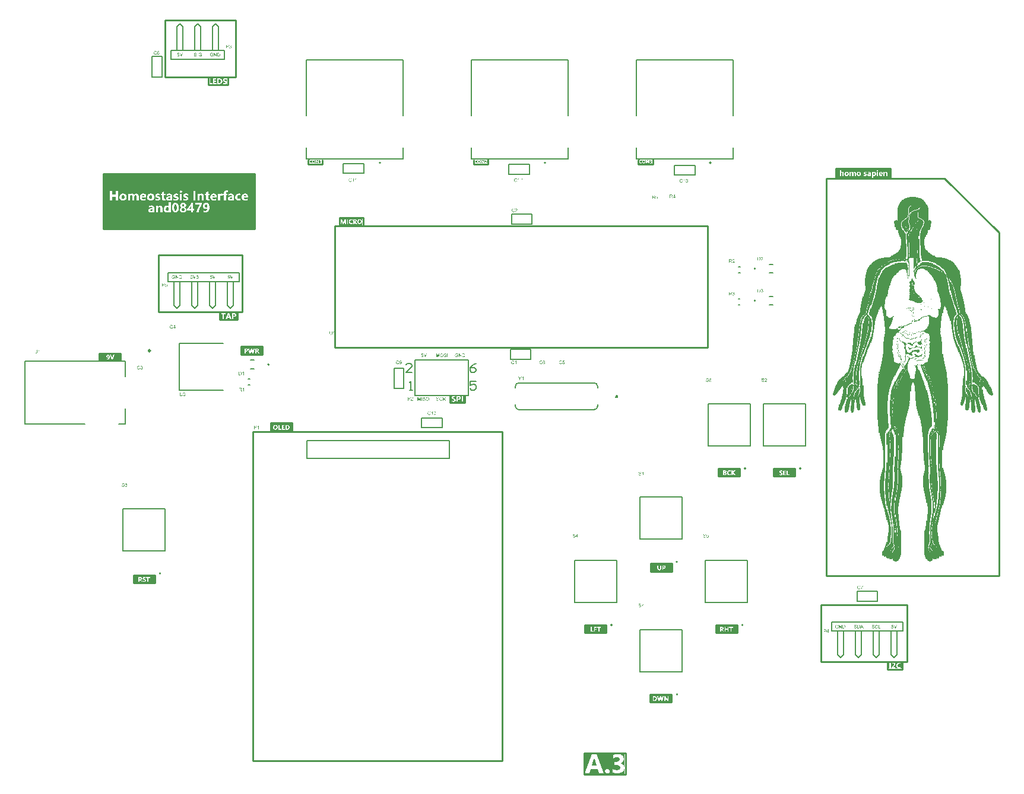
<source format=gto>
G04*
G04 #@! TF.GenerationSoftware,Altium Limited,Altium Designer,23.3.1 (30)*
G04*
G04 Layer_Color=65535*
%FSLAX44Y44*%
%MOMM*%
G71*
G04*
G04 #@! TF.SameCoordinates,FE0AEC3E-DE84-4B78-BC97-547211959EC9*
G04*
G04*
G04 #@! TF.FilePolarity,Positive*
G04*
G01*
G75*
%ADD10C,0.1270*%
%ADD11C,0.4000*%
%ADD12C,0.2000*%
%ADD13C,0.3000*%
%ADD14C,0.2540*%
%ADD15C,0.2032*%
G36*
X1326927Y1060870D02*
X1330587D01*
Y1059955D01*
X1333333D01*
Y1059039D01*
X1335163D01*
Y1058124D01*
X1336078D01*
Y1057209D01*
X1337908D01*
Y1056294D01*
X1338823D01*
Y1055379D01*
X1339738D01*
Y1054464D01*
X1340654D01*
Y1052634D01*
X1341569D01*
Y1050803D01*
X1342484D01*
Y1048973D01*
X1343399D01*
Y1046228D01*
X1344314D01*
Y1027925D01*
X1345229D01*
Y1028841D01*
X1347059D01*
Y1027925D01*
X1347974D01*
Y1027010D01*
X1348889D01*
Y1023350D01*
X1347974D01*
Y1018774D01*
X1347059D01*
Y1015114D01*
X1346144D01*
Y1014199D01*
X1343399D01*
Y1010538D01*
X1342484D01*
Y1007793D01*
X1341569D01*
Y1005048D01*
X1340654D01*
Y1004133D01*
X1339738D01*
Y1001387D01*
X1338823D01*
Y992236D01*
X1339738D01*
Y988576D01*
X1340654D01*
Y986745D01*
X1341569D01*
Y985830D01*
X1342484D01*
Y984915D01*
X1343399D01*
Y983085D01*
X1344314D01*
Y982170D01*
X1346144D01*
Y981255D01*
X1347059D01*
Y980340D01*
X1347974D01*
Y979424D01*
X1349805D01*
Y978509D01*
X1350720D01*
Y977594D01*
X1353465D01*
Y976679D01*
X1355295D01*
Y975764D01*
X1364447D01*
Y974849D01*
X1368107D01*
Y973934D01*
X1370852D01*
Y973019D01*
X1372682D01*
Y972104D01*
X1374513D01*
Y971188D01*
X1376343D01*
Y970273D01*
X1377258D01*
Y969358D01*
X1379088D01*
Y968443D01*
X1380003D01*
Y967528D01*
X1380918D01*
Y966613D01*
X1381834D01*
Y965698D01*
X1382749D01*
Y964783D01*
X1383664D01*
Y963867D01*
X1384579D01*
Y962037D01*
X1385494D01*
Y961122D01*
X1386409D01*
Y959292D01*
X1387324D01*
Y957462D01*
X1388239D01*
Y955631D01*
X1389155D01*
Y951056D01*
X1390070D01*
Y945565D01*
X1390985D01*
Y934584D01*
X1390070D01*
Y928178D01*
X1390985D01*
Y925433D01*
X1391900D01*
Y922687D01*
X1392815D01*
Y919942D01*
X1393730D01*
Y916282D01*
X1394645D01*
Y912621D01*
X1395560D01*
Y908961D01*
X1396476D01*
Y903470D01*
X1397391D01*
Y897979D01*
X1398306D01*
Y895234D01*
X1399221D01*
Y893404D01*
X1400136D01*
Y891573D01*
X1401051D01*
Y888828D01*
X1401966D01*
Y886998D01*
X1402881D01*
Y883337D01*
X1403796D01*
Y879677D01*
X1404711D01*
Y876016D01*
X1405627D01*
Y869611D01*
X1406542D01*
Y868696D01*
X1405627D01*
Y867781D01*
X1406542D01*
Y859545D01*
X1407457D01*
Y850393D01*
X1408372D01*
Y841242D01*
X1409287D01*
Y835751D01*
X1410202D01*
Y830261D01*
X1411117D01*
Y825685D01*
X1412032D01*
Y822025D01*
X1412948D01*
Y818364D01*
X1413863D01*
Y814704D01*
X1414778D01*
Y812874D01*
X1415693D01*
Y811043D01*
X1416608D01*
Y810128D01*
X1417523D01*
Y809213D01*
X1418438D01*
Y808298D01*
X1419353D01*
Y807383D01*
X1420269D01*
Y806468D01*
X1421184D01*
Y805553D01*
X1423014D01*
Y804638D01*
X1423929D01*
Y803723D01*
X1424844D01*
Y802807D01*
X1425759D01*
Y801892D01*
X1426674D01*
Y800977D01*
X1427589D01*
Y799147D01*
X1428504D01*
Y798232D01*
X1429420D01*
Y796402D01*
X1430335D01*
Y794571D01*
X1431250D01*
Y793656D01*
X1432165D01*
Y790911D01*
X1433080D01*
Y789081D01*
X1433995D01*
Y787250D01*
X1434910D01*
Y784505D01*
X1435825D01*
Y781760D01*
X1436741D01*
Y779014D01*
X1435825D01*
Y778099D01*
X1433080D01*
Y779014D01*
X1432165D01*
Y779930D01*
X1431250D01*
Y780845D01*
X1430335D01*
Y781760D01*
X1429420D01*
Y783590D01*
X1428504D01*
Y784505D01*
X1427589D01*
Y786335D01*
X1426674D01*
Y787250D01*
X1425759D01*
Y788166D01*
X1424844D01*
Y789996D01*
X1423929D01*
Y790911D01*
X1423014D01*
Y791826D01*
X1422099D01*
Y789996D01*
X1421184D01*
Y786335D01*
X1422099D01*
Y780845D01*
X1423014D01*
Y777184D01*
X1423929D01*
Y773524D01*
X1424844D01*
Y771693D01*
X1425759D01*
Y768033D01*
X1426674D01*
Y765288D01*
X1427589D01*
Y761627D01*
X1428504D01*
Y757052D01*
X1427589D01*
Y756137D01*
X1425759D01*
Y757052D01*
X1424844D01*
Y757967D01*
X1423929D01*
Y758882D01*
X1423014D01*
Y761627D01*
X1422099D01*
Y764373D01*
X1421184D01*
Y766203D01*
X1420269D01*
Y768033D01*
X1419353D01*
Y770778D01*
X1418438D01*
Y772609D01*
X1417523D01*
Y775354D01*
X1415693D01*
Y773524D01*
X1416608D01*
Y769863D01*
X1417523D01*
Y766203D01*
X1418438D01*
Y762542D01*
X1419353D01*
Y754306D01*
X1418438D01*
Y753391D01*
X1416608D01*
Y754306D01*
X1415693D01*
Y755221D01*
X1414778D01*
Y758882D01*
X1413863D01*
Y761627D01*
X1412948D01*
Y766203D01*
X1412032D01*
Y769863D01*
X1411117D01*
Y772609D01*
X1410202D01*
Y763457D01*
X1411117D01*
Y761627D01*
Y760712D01*
Y755221D01*
X1410202D01*
Y753391D01*
X1407457D01*
Y754306D01*
X1406542D01*
Y757052D01*
X1405627D01*
Y768948D01*
X1404711D01*
Y772609D01*
X1403796D01*
Y768033D01*
X1402881D01*
Y760712D01*
X1401966D01*
Y757967D01*
X1401051D01*
Y757052D01*
X1398306D01*
Y757967D01*
X1397391D01*
Y766203D01*
X1398306D01*
Y775354D01*
X1397391D01*
Y772609D01*
X1396476D01*
Y769863D01*
X1395560D01*
Y767118D01*
X1394645D01*
Y765288D01*
X1393730D01*
Y763457D01*
X1390985D01*
Y764373D01*
X1390070D01*
Y768948D01*
X1390985D01*
Y772609D01*
X1391900D01*
Y776269D01*
X1392815D01*
Y792741D01*
X1393730D01*
Y802807D01*
X1394645D01*
Y806468D01*
X1395560D01*
Y818364D01*
X1394645D01*
Y822940D01*
X1393730D01*
Y825685D01*
X1392815D01*
Y828431D01*
X1391900D01*
Y830261D01*
X1390985D01*
Y833006D01*
X1390070D01*
Y834836D01*
X1389155D01*
Y837582D01*
X1388239D01*
Y840327D01*
X1387324D01*
Y842157D01*
X1386409D01*
Y844903D01*
X1385494D01*
Y846733D01*
X1384579D01*
Y848563D01*
X1383664D01*
Y851309D01*
X1382749D01*
Y853139D01*
X1381834D01*
Y855884D01*
X1380918D01*
Y858629D01*
X1380003D01*
Y862290D01*
X1379088D01*
Y863205D01*
X1380003D01*
Y864120D01*
X1379088D01*
Y867781D01*
X1378173D01*
Y873271D01*
X1377258D01*
Y879677D01*
X1376343D01*
Y885168D01*
X1375428D01*
Y887913D01*
X1374513D01*
Y890658D01*
X1373598D01*
Y892489D01*
X1372682D01*
Y895234D01*
X1371767D01*
Y898894D01*
X1370852D01*
Y899809D01*
X1369937D01*
Y903470D01*
X1369022D01*
Y904385D01*
X1368107D01*
Y906215D01*
X1367192D01*
Y904385D01*
X1366277D01*
Y900725D01*
X1365362D01*
Y896149D01*
X1364447D01*
Y891573D01*
X1363531D01*
Y885168D01*
X1362616D01*
Y875101D01*
X1361701D01*
Y869611D01*
X1362616D01*
Y868696D01*
X1361701D01*
Y865035D01*
X1362616D01*
Y862290D01*
X1363531D01*
Y854969D01*
X1364447D01*
Y837582D01*
X1365362D01*
Y832091D01*
X1366277D01*
Y827515D01*
X1367192D01*
Y822940D01*
X1368107D01*
Y819279D01*
X1369022D01*
Y815619D01*
X1369937D01*
Y811958D01*
X1370852D01*
Y803723D01*
X1371767D01*
Y795487D01*
X1372682D01*
Y742410D01*
X1371767D01*
Y734174D01*
X1370852D01*
Y725023D01*
X1369937D01*
Y720447D01*
X1369022D01*
Y716787D01*
X1368107D01*
Y713126D01*
X1367192D01*
Y709466D01*
X1366277D01*
Y705805D01*
X1365362D01*
Y700315D01*
X1364447D01*
Y674691D01*
X1365362D01*
Y671946D01*
X1366277D01*
Y669201D01*
X1367192D01*
Y666455D01*
X1368107D01*
Y662795D01*
X1369022D01*
Y658219D01*
X1369937D01*
Y638087D01*
X1369022D01*
Y633511D01*
X1368107D01*
Y629851D01*
X1367192D01*
Y627105D01*
X1366277D01*
Y624360D01*
X1365362D01*
Y621615D01*
X1364447D01*
Y617954D01*
X1363531D01*
Y616124D01*
X1362616D01*
Y612464D01*
X1361701D01*
Y607888D01*
X1360786D01*
Y604228D01*
X1359871D01*
Y600567D01*
X1358956D01*
Y596907D01*
X1358041D01*
Y593246D01*
X1357126D01*
Y582265D01*
X1358041D01*
Y577689D01*
X1358956D01*
Y569453D01*
X1359871D01*
Y565793D01*
X1360786D01*
Y563963D01*
X1361701D01*
Y561217D01*
X1362616D01*
Y559387D01*
X1363531D01*
Y557557D01*
X1364447D01*
Y556642D01*
X1365362D01*
Y555727D01*
X1366277D01*
Y549321D01*
X1363531D01*
Y547491D01*
X1361701D01*
Y548406D01*
X1360786D01*
Y547491D01*
X1359871D01*
Y546575D01*
X1358956D01*
Y545660D01*
X1357126D01*
Y546575D01*
X1356210D01*
Y544745D01*
X1351635D01*
Y545660D01*
X1350720D01*
Y542915D01*
X1349805D01*
Y542000D01*
X1347974D01*
Y541085D01*
X1345229D01*
Y542000D01*
X1343399D01*
Y542915D01*
X1342484D01*
Y544745D01*
X1341569D01*
Y545660D01*
X1340654D01*
Y547491D01*
X1339738D01*
Y550236D01*
X1338823D01*
Y585010D01*
X1339738D01*
Y586840D01*
X1340654D01*
Y592331D01*
X1341569D01*
Y599652D01*
X1342484D01*
Y608803D01*
X1343399D01*
Y619785D01*
X1342484D01*
Y625275D01*
X1341569D01*
Y629851D01*
X1340654D01*
Y634426D01*
X1339738D01*
Y638087D01*
X1338823D01*
Y641747D01*
X1337908D01*
Y647238D01*
X1336993D01*
Y663710D01*
X1337908D01*
Y667371D01*
X1338823D01*
Y671031D01*
X1339738D01*
Y679267D01*
X1338823D01*
Y684758D01*
X1337908D01*
Y695739D01*
X1336993D01*
Y718617D01*
X1336078D01*
Y725938D01*
X1335163D01*
Y734174D01*
X1334248D01*
Y738749D01*
X1333333D01*
Y743325D01*
X1332417D01*
Y746070D01*
X1331502D01*
Y749731D01*
X1330587D01*
Y752476D01*
X1329672D01*
Y756137D01*
X1328757D01*
Y758882D01*
X1327842D01*
Y762542D01*
X1326927D01*
Y770778D01*
X1326012D01*
Y784505D01*
X1325097D01*
Y792741D01*
X1324182D01*
Y795487D01*
X1323266D01*
Y796402D01*
X1321436D01*
Y795487D01*
X1320521D01*
Y792741D01*
X1319606D01*
Y784505D01*
X1318691D01*
Y770778D01*
X1317776D01*
Y768033D01*
X1318691D01*
Y767118D01*
X1317776D01*
Y762542D01*
X1316861D01*
Y758882D01*
X1315945D01*
Y756137D01*
X1315030D01*
Y752476D01*
X1314115D01*
Y749731D01*
X1313200D01*
Y746985D01*
X1312285D01*
Y742410D01*
X1311370D01*
Y738749D01*
X1310455D01*
Y734174D01*
X1309540D01*
Y726853D01*
X1308625D01*
Y725938D01*
X1309540D01*
Y725023D01*
X1308625D01*
Y718617D01*
X1307709D01*
Y695739D01*
X1306794D01*
Y684758D01*
X1305879D01*
Y679267D01*
X1304964D01*
Y674691D01*
X1304049D01*
Y673776D01*
X1304964D01*
Y671031D01*
X1305879D01*
Y667371D01*
X1306794D01*
Y663710D01*
X1307709D01*
Y647238D01*
X1306794D01*
Y641747D01*
X1305879D01*
Y638087D01*
X1304964D01*
Y633511D01*
X1304049D01*
Y629851D01*
X1303134D01*
Y625275D01*
X1302219D01*
Y619785D01*
X1301304D01*
Y608803D01*
X1302219D01*
Y599652D01*
X1303134D01*
Y592331D01*
X1304049D01*
Y586840D01*
X1304964D01*
Y585010D01*
X1305879D01*
Y550236D01*
X1304964D01*
Y547491D01*
X1304049D01*
Y545660D01*
X1303134D01*
Y544745D01*
X1302219D01*
Y542915D01*
X1301304D01*
Y542000D01*
X1299473D01*
Y541085D01*
X1296728D01*
Y542000D01*
X1294898D01*
Y542915D01*
X1293983D01*
Y545660D01*
X1293068D01*
Y544745D01*
X1288492D01*
Y546575D01*
X1287577D01*
Y545660D01*
X1285747D01*
Y546575D01*
X1284832D01*
Y547491D01*
X1283916D01*
Y548406D01*
X1283001D01*
Y547491D01*
X1281171D01*
Y549321D01*
X1278426D01*
Y555727D01*
X1279341D01*
Y556642D01*
X1280256D01*
Y557557D01*
X1281171D01*
Y559387D01*
X1282086D01*
Y561217D01*
X1283001D01*
Y563963D01*
X1283916D01*
Y566708D01*
X1284832D01*
Y569453D01*
X1285747D01*
Y577689D01*
X1286662D01*
Y582265D01*
X1287577D01*
Y593246D01*
X1286662D01*
Y596907D01*
X1285747D01*
Y600567D01*
X1284832D01*
Y604228D01*
X1283916D01*
Y607888D01*
X1283001D01*
Y612464D01*
X1282086D01*
Y616124D01*
X1281171D01*
Y617954D01*
X1280256D01*
Y621615D01*
X1279341D01*
Y624360D01*
X1278426D01*
Y627105D01*
X1277511D01*
Y629851D01*
X1276596D01*
Y633511D01*
X1275680D01*
Y638087D01*
X1274765D01*
Y658219D01*
X1275680D01*
Y662795D01*
X1276596D01*
Y666455D01*
X1277511D01*
Y669201D01*
X1278426D01*
Y671946D01*
X1279341D01*
Y674691D01*
X1280256D01*
Y700315D01*
X1279341D01*
Y705805D01*
X1278426D01*
Y709466D01*
X1277511D01*
Y713126D01*
X1276596D01*
Y716787D01*
X1275680D01*
Y720447D01*
X1274765D01*
Y725023D01*
X1273850D01*
Y734174D01*
X1272935D01*
Y743325D01*
X1272020D01*
Y795487D01*
X1272935D01*
Y803723D01*
X1273850D01*
Y809213D01*
X1274765D01*
Y810128D01*
X1273850D01*
Y811958D01*
X1274765D01*
Y815619D01*
X1275680D01*
Y819279D01*
X1276596D01*
Y822940D01*
X1277511D01*
Y827515D01*
X1278426D01*
Y832091D01*
X1279341D01*
Y837582D01*
X1280256D01*
Y854969D01*
X1281171D01*
Y862290D01*
X1282086D01*
Y865950D01*
X1283001D01*
Y868696D01*
X1282086D01*
Y869611D01*
X1283001D01*
Y876016D01*
X1282086D01*
Y885168D01*
X1281171D01*
Y891573D01*
X1280256D01*
Y896149D01*
X1279341D01*
Y900725D01*
X1278426D01*
Y904385D01*
X1277511D01*
Y906215D01*
X1276596D01*
Y904385D01*
X1275680D01*
Y903470D01*
X1274765D01*
Y900725D01*
X1273850D01*
Y897979D01*
X1272935D01*
Y895234D01*
X1272020D01*
Y893404D01*
X1271105D01*
Y890658D01*
X1270190D01*
Y887913D01*
X1269275D01*
Y885168D01*
X1268360D01*
Y878762D01*
X1267444D01*
Y873271D01*
X1266529D01*
Y867781D01*
X1265614D01*
Y864120D01*
X1264699D01*
Y863205D01*
X1265614D01*
Y862290D01*
X1264699D01*
Y858629D01*
X1263784D01*
Y855884D01*
X1262869D01*
Y853139D01*
X1261954D01*
Y851309D01*
X1261039D01*
Y848563D01*
X1260124D01*
Y846733D01*
X1259208D01*
Y844903D01*
X1258293D01*
Y843072D01*
X1257378D01*
Y840327D01*
X1256463D01*
Y837582D01*
X1255548D01*
Y834836D01*
X1254633D01*
Y833006D01*
X1253718D01*
Y830261D01*
X1252803D01*
Y828431D01*
X1251887D01*
Y825685D01*
X1250972D01*
Y822940D01*
X1250057D01*
Y818364D01*
X1249142D01*
Y806468D01*
X1250057D01*
Y802807D01*
X1250972D01*
Y792741D01*
X1251887D01*
Y776269D01*
X1252803D01*
Y772609D01*
X1253718D01*
Y768948D01*
X1254633D01*
Y763457D01*
X1250972D01*
Y765288D01*
X1250057D01*
Y767118D01*
X1249142D01*
Y769863D01*
X1248227D01*
Y772609D01*
X1247312D01*
Y775354D01*
X1246397D01*
Y766203D01*
X1247312D01*
Y757967D01*
X1246397D01*
Y757052D01*
X1243651D01*
Y757967D01*
X1242736D01*
Y760712D01*
X1241821D01*
Y768033D01*
X1240906D01*
Y772609D01*
X1239991D01*
Y768033D01*
X1239076D01*
Y758882D01*
X1238161D01*
Y757967D01*
X1239076D01*
Y757052D01*
X1238161D01*
Y754306D01*
X1237246D01*
Y753391D01*
X1234500D01*
Y756137D01*
X1233585D01*
Y763457D01*
X1234500D01*
Y772609D01*
X1233585D01*
Y769863D01*
X1232670D01*
Y766203D01*
X1231755D01*
Y761627D01*
X1230840D01*
Y757967D01*
X1229925D01*
Y755221D01*
X1229010D01*
Y754306D01*
X1228094D01*
Y753391D01*
X1226264D01*
Y754306D01*
X1225349D01*
Y762542D01*
X1226264D01*
Y766203D01*
X1227179D01*
Y769863D01*
X1228094D01*
Y773524D01*
X1229010D01*
Y775354D01*
X1227179D01*
Y772609D01*
X1226264D01*
Y770778D01*
X1225349D01*
Y768033D01*
X1224434D01*
Y766203D01*
X1223519D01*
Y764373D01*
X1222604D01*
Y762542D01*
X1221689D01*
Y759797D01*
X1220774D01*
Y757967D01*
X1219858D01*
Y757052D01*
X1218943D01*
Y756137D01*
X1218028D01*
Y757052D01*
X1216198D01*
Y761627D01*
X1217113D01*
Y765288D01*
X1218028D01*
Y768033D01*
X1218943D01*
Y771693D01*
X1219858D01*
Y773524D01*
X1220774D01*
Y777184D01*
X1221689D01*
Y780845D01*
X1222604D01*
Y786335D01*
X1223519D01*
Y789081D01*
X1222604D01*
Y791826D01*
X1221689D01*
Y790911D01*
X1220774D01*
Y789996D01*
X1219858D01*
Y788166D01*
X1218943D01*
Y787250D01*
X1218028D01*
Y785420D01*
X1217113D01*
Y784505D01*
X1216198D01*
Y783590D01*
X1215283D01*
Y781760D01*
X1214368D01*
Y780845D01*
X1213453D01*
Y779930D01*
X1212538D01*
Y779014D01*
X1211622D01*
Y778099D01*
X1208877D01*
Y779014D01*
X1207962D01*
Y781760D01*
X1208877D01*
Y784505D01*
X1209792D01*
Y786335D01*
X1210707D01*
Y789081D01*
X1211622D01*
Y791826D01*
X1212538D01*
Y793656D01*
X1213453D01*
Y794571D01*
X1214368D01*
Y796402D01*
X1215283D01*
Y798232D01*
X1216198D01*
Y799147D01*
X1217113D01*
Y800977D01*
X1218028D01*
Y801892D01*
X1218943D01*
Y802807D01*
X1219858D01*
Y803723D01*
X1220774D01*
Y804638D01*
X1221689D01*
Y805553D01*
X1223519D01*
Y806468D01*
X1224434D01*
Y807383D01*
X1225349D01*
Y808298D01*
X1226264D01*
Y809213D01*
X1227179D01*
Y810128D01*
X1228094D01*
Y811043D01*
X1229010D01*
Y812874D01*
X1229925D01*
Y815619D01*
X1230840D01*
Y818364D01*
X1231755D01*
Y822025D01*
X1232670D01*
Y825685D01*
X1233585D01*
Y830261D01*
X1234500D01*
Y835751D01*
X1235415D01*
Y841242D01*
X1236330D01*
Y850393D01*
X1237246D01*
Y860460D01*
X1238161D01*
Y866865D01*
X1239076D01*
Y876016D01*
X1239991D01*
Y879677D01*
X1240906D01*
Y883337D01*
X1241821D01*
Y886998D01*
X1242736D01*
Y888828D01*
X1243651D01*
Y891573D01*
X1244566D01*
Y893404D01*
X1245482D01*
Y895234D01*
X1246397D01*
Y897064D01*
X1247312D01*
Y903470D01*
X1248227D01*
Y908961D01*
X1249142D01*
Y912621D01*
X1250057D01*
Y917197D01*
X1250972D01*
Y919942D01*
X1251887D01*
Y922687D01*
X1252803D01*
Y925433D01*
X1253718D01*
Y928178D01*
X1254633D01*
Y934584D01*
X1253718D01*
Y945565D01*
X1254633D01*
Y951056D01*
X1255548D01*
Y954716D01*
X1256463D01*
Y957462D01*
X1257378D01*
Y959292D01*
X1258293D01*
Y961122D01*
X1259208D01*
Y962037D01*
X1260124D01*
Y963867D01*
X1261039D01*
Y964783D01*
X1261954D01*
Y965698D01*
X1262869D01*
Y966613D01*
X1263784D01*
Y967528D01*
X1264699D01*
Y968443D01*
X1265614D01*
Y969358D01*
X1267444D01*
Y970273D01*
X1268360D01*
Y971188D01*
X1270190D01*
Y972104D01*
X1272020D01*
Y973019D01*
X1273850D01*
Y973934D01*
X1276596D01*
Y974849D01*
X1281171D01*
Y975764D01*
X1289407D01*
Y976679D01*
X1291237D01*
Y977594D01*
X1293983D01*
Y978509D01*
X1294898D01*
Y979424D01*
X1296728D01*
Y980340D01*
X1297643D01*
Y981255D01*
X1298558D01*
Y982170D01*
X1300388D01*
Y983085D01*
X1301304D01*
Y984000D01*
X1302219D01*
Y985830D01*
X1303134D01*
Y986745D01*
X1304049D01*
Y988576D01*
X1304964D01*
Y992236D01*
X1305879D01*
Y1001387D01*
X1304964D01*
Y1004133D01*
X1304049D01*
Y1005048D01*
X1303134D01*
Y1007793D01*
X1302219D01*
Y1010538D01*
X1301304D01*
Y1014199D01*
X1298558D01*
Y1015114D01*
X1297643D01*
Y1018774D01*
X1296728D01*
Y1023350D01*
X1295813D01*
Y1027010D01*
X1296728D01*
Y1027925D01*
X1297643D01*
Y1028841D01*
X1299473D01*
Y1027925D01*
X1300388D01*
Y1046228D01*
X1301304D01*
Y1048973D01*
X1302219D01*
Y1050803D01*
X1303134D01*
Y1052634D01*
X1304049D01*
Y1054464D01*
X1304964D01*
Y1055379D01*
X1305879D01*
Y1056294D01*
X1306794D01*
Y1057209D01*
X1308625D01*
Y1058124D01*
X1309540D01*
Y1059039D01*
X1311370D01*
Y1059955D01*
X1314115D01*
Y1060870D01*
X1317776D01*
Y1061785D01*
X1326927D01*
Y1060870D01*
D02*
G37*
G36*
X383857Y1056599D02*
Y1016318D01*
X167323D01*
Y1056599D01*
Y1094423D01*
X383857D01*
Y1056599D01*
D02*
G37*
G36*
X193683Y827677D02*
X161917D01*
Y838244D01*
X193683D01*
Y827677D01*
D02*
G37*
G36*
X1076333Y662896D02*
X1044567D01*
Y673144D01*
X1076333D01*
Y662896D01*
D02*
G37*
G36*
X354107Y894342D02*
X354333Y894299D01*
X354516Y894243D01*
X354685Y894158D01*
X354826Y894074D01*
X354939Y893961D01*
X355037Y893848D01*
X355108Y893735D01*
X355164Y893623D01*
X355221Y893510D01*
X355249Y893397D01*
X355263Y893312D01*
X355277Y893228D01*
X355291Y893171D01*
Y893129D01*
Y893115D01*
X355277Y892889D01*
X355235Y892706D01*
X355164Y892537D01*
X355066Y892396D01*
X354953Y892269D01*
X354840Y892171D01*
X354713Y892086D01*
X354572Y892016D01*
X354445Y891959D01*
X354305Y891931D01*
X354192Y891903D01*
X354079Y891874D01*
X353980D01*
X353910Y891860D01*
X353148D01*
Y894356D01*
X353853D01*
X354107Y894342D01*
D02*
G37*
G36*
X346410Y894158D02*
X346424Y894017D01*
X346452Y893890D01*
X346466Y893792D01*
X346495Y893707D01*
X346509Y893637D01*
X346523Y893594D01*
Y893580D01*
X347383Y890888D01*
X345339D01*
X346199Y893608D01*
X346269Y893862D01*
X346297Y893989D01*
X346311Y894088D01*
X346326Y894186D01*
X346340Y894257D01*
Y894299D01*
Y894313D01*
X346396D01*
X346410Y894158D01*
D02*
G37*
G36*
X359022Y887730D02*
X353148D01*
Y890479D01*
X354008D01*
X354276Y890493D01*
X354530Y890507D01*
X354756Y890549D01*
X354981Y890592D01*
X355193Y890648D01*
X355376Y890719D01*
X355559Y890789D01*
X355714Y890860D01*
X355855Y890916D01*
X355968Y890986D01*
X356081Y891057D01*
X356165Y891113D01*
X356236Y891156D01*
X356278Y891198D01*
X356306Y891212D01*
X356320Y891226D01*
X356475Y891367D01*
X356602Y891522D01*
X356729Y891691D01*
X356828Y891846D01*
X356912Y892016D01*
X356983Y892171D01*
X357082Y892481D01*
X357152Y892763D01*
X357166Y892875D01*
X357180Y892988D01*
X357194Y893073D01*
Y893186D01*
X357180Y893411D01*
X357166Y893637D01*
X357124Y893834D01*
X357067Y894031D01*
X356912Y894370D01*
X356715Y894666D01*
X356489Y894905D01*
X356236Y895117D01*
X355968Y895286D01*
X355686Y895413D01*
X355390Y895526D01*
X355122Y895596D01*
X354868Y895667D01*
X354643Y895695D01*
X354445Y895723D01*
X354290Y895737D01*
X351344D01*
Y887730D01*
X350329D01*
X347481Y895737D01*
X345339D01*
X342421Y887730D01*
X339925D01*
Y894271D01*
X342209D01*
Y895737D01*
X335837D01*
Y894271D01*
X338107D01*
Y887730D01*
X334010D01*
Y896343D01*
X359022D01*
Y887730D01*
D02*
G37*
G36*
X348370D02*
X344380D01*
X344944Y889506D01*
X347792D01*
X348370Y887730D01*
D02*
G37*
G36*
X1267113Y1096270D02*
X1267282Y1096214D01*
X1267451Y1096143D01*
X1267578Y1096044D01*
X1267691Y1095932D01*
X1267790Y1095805D01*
X1267860Y1095678D01*
X1267931Y1095537D01*
X1268015Y1095255D01*
X1268029Y1095128D01*
X1268058Y1095015D01*
Y1094917D01*
X1268072Y1094846D01*
Y1094790D01*
Y1094776D01*
X1268058Y1094480D01*
X1268015Y1094212D01*
X1267959Y1093986D01*
X1267903Y1093803D01*
X1267846Y1093662D01*
X1267790Y1093549D01*
X1267747Y1093493D01*
X1267733Y1093465D01*
X1267607Y1093310D01*
X1267451Y1093197D01*
X1267296Y1093112D01*
X1267141Y1093056D01*
X1267014Y1093028D01*
X1266902Y1093014D01*
X1266831Y1093000D01*
X1266803D01*
X1266620Y1093014D01*
X1266465Y1093056D01*
X1266324Y1093112D01*
X1266211Y1093183D01*
X1266112Y1093253D01*
X1266042Y1093310D01*
X1266000Y1093352D01*
X1265985Y1093366D01*
X1265887Y1093521D01*
X1265802Y1093676D01*
X1265746Y1093845D01*
X1265718Y1094000D01*
X1265689Y1094127D01*
X1265675Y1094240D01*
Y1094311D01*
Y1094339D01*
Y1094790D01*
X1265689Y1095030D01*
X1265732Y1095241D01*
X1265788Y1095424D01*
X1265844Y1095593D01*
X1265901Y1095706D01*
X1265957Y1095805D01*
X1266000Y1095861D01*
X1266014Y1095875D01*
X1266155Y1096016D01*
X1266295Y1096115D01*
X1266451Y1096186D01*
X1266592Y1096228D01*
X1266704Y1096270D01*
X1266817Y1096284D01*
X1266902D01*
X1267113Y1096270D01*
D02*
G37*
G36*
X1290221Y1089165D02*
X1265704D01*
Y1092450D01*
X1265718D01*
X1265830Y1092309D01*
X1265943Y1092196D01*
X1266070Y1092083D01*
X1266197Y1091999D01*
X1266465Y1091858D01*
X1266718Y1091759D01*
X1266944Y1091703D01*
X1267043Y1091689D01*
X1267127Y1091674D01*
X1267198Y1091660D01*
X1267296D01*
X1267508Y1091674D01*
X1267719Y1091703D01*
X1267903Y1091745D01*
X1268086Y1091801D01*
X1268410Y1091928D01*
X1268678Y1092097D01*
X1268791Y1092168D01*
X1268889Y1092253D01*
X1268974Y1092323D01*
X1269044Y1092393D01*
X1269101Y1092436D01*
X1269143Y1092478D01*
X1269157Y1092506D01*
X1269171Y1092520D01*
X1269298Y1092690D01*
X1269411Y1092873D01*
X1269496Y1093056D01*
X1269580Y1093239D01*
X1269707Y1093620D01*
X1269792Y1093986D01*
X1269820Y1094156D01*
X1269834Y1094311D01*
X1269862Y1094452D01*
Y1094564D01*
X1269876Y1094663D01*
Y1095044D01*
X1269848Y1095269D01*
X1269820Y1095481D01*
X1269778Y1095678D01*
X1269735Y1095861D01*
X1269679Y1096030D01*
X1269637Y1096186D01*
X1269580Y1096327D01*
X1269524Y1096453D01*
X1269467Y1096566D01*
X1269411Y1096665D01*
X1269369Y1096735D01*
X1269326Y1096792D01*
X1269298Y1096848D01*
X1269284Y1096862D01*
X1269270Y1096876D01*
X1269157Y1097017D01*
X1269016Y1097130D01*
X1268889Y1097229D01*
X1268748Y1097313D01*
X1268466Y1097454D01*
X1268185Y1097539D01*
X1267945Y1097595D01*
X1267832Y1097609D01*
X1267747Y1097623D01*
X1267677Y1097637D01*
X1267564D01*
X1267353Y1097623D01*
X1267141Y1097595D01*
X1266958Y1097539D01*
X1266775Y1097482D01*
X1266465Y1097327D01*
X1266197Y1097144D01*
X1266084Y1097045D01*
X1265985Y1096947D01*
X1265901Y1096862D01*
X1265844Y1096792D01*
X1265788Y1096735D01*
X1265746Y1096679D01*
X1265732Y1096651D01*
X1265718Y1096637D01*
X1265704D01*
Y1097511D01*
X1263927D01*
Y1089165D01*
X1214021D01*
Y1102837D01*
X1290221D01*
Y1089165D01*
D02*
G37*
G36*
X1155106Y662627D02*
X1123340D01*
Y672876D01*
X1155106D01*
Y662627D01*
D02*
G37*
G36*
X885833Y439376D02*
X854067D01*
Y449624D01*
X885833D01*
Y439376D01*
D02*
G37*
G36*
X1306556Y388620D02*
X1302721D01*
X1303229Y388634D01*
X1303454Y388662D01*
X1303680Y388690D01*
X1303877Y388719D01*
X1304061Y388747D01*
X1304230Y388789D01*
X1304399Y388831D01*
X1304526Y388860D01*
X1304653Y388902D01*
X1304765Y388930D01*
X1304850Y388972D01*
X1304921Y388987D01*
X1304963Y389015D01*
X1304991Y389029D01*
X1305005D01*
Y390678D01*
X1304667Y390509D01*
X1304328Y390382D01*
X1304004Y390283D01*
X1303708Y390227D01*
X1303454Y390185D01*
X1303342Y390171D01*
X1303257D01*
X1303172Y390157D01*
X1303074D01*
X1302876Y390171D01*
X1302679Y390185D01*
X1302327Y390269D01*
X1302031Y390382D01*
X1301777Y390509D01*
X1301580Y390636D01*
X1301495Y390692D01*
X1301425Y390734D01*
X1301382Y390791D01*
X1301340Y390819D01*
X1301326Y390833D01*
X1301312Y390847D01*
X1301199Y390988D01*
X1301100Y391129D01*
X1300931Y391425D01*
X1300818Y391735D01*
X1300748Y392032D01*
X1300692Y392299D01*
X1300677Y392412D01*
Y392511D01*
X1300663Y392595D01*
Y392652D01*
Y392694D01*
Y392708D01*
X1300677Y392934D01*
X1300692Y393145D01*
X1300776Y393526D01*
X1300889Y393850D01*
X1300945Y393991D01*
X1301016Y394118D01*
X1301072Y394231D01*
X1301143Y394343D01*
X1301199Y394428D01*
X1301241Y394498D01*
X1301298Y394555D01*
X1301326Y394597D01*
X1301340Y394611D01*
X1301354Y394625D01*
X1301495Y394752D01*
X1301636Y394865D01*
X1301777Y394950D01*
X1301932Y395034D01*
X1302228Y395161D01*
X1302524Y395246D01*
X1302778Y395288D01*
X1302891Y395316D01*
X1302989D01*
X1303060Y395330D01*
X1303172D01*
X1303553Y395316D01*
X1303891Y395260D01*
X1304202Y395175D01*
X1304469Y395090D01*
X1304695Y395006D01*
X1304794Y394964D01*
X1304864Y394921D01*
X1304921Y394893D01*
X1304963Y394865D01*
X1304991Y394851D01*
X1305005D01*
Y396599D01*
X1304695Y396698D01*
X1304357Y396768D01*
X1304032Y396824D01*
X1303722Y396853D01*
X1303440Y396881D01*
X1303328D01*
X1303229Y396895D01*
X1303032D01*
X1302679Y396881D01*
X1302355Y396839D01*
X1302045Y396782D01*
X1301749Y396712D01*
X1301467Y396613D01*
X1301213Y396514D01*
X1300988Y396401D01*
X1300776Y396303D01*
X1300593Y396190D01*
X1300424Y396077D01*
X1300283Y395979D01*
X1300156Y395880D01*
X1300071Y395810D01*
X1300001Y395753D01*
X1299958Y395711D01*
X1299944Y395697D01*
X1299733Y395471D01*
X1299550Y395217D01*
X1299395Y394964D01*
X1299254Y394696D01*
X1299141Y394442D01*
X1299056Y394174D01*
X1298972Y393921D01*
X1298915Y393681D01*
X1298859Y393455D01*
X1298817Y393244D01*
X1298802Y393046D01*
X1298774Y392891D01*
Y392750D01*
X1298760Y392652D01*
Y392567D01*
X1298774Y392243D01*
X1298802Y391933D01*
X1298859Y391637D01*
X1298929Y391355D01*
X1299000Y391101D01*
X1299099Y390861D01*
X1299197Y390650D01*
X1299296Y390453D01*
X1299395Y390283D01*
X1299479Y390128D01*
X1299578Y390001D01*
X1299648Y389889D01*
X1299719Y389804D01*
X1299775Y389748D01*
X1299803Y389706D01*
X1299817Y389691D01*
X1300029Y389508D01*
X1300240Y389339D01*
X1300480Y389198D01*
X1300720Y389071D01*
X1300959Y388972D01*
X1301199Y388888D01*
X1301439Y388817D01*
X1301664Y388761D01*
X1301876Y388705D01*
X1302087Y388676D01*
X1302256Y388648D01*
X1302411Y388634D01*
X1302538D01*
X1302637Y388620D01*
X1287511D01*
Y397233D01*
X1306556D01*
Y388620D01*
D02*
G37*
G36*
X979813Y527006D02*
X948047D01*
Y537254D01*
X979813D01*
Y527006D01*
D02*
G37*
G36*
X395613Y836886D02*
X363847D01*
Y847134D01*
X395613D01*
Y836886D01*
D02*
G37*
G36*
X241943Y510496D02*
X210177D01*
Y520744D01*
X241943D01*
Y510496D01*
D02*
G37*
G36*
X1072523Y439376D02*
X1040757D01*
Y449624D01*
X1072523D01*
Y439376D01*
D02*
G37*
G36*
X911281Y237490D02*
X854535D01*
Y267799D01*
X911281D01*
Y237490D01*
D02*
G37*
G36*
X437523Y727666D02*
X405757D01*
Y737914D01*
X437523D01*
Y727666D01*
D02*
G37*
G36*
X343940Y1231104D02*
Y1225380D01*
X343911Y1225536D01*
X343897Y1225691D01*
X343869Y1225817D01*
X343841Y1225916D01*
X343827Y1225987D01*
X343799Y1226043D01*
Y1226057D01*
X343672Y1226311D01*
X343601Y1226424D01*
X343531Y1226522D01*
X343474Y1226593D01*
X343418Y1226663D01*
X343390Y1226692D01*
X343376Y1226706D01*
X343164Y1226903D01*
X342939Y1227072D01*
X342854Y1227129D01*
X342784Y1227171D01*
X342727Y1227199D01*
X342713Y1227213D01*
X342417Y1227382D01*
X342276Y1227453D01*
X342135Y1227523D01*
X342022Y1227566D01*
X341938Y1227608D01*
X341881Y1227636D01*
X341853Y1227650D01*
X341599Y1227749D01*
X341501Y1227791D01*
X341402Y1227833D01*
X341332Y1227876D01*
X341275Y1227890D01*
X341233Y1227918D01*
X341219D01*
X341036Y1228017D01*
X340881Y1228115D01*
X340824Y1228143D01*
X340796Y1228172D01*
X340768Y1228200D01*
X340754D01*
X340627Y1228313D01*
X340528Y1228411D01*
X340472Y1228482D01*
X340443Y1228510D01*
X340387Y1228637D01*
X340359Y1228750D01*
X340345Y1228834D01*
Y1228848D01*
Y1228863D01*
X340359Y1228989D01*
X340387Y1229088D01*
X340415Y1229158D01*
X340429Y1229187D01*
X340514Y1229299D01*
X340599Y1229384D01*
X340669Y1229440D01*
X340697Y1229454D01*
X340838Y1229525D01*
X340979Y1229581D01*
X341050Y1229595D01*
X341092Y1229610D01*
X341120Y1229624D01*
X341134D01*
X341332Y1229652D01*
X341501Y1229680D01*
X341853D01*
X342008Y1229666D01*
X342065Y1229652D01*
X342107D01*
X342135Y1229638D01*
X342149D01*
X342332Y1229610D01*
X342502Y1229581D01*
X342558Y1229567D01*
X342614Y1229553D01*
X342643Y1229539D01*
X342657D01*
X342840Y1229483D01*
X342995Y1229426D01*
X343065Y1229398D01*
X343108Y1229370D01*
X343136Y1229356D01*
X343150D01*
X343319Y1229271D01*
X343460Y1229201D01*
X343517Y1229173D01*
X343559Y1229144D01*
X343573Y1229116D01*
X343587D01*
Y1230794D01*
X343277Y1230892D01*
X343122Y1230935D01*
X342995Y1230963D01*
X342868Y1230991D01*
X342784Y1231005D01*
X342727Y1231019D01*
X342699D01*
X342516Y1231048D01*
X342318Y1231076D01*
X342135Y1231090D01*
X341966D01*
X341811Y1231104D01*
X341346D01*
X341134Y1231076D01*
X340923Y1231062D01*
X340740Y1231033D01*
X340584Y1231005D01*
X340472Y1230991D01*
X340401Y1230963D01*
X340373D01*
X340162Y1230907D01*
X339978Y1230836D01*
X339809Y1230766D01*
X339668Y1230695D01*
X339541Y1230625D01*
X339457Y1230568D01*
X339386Y1230540D01*
X339372Y1230526D01*
X339217Y1230413D01*
X339090Y1230286D01*
X338977Y1230173D01*
X338879Y1230061D01*
X338794Y1229948D01*
X338738Y1229863D01*
X338710Y1229807D01*
X338695Y1229793D01*
X338611Y1229624D01*
X338554Y1229440D01*
X338498Y1229257D01*
X338470Y1229088D01*
X338456Y1228947D01*
X338442Y1228820D01*
Y1228721D01*
X338456Y1228426D01*
X338512Y1228172D01*
X338583Y1227932D01*
X338667Y1227735D01*
X338752Y1227580D01*
X338822Y1227453D01*
X338879Y1227382D01*
X338893Y1227354D01*
X339090Y1227157D01*
X339316Y1226973D01*
X339541Y1226804D01*
X339767Y1226663D01*
X339978Y1226551D01*
X340148Y1226466D01*
X340218Y1226438D01*
X340260Y1226410D01*
X340288Y1226395D01*
X340303D01*
X340570Y1226283D01*
X340683Y1226240D01*
X340782Y1226184D01*
X340866Y1226156D01*
X340923Y1226128D01*
X340965Y1226099D01*
X340979D01*
X341205Y1226001D01*
X341289Y1225944D01*
X341374Y1225902D01*
X341444Y1225860D01*
X341487Y1225832D01*
X341515Y1225817D01*
X341529Y1225803D01*
X341684Y1225676D01*
X341797Y1225564D01*
X341867Y1225479D01*
X341895Y1225465D01*
Y1225451D01*
X341980Y1225310D01*
X342022Y1225183D01*
X342037Y1225127D01*
Y1225085D01*
Y1225056D01*
Y1225042D01*
X342022Y1224915D01*
X341994Y1224817D01*
X341966Y1224746D01*
X341952Y1224732D01*
Y1224718D01*
X341881Y1224605D01*
X341797Y1224521D01*
X341726Y1224464D01*
X341712Y1224450D01*
X341698D01*
X341557Y1224380D01*
X341430Y1224323D01*
X341360Y1224309D01*
X341317Y1224295D01*
X341289Y1224281D01*
X341275D01*
X341078Y1224253D01*
X340881Y1224239D01*
X340810Y1224225D01*
X340683D01*
X340472Y1224239D01*
X340260Y1224253D01*
X340063Y1224281D01*
X339894Y1224323D01*
X339739Y1224365D01*
X339626Y1224394D01*
X339555Y1224408D01*
X339527Y1224422D01*
X339316Y1224507D01*
X339118Y1224605D01*
X338949Y1224718D01*
X338794Y1224817D01*
X338653Y1224901D01*
X338554Y1224972D01*
X338498Y1225028D01*
X338470Y1225042D01*
Y1223252D01*
X338639Y1223167D01*
X338822Y1223111D01*
X338992Y1223055D01*
X339147Y1223012D01*
X339287Y1222970D01*
X339400Y1222942D01*
X339471Y1222928D01*
X339499D01*
X339950Y1222871D01*
X340162Y1222857D01*
X340359Y1222843D01*
X340528Y1222829D01*
X318466D01*
Y1222956D01*
X323231D01*
Y1224408D01*
X320271D01*
Y1230963D01*
X318466D01*
Y1232406D01*
X343940D01*
Y1231104D01*
D02*
G37*
G36*
Y1222829D02*
X341007D01*
X341219Y1222843D01*
X341430Y1222871D01*
X341614Y1222885D01*
X341769Y1222914D01*
X341881Y1222928D01*
X341952Y1222942D01*
X341980D01*
X342192Y1222998D01*
X342389Y1223055D01*
X342558Y1223111D01*
X342699Y1223181D01*
X342826Y1223238D01*
X342925Y1223294D01*
X342981Y1223322D01*
X342995Y1223336D01*
X343150Y1223449D01*
X343291Y1223576D01*
X343404Y1223689D01*
X343503Y1223816D01*
X343587Y1223914D01*
X343643Y1223999D01*
X343672Y1224055D01*
X343686Y1224070D01*
X343770Y1224253D01*
X343827Y1224436D01*
X343883Y1224633D01*
X343911Y1224802D01*
X343925Y1224958D01*
X343940Y1225085D01*
Y1222829D01*
D02*
G37*
G36*
X978543Y340316D02*
X946777D01*
Y350564D01*
X978543D01*
Y340316D01*
D02*
G37*
G36*
X537261Y1020938D02*
X505495D01*
Y1031982D01*
X537261D01*
Y1020938D01*
D02*
G37*
G36*
X682278Y769258D02*
X667426D01*
X667637Y769273D01*
X667849Y769301D01*
X668032Y769315D01*
X668187Y769343D01*
X668300Y769357D01*
X668370Y769371D01*
X668398D01*
X668610Y769427D01*
X668807Y769484D01*
X668976Y769540D01*
X669117Y769611D01*
X669244Y769667D01*
X669343Y769724D01*
X669399Y769752D01*
X669413Y769766D01*
X669568Y769879D01*
X669709Y770005D01*
X669822Y770118D01*
X669921Y770245D01*
X670005Y770344D01*
X670062Y770428D01*
X670090Y770485D01*
X670104Y770499D01*
X670189Y770682D01*
X670245Y770865D01*
X670302Y771063D01*
X670330Y771232D01*
X670344Y771387D01*
X670358Y771514D01*
Y771810D01*
X670330Y771965D01*
X670316Y772120D01*
X670287Y772247D01*
X670259Y772346D01*
X670245Y772416D01*
X670217Y772473D01*
Y772487D01*
X670090Y772740D01*
X670020Y772853D01*
X669949Y772952D01*
X669893Y773022D01*
X669836Y773093D01*
X669808Y773121D01*
X669794Y773135D01*
X669583Y773332D01*
X669357Y773502D01*
X669272Y773558D01*
X669202Y773600D01*
X669146Y773628D01*
X669131Y773643D01*
X668835Y773812D01*
X668694Y773882D01*
X668553Y773953D01*
X668441Y773995D01*
X668356Y774037D01*
X668300Y774065D01*
X668271Y774080D01*
X668018Y774178D01*
X667919Y774221D01*
X667820Y774263D01*
X667750Y774305D01*
X667693Y774319D01*
X667651Y774347D01*
X667637D01*
X667454Y774446D01*
X667299Y774545D01*
X667242Y774573D01*
X667214Y774601D01*
X667186Y774629D01*
X667172D01*
X667045Y774742D01*
X666946Y774841D01*
X666890Y774911D01*
X666862Y774939D01*
X666805Y775066D01*
X666777Y775179D01*
X666763Y775264D01*
Y775278D01*
Y775292D01*
X666777Y775419D01*
X666805Y775517D01*
X666834Y775588D01*
X666848Y775616D01*
X666932Y775729D01*
X667017Y775814D01*
X667087Y775870D01*
X667115Y775884D01*
X667256Y775954D01*
X667398Y776011D01*
X667468Y776025D01*
X667510Y776039D01*
X667538Y776053D01*
X667552D01*
X667750Y776081D01*
X667919Y776109D01*
X668271D01*
X668427Y776095D01*
X668483Y776081D01*
X668525D01*
X668553Y776067D01*
X668568D01*
X668751Y776039D01*
X668920Y776011D01*
X668976Y775997D01*
X669033Y775983D01*
X669061Y775968D01*
X669075D01*
X669258Y775912D01*
X669413Y775856D01*
X669484Y775828D01*
X669526Y775799D01*
X669554Y775785D01*
X669568D01*
X669738Y775701D01*
X669878Y775630D01*
X669935Y775602D01*
X669977Y775574D01*
X669991Y775546D01*
X670005D01*
Y777223D01*
X669695Y777322D01*
X669540Y777364D01*
X669413Y777392D01*
X669286Y777421D01*
X669202Y777435D01*
X669146Y777449D01*
X669117D01*
X668934Y777477D01*
X668737Y777505D01*
X668553Y777519D01*
X668384D01*
X668229Y777533D01*
X667764D01*
X667552Y777505D01*
X667341Y777491D01*
X667158Y777463D01*
X667003Y777435D01*
X666890Y777421D01*
X666820Y777392D01*
X666791D01*
X666580Y777336D01*
X666397Y777265D01*
X666227Y777195D01*
X666087Y777124D01*
X665960Y777054D01*
X665875Y776998D01*
X665805Y776969D01*
X665790Y776955D01*
X665635Y776842D01*
X665508Y776716D01*
X665396Y776603D01*
X665297Y776490D01*
X665212Y776377D01*
X665156Y776293D01*
X665128Y776236D01*
X665114Y776222D01*
X665029Y776053D01*
X664973Y775870D01*
X664916Y775687D01*
X664888Y775517D01*
X664874Y775377D01*
X664860Y775250D01*
Y775151D01*
X664874Y774855D01*
X664930Y774601D01*
X665001Y774361D01*
X665086Y774164D01*
X665170Y774009D01*
X665241Y773882D01*
X665297Y773812D01*
X665311Y773783D01*
X665508Y773586D01*
X665734Y773403D01*
X665960Y773234D01*
X666185Y773093D01*
X666397Y772980D01*
X666566Y772895D01*
X666636Y772867D01*
X666678Y772839D01*
X666707Y772825D01*
X666721D01*
X666989Y772712D01*
X667101Y772670D01*
X667200Y772613D01*
X667285Y772585D01*
X667341Y772557D01*
X667383Y772529D01*
X667398D01*
X667623Y772430D01*
X667708Y772374D01*
X667792Y772331D01*
X667863Y772289D01*
X667905Y772261D01*
X667933Y772247D01*
X667947Y772233D01*
X668102Y772106D01*
X668215Y771993D01*
X668286Y771909D01*
X668314Y771895D01*
Y771880D01*
X668398Y771739D01*
X668441Y771613D01*
X668455Y771556D01*
Y771514D01*
Y771486D01*
Y771472D01*
X668441Y771345D01*
X668412Y771246D01*
X668384Y771176D01*
X668370Y771161D01*
Y771147D01*
X668300Y771035D01*
X668215Y770950D01*
X668145Y770894D01*
X668130Y770880D01*
X668116D01*
X667975Y770809D01*
X667849Y770753D01*
X667778Y770739D01*
X667736Y770724D01*
X667708Y770710D01*
X667693D01*
X667496Y770682D01*
X667299Y770668D01*
X667228Y770654D01*
X667101D01*
X666890Y770668D01*
X666678Y770682D01*
X666481Y770710D01*
X666312Y770753D01*
X666157Y770795D01*
X666044Y770823D01*
X665974Y770837D01*
X665946Y770851D01*
X665734Y770936D01*
X665537Y771035D01*
X665368Y771147D01*
X665212Y771246D01*
X665071Y771331D01*
X664973Y771401D01*
X664916Y771458D01*
X664888Y771472D01*
Y769681D01*
X665057Y769597D01*
X665241Y769540D01*
X665410Y769484D01*
X665565Y769442D01*
X665706Y769399D01*
X665819Y769371D01*
X665889Y769357D01*
X665917D01*
X666368Y769301D01*
X666580Y769286D01*
X666777Y769273D01*
X666946Y769258D01*
X663103D01*
Y778364D01*
X682278D01*
Y769258D01*
D02*
G37*
G36*
X762267Y802257D02*
Y800195D01*
X761620D01*
Y802257D01*
X759742Y805064D01*
X760523D01*
X761479Y803586D01*
Y803579D01*
X761494Y803565D01*
X761507Y803544D01*
X761522Y803516D01*
X761550Y803481D01*
X761578Y803439D01*
X761641Y803333D01*
X761719Y803206D01*
X761803Y803066D01*
X761895Y802918D01*
X761979Y802763D01*
Y802770D01*
X761986Y802784D01*
X762000Y802805D01*
X762021Y802833D01*
X762042Y802869D01*
X762070Y802911D01*
X762134Y803016D01*
X762211Y803143D01*
X762303Y803291D01*
X762408Y803453D01*
X762521Y803628D01*
X763456Y805064D01*
X764209D01*
X762267Y802257D01*
D02*
G37*
G36*
X766798Y800195D02*
X766200D01*
Y804001D01*
X766193Y803994D01*
X766158Y803966D01*
X766116Y803924D01*
X766046Y803875D01*
X765968Y803811D01*
X765870Y803741D01*
X765757Y803664D01*
X765630Y803586D01*
X765623D01*
X765617Y803579D01*
X765574Y803551D01*
X765504Y803516D01*
X765419Y803474D01*
X765321Y803425D01*
X765215Y803375D01*
X765110Y803326D01*
X765004Y803284D01*
Y803861D01*
X765011D01*
X765025Y803875D01*
X765054Y803882D01*
X765089Y803903D01*
X765131Y803924D01*
X765180Y803952D01*
X765300Y804023D01*
X765441Y804100D01*
X765581Y804198D01*
X765729Y804311D01*
X765877Y804431D01*
X765884Y804438D01*
X765891Y804445D01*
X765912Y804466D01*
X765940Y804487D01*
X766003Y804557D01*
X766088Y804642D01*
X766172Y804740D01*
X766264Y804853D01*
X766341Y804965D01*
X766412Y805085D01*
X766798D01*
Y800195D01*
D02*
G37*
G36*
X796403Y827949D02*
X796452D01*
X796508Y827941D01*
X796642Y827913D01*
X796789Y827878D01*
X796944Y827822D01*
X797099Y827737D01*
X797176Y827688D01*
X797247Y827632D01*
X797254Y827625D01*
X797261Y827618D01*
X797282Y827597D01*
X797303Y827576D01*
X797338Y827540D01*
X797366Y827498D01*
X797444Y827400D01*
X797521Y827273D01*
X797591Y827118D01*
X797655Y826942D01*
X797697Y826745D01*
X797099Y826696D01*
Y826703D01*
X797092Y826710D01*
X797085Y826752D01*
X797064Y826816D01*
X797036Y826893D01*
X797008Y826977D01*
X796965Y827062D01*
X796916Y827139D01*
X796867Y827203D01*
X796853Y827217D01*
X796825Y827245D01*
X796775Y827287D01*
X796705Y827336D01*
X796614Y827379D01*
X796515Y827421D01*
X796395Y827449D01*
X796269Y827463D01*
X796220D01*
X796163Y827456D01*
X796100Y827442D01*
X796015Y827421D01*
X795931Y827393D01*
X795847Y827357D01*
X795762Y827301D01*
X795748Y827294D01*
X795713Y827266D01*
X795664Y827217D01*
X795600Y827146D01*
X795530Y827062D01*
X795453Y826963D01*
X795382Y826837D01*
X795312Y826696D01*
Y826689D01*
X795305Y826675D01*
X795298Y826654D01*
X795284Y826626D01*
X795277Y826583D01*
X795263Y826534D01*
X795249Y826478D01*
X795235Y826408D01*
X795213Y826330D01*
X795199Y826246D01*
X795185Y826154D01*
X795178Y826056D01*
X795164Y825943D01*
X795157Y825831D01*
X795150Y825704D01*
Y825577D01*
X795157Y825584D01*
X795185Y825627D01*
X795235Y825683D01*
X795298Y825753D01*
X795368Y825838D01*
X795460Y825915D01*
X795558Y825993D01*
X795671Y826063D01*
X795678D01*
X795685Y826070D01*
X795727Y826091D01*
X795790Y826112D01*
X795875Y826147D01*
X795973Y826175D01*
X796086Y826197D01*
X796206Y826218D01*
X796332Y826225D01*
X796388D01*
X796431Y826218D01*
X796487Y826211D01*
X796543Y826204D01*
X796614Y826189D01*
X796684Y826168D01*
X796846Y826119D01*
X796930Y826084D01*
X797015Y826035D01*
X797099Y825985D01*
X797190Y825929D01*
X797275Y825859D01*
X797352Y825781D01*
X797359Y825774D01*
X797373Y825760D01*
X797394Y825739D01*
X797416Y825704D01*
X797451Y825655D01*
X797486Y825605D01*
X797521Y825542D01*
X797563Y825472D01*
X797606Y825395D01*
X797641Y825310D01*
X797676Y825211D01*
X797711Y825113D01*
X797732Y825007D01*
X797753Y824888D01*
X797767Y824768D01*
X797775Y824642D01*
Y824635D01*
Y824621D01*
Y824599D01*
Y824564D01*
X797767Y824522D01*
Y824480D01*
X797746Y824367D01*
X797725Y824234D01*
X797690Y824093D01*
X797641Y823938D01*
X797570Y823790D01*
Y823783D01*
X797563Y823776D01*
X797549Y823755D01*
X797535Y823727D01*
X797493Y823657D01*
X797430Y823565D01*
X797352Y823467D01*
X797261Y823368D01*
X797148Y823270D01*
X797029Y823185D01*
X797022D01*
X797015Y823178D01*
X796993Y823164D01*
X796965Y823157D01*
X796895Y823122D01*
X796804Y823087D01*
X796684Y823045D01*
X796550Y823016D01*
X796403Y822988D01*
X796241Y822981D01*
X796206D01*
X796170Y822988D01*
X796114D01*
X796051Y822995D01*
X795980Y823009D01*
X795896Y823030D01*
X795811Y823052D01*
X795713Y823080D01*
X795614Y823115D01*
X795516Y823157D01*
X795410Y823213D01*
X795312Y823277D01*
X795213Y823347D01*
X795115Y823431D01*
X795023Y823530D01*
X795016Y823537D01*
X795002Y823558D01*
X794981Y823586D01*
X794953Y823635D01*
X794911Y823699D01*
X794876Y823769D01*
X794834Y823861D01*
X794791Y823959D01*
X794742Y824079D01*
X794700Y824212D01*
X794665Y824360D01*
X794630Y824522D01*
X794594Y824705D01*
X794573Y824902D01*
X794559Y825113D01*
X794552Y825338D01*
Y825345D01*
Y825352D01*
Y825373D01*
Y825402D01*
X794559Y825472D01*
Y825570D01*
X794566Y825683D01*
X794580Y825817D01*
X794594Y825964D01*
X794615Y826126D01*
X794643Y826288D01*
X794679Y826464D01*
X794721Y826633D01*
X794770Y826802D01*
X794834Y826963D01*
X794904Y827118D01*
X794981Y827266D01*
X795073Y827393D01*
X795080Y827400D01*
X795094Y827414D01*
X795122Y827442D01*
X795157Y827484D01*
X795199Y827526D01*
X795256Y827569D01*
X795326Y827625D01*
X795396Y827674D01*
X795481Y827723D01*
X795572Y827780D01*
X795678Y827822D01*
X795783Y827871D01*
X795903Y827906D01*
X796030Y827934D01*
X796163Y827949D01*
X796304Y827955D01*
X796360D01*
X796403Y827949D01*
D02*
G37*
G36*
X792139Y828012D02*
X792202Y828005D01*
X792280Y827998D01*
X792357Y827991D01*
X792448Y827970D01*
X792638Y827927D01*
X792849Y827864D01*
X792955Y827822D01*
X793054Y827773D01*
X793152Y827709D01*
X793251Y827646D01*
X793258Y827639D01*
X793272Y827632D01*
X793300Y827611D01*
X793335Y827576D01*
X793370Y827540D01*
X793419Y827491D01*
X793469Y827435D01*
X793525Y827379D01*
X793581Y827308D01*
X793637Y827224D01*
X793701Y827139D01*
X793757Y827048D01*
X793806Y826942D01*
X793863Y826837D01*
X793905Y826724D01*
X793947Y826598D01*
X793314Y826450D01*
Y826457D01*
X793307Y826471D01*
X793293Y826499D01*
X793279Y826534D01*
X793264Y826577D01*
X793243Y826633D01*
X793187Y826745D01*
X793117Y826872D01*
X793032Y826999D01*
X792927Y827118D01*
X792814Y827224D01*
X792800Y827238D01*
X792758Y827266D01*
X792688Y827301D01*
X792596Y827350D01*
X792477Y827393D01*
X792343Y827435D01*
X792181Y827463D01*
X792005Y827470D01*
X791949D01*
X791914Y827463D01*
X791864D01*
X791808Y827456D01*
X791674Y827435D01*
X791527Y827407D01*
X791372Y827357D01*
X791210Y827287D01*
X791062Y827196D01*
X791055D01*
X791048Y827182D01*
X790999Y827146D01*
X790936Y827090D01*
X790858Y827006D01*
X790767Y826900D01*
X790682Y826780D01*
X790605Y826633D01*
X790535Y826471D01*
Y826464D01*
X790528Y826450D01*
X790521Y826429D01*
X790514Y826394D01*
X790499Y826351D01*
X790485Y826302D01*
X790464Y826182D01*
X790436Y826042D01*
X790408Y825887D01*
X790394Y825718D01*
X790387Y825535D01*
Y825528D01*
Y825507D01*
Y825472D01*
Y825430D01*
X790394Y825380D01*
Y825317D01*
X790401Y825247D01*
X790408Y825169D01*
X790429Y825001D01*
X790464Y824818D01*
X790507Y824635D01*
X790563Y824452D01*
Y824445D01*
X790570Y824431D01*
X790584Y824409D01*
X790598Y824374D01*
X790640Y824290D01*
X790704Y824191D01*
X790781Y824079D01*
X790879Y823959D01*
X790992Y823854D01*
X791126Y823755D01*
X791133D01*
X791147Y823748D01*
X791168Y823734D01*
X791196Y823720D01*
X791231Y823706D01*
X791273Y823685D01*
X791372Y823643D01*
X791498Y823600D01*
X791639Y823565D01*
X791794Y823537D01*
X791956Y823530D01*
X792005D01*
X792047Y823537D01*
X792097D01*
X792146Y823544D01*
X792272Y823572D01*
X792420Y823607D01*
X792568Y823664D01*
X792723Y823741D01*
X792800Y823783D01*
X792870Y823840D01*
X792878Y823847D01*
X792885Y823854D01*
X792906Y823875D01*
X792934Y823896D01*
X792962Y823931D01*
X792997Y823973D01*
X793039Y824015D01*
X793075Y824072D01*
X793117Y824135D01*
X793166Y824205D01*
X793208Y824276D01*
X793251Y824360D01*
X793286Y824452D01*
X793321Y824550D01*
X793356Y824656D01*
X793384Y824768D01*
X794031Y824606D01*
Y824599D01*
X794024Y824571D01*
X794010Y824529D01*
X793989Y824473D01*
X793968Y824409D01*
X793940Y824332D01*
X793905Y824248D01*
X793863Y824156D01*
X793764Y823959D01*
X793637Y823762D01*
X793560Y823664D01*
X793483Y823565D01*
X793398Y823481D01*
X793300Y823396D01*
X793293Y823389D01*
X793279Y823375D01*
X793243Y823361D01*
X793208Y823333D01*
X793152Y823298D01*
X793096Y823263D01*
X793018Y823227D01*
X792941Y823192D01*
X792849Y823150D01*
X792751Y823115D01*
X792645Y823080D01*
X792533Y823045D01*
X792413Y823016D01*
X792287Y823002D01*
X792153Y822988D01*
X792012Y822981D01*
X791935D01*
X791879Y822988D01*
X791815D01*
X791738Y822995D01*
X791653Y823009D01*
X791555Y823023D01*
X791351Y823059D01*
X791140Y823115D01*
X790929Y823192D01*
X790830Y823242D01*
X790732Y823298D01*
X790725Y823305D01*
X790711Y823312D01*
X790682Y823333D01*
X790654Y823361D01*
X790612Y823389D01*
X790563Y823431D01*
X790507Y823481D01*
X790450Y823537D01*
X790394Y823600D01*
X790331Y823664D01*
X790204Y823826D01*
X790084Y824015D01*
X789979Y824227D01*
Y824234D01*
X789965Y824255D01*
X789958Y824290D01*
X789937Y824332D01*
X789922Y824388D01*
X789901Y824459D01*
X789873Y824536D01*
X789852Y824621D01*
X789831Y824712D01*
X789803Y824818D01*
X789768Y825036D01*
X789740Y825282D01*
X789725Y825535D01*
Y825542D01*
Y825570D01*
Y825613D01*
X789733Y825662D01*
Y825732D01*
X789740Y825803D01*
X789747Y825894D01*
X789761Y825985D01*
X789796Y826189D01*
X789845Y826415D01*
X789915Y826640D01*
X790014Y826858D01*
X790021Y826865D01*
X790028Y826886D01*
X790042Y826914D01*
X790070Y826949D01*
X790098Y826999D01*
X790134Y827055D01*
X790225Y827182D01*
X790345Y827322D01*
X790485Y827463D01*
X790647Y827604D01*
X790837Y827723D01*
X790844Y827730D01*
X790865Y827737D01*
X790893Y827751D01*
X790929Y827773D01*
X790985Y827794D01*
X791041Y827815D01*
X791112Y827843D01*
X791189Y827871D01*
X791273Y827899D01*
X791365Y827927D01*
X791562Y827970D01*
X791787Y828005D01*
X792019Y828019D01*
X792090D01*
X792139Y828012D01*
D02*
G37*
G36*
X820061D02*
X820125Y828005D01*
X820202Y827998D01*
X820279Y827991D01*
X820371Y827970D01*
X820561Y827927D01*
X820772Y827864D01*
X820877Y827822D01*
X820976Y827773D01*
X821074Y827709D01*
X821173Y827646D01*
X821180Y827639D01*
X821194Y827632D01*
X821222Y827611D01*
X821257Y827576D01*
X821292Y827540D01*
X821342Y827491D01*
X821391Y827435D01*
X821447Y827379D01*
X821504Y827308D01*
X821560Y827224D01*
X821623Y827139D01*
X821680Y827048D01*
X821729Y826942D01*
X821785Y826837D01*
X821827Y826724D01*
X821869Y826598D01*
X821236Y826450D01*
Y826457D01*
X821229Y826471D01*
X821215Y826499D01*
X821201Y826534D01*
X821187Y826577D01*
X821166Y826633D01*
X821110Y826745D01*
X821039Y826872D01*
X820955Y826999D01*
X820849Y827118D01*
X820737Y827224D01*
X820723Y827238D01*
X820680Y827266D01*
X820610Y827301D01*
X820519Y827350D01*
X820399Y827393D01*
X820265Y827435D01*
X820103Y827463D01*
X819928Y827470D01*
X819871D01*
X819836Y827463D01*
X819787D01*
X819731Y827456D01*
X819597Y827435D01*
X819449Y827407D01*
X819294Y827357D01*
X819133Y827287D01*
X818985Y827196D01*
X818978D01*
X818971Y827182D01*
X818921Y827146D01*
X818858Y827090D01*
X818781Y827006D01*
X818689Y826900D01*
X818605Y826780D01*
X818527Y826633D01*
X818457Y826471D01*
Y826464D01*
X818450Y826450D01*
X818443Y826429D01*
X818436Y826394D01*
X818422Y826351D01*
X818408Y826302D01*
X818387Y826182D01*
X818359Y826042D01*
X818330Y825887D01*
X818316Y825718D01*
X818309Y825535D01*
Y825528D01*
Y825507D01*
Y825472D01*
Y825430D01*
X818316Y825380D01*
Y825317D01*
X818323Y825247D01*
X818330Y825169D01*
X818352Y825001D01*
X818387Y824818D01*
X818429Y824635D01*
X818485Y824452D01*
Y824445D01*
X818492Y824431D01*
X818506Y824409D01*
X818520Y824374D01*
X818563Y824290D01*
X818626Y824191D01*
X818703Y824079D01*
X818802Y823959D01*
X818914Y823854D01*
X819048Y823755D01*
X819055D01*
X819069Y823748D01*
X819090Y823734D01*
X819118Y823720D01*
X819154Y823706D01*
X819196Y823685D01*
X819294Y823643D01*
X819421Y823600D01*
X819562Y823565D01*
X819716Y823537D01*
X819878Y823530D01*
X819928D01*
X819970Y823537D01*
X820019D01*
X820068Y823544D01*
X820195Y823572D01*
X820343Y823607D01*
X820490Y823664D01*
X820645Y823741D01*
X820723Y823783D01*
X820793Y823840D01*
X820800Y823847D01*
X820807Y823854D01*
X820828Y823875D01*
X820856Y823896D01*
X820884Y823931D01*
X820920Y823973D01*
X820962Y824015D01*
X820997Y824072D01*
X821039Y824135D01*
X821088Y824205D01*
X821131Y824276D01*
X821173Y824360D01*
X821208Y824452D01*
X821243Y824550D01*
X821278Y824656D01*
X821307Y824768D01*
X821954Y824606D01*
Y824599D01*
X821947Y824571D01*
X821933Y824529D01*
X821912Y824473D01*
X821890Y824409D01*
X821862Y824332D01*
X821827Y824248D01*
X821785Y824156D01*
X821686Y823959D01*
X821560Y823762D01*
X821482Y823664D01*
X821405Y823565D01*
X821321Y823481D01*
X821222Y823396D01*
X821215Y823389D01*
X821201Y823375D01*
X821166Y823361D01*
X821131Y823333D01*
X821074Y823298D01*
X821018Y823263D01*
X820941Y823227D01*
X820863Y823192D01*
X820772Y823150D01*
X820673Y823115D01*
X820568Y823080D01*
X820455Y823045D01*
X820336Y823016D01*
X820209Y823002D01*
X820075Y822988D01*
X819935Y822981D01*
X819857D01*
X819801Y822988D01*
X819738D01*
X819660Y822995D01*
X819576Y823009D01*
X819477Y823023D01*
X819273Y823059D01*
X819062Y823115D01*
X818851Y823192D01*
X818753Y823242D01*
X818654Y823298D01*
X818647Y823305D01*
X818633Y823312D01*
X818605Y823333D01*
X818577Y823361D01*
X818534Y823389D01*
X818485Y823431D01*
X818429Y823481D01*
X818373Y823537D01*
X818316Y823600D01*
X818253Y823664D01*
X818126Y823826D01*
X818007Y824015D01*
X817901Y824227D01*
Y824234D01*
X817887Y824255D01*
X817880Y824290D01*
X817859Y824332D01*
X817845Y824388D01*
X817824Y824459D01*
X817796Y824536D01*
X817775Y824621D01*
X817754Y824712D01*
X817725Y824818D01*
X817690Y825036D01*
X817662Y825282D01*
X817648Y825535D01*
Y825542D01*
Y825570D01*
Y825613D01*
X817655Y825662D01*
Y825732D01*
X817662Y825803D01*
X817669Y825894D01*
X817683Y825985D01*
X817718Y826189D01*
X817768Y826415D01*
X817838Y826640D01*
X817936Y826858D01*
X817943Y826865D01*
X817951Y826886D01*
X817965Y826914D01*
X817993Y826949D01*
X818021Y826999D01*
X818056Y827055D01*
X818148Y827182D01*
X818267Y827322D01*
X818408Y827463D01*
X818570Y827604D01*
X818760Y827723D01*
X818767Y827730D01*
X818788Y827737D01*
X818816Y827751D01*
X818851Y827773D01*
X818907Y827794D01*
X818964Y827815D01*
X819034Y827843D01*
X819111Y827871D01*
X819196Y827899D01*
X819287Y827927D01*
X819484Y827970D01*
X819709Y828005D01*
X819942Y828019D01*
X820012D01*
X820061Y828012D01*
D02*
G37*
G36*
X825500Y827301D02*
X823551D01*
X823291Y825985D01*
X823298Y825993D01*
X823312Y826000D01*
X823333Y826014D01*
X823368Y826035D01*
X823410Y826056D01*
X823459Y826084D01*
X823572Y826140D01*
X823713Y826197D01*
X823868Y826246D01*
X824036Y826281D01*
X824121Y826295D01*
X824276D01*
X824318Y826288D01*
X824374Y826281D01*
X824437Y826274D01*
X824508Y826260D01*
X824585Y826239D01*
X824754Y826189D01*
X824846Y826154D01*
X824937Y826105D01*
X825029Y826056D01*
X825120Y826000D01*
X825204Y825929D01*
X825289Y825852D01*
X825296Y825845D01*
X825310Y825831D01*
X825331Y825810D01*
X825359Y825774D01*
X825394Y825725D01*
X825430Y825676D01*
X825472Y825613D01*
X825514Y825542D01*
X825549Y825465D01*
X825591Y825380D01*
X825627Y825282D01*
X825662Y825183D01*
X825690Y825078D01*
X825711Y824958D01*
X825725Y824839D01*
X825732Y824712D01*
Y824705D01*
Y824684D01*
Y824649D01*
X825725Y824599D01*
X825718Y824543D01*
X825711Y824480D01*
X825697Y824402D01*
X825683Y824325D01*
X825641Y824142D01*
X825570Y823952D01*
X825528Y823854D01*
X825472Y823762D01*
X825415Y823664D01*
X825345Y823572D01*
X825338Y823565D01*
X825324Y823544D01*
X825296Y823516D01*
X825261Y823481D01*
X825211Y823438D01*
X825155Y823382D01*
X825085Y823333D01*
X825007Y823277D01*
X824923Y823220D01*
X824825Y823171D01*
X824719Y823122D01*
X824606Y823073D01*
X824487Y823037D01*
X824353Y823009D01*
X824212Y822988D01*
X824065Y822981D01*
X824001D01*
X823952Y822988D01*
X823896Y822995D01*
X823832Y823002D01*
X823755Y823009D01*
X823678Y823030D01*
X823502Y823073D01*
X823326Y823136D01*
X823234Y823178D01*
X823143Y823227D01*
X823058Y823284D01*
X822974Y823347D01*
X822967Y823354D01*
X822953Y823361D01*
X822939Y823389D01*
X822911Y823417D01*
X822876Y823453D01*
X822840Y823495D01*
X822798Y823551D01*
X822763Y823614D01*
X822721Y823678D01*
X822679Y823755D01*
X822601Y823924D01*
X822538Y824121D01*
X822517Y824227D01*
X822503Y824339D01*
X823129Y824388D01*
Y824381D01*
Y824367D01*
X823136Y824346D01*
X823143Y824311D01*
X823164Y824234D01*
X823192Y824128D01*
X823234Y824023D01*
X823291Y823903D01*
X823361Y823797D01*
X823445Y823699D01*
X823459Y823692D01*
X823488Y823664D01*
X823544Y823628D01*
X823621Y823586D01*
X823706Y823544D01*
X823811Y823509D01*
X823931Y823481D01*
X824065Y823474D01*
X824107D01*
X824135Y823481D01*
X824219Y823488D01*
X824318Y823516D01*
X824437Y823551D01*
X824557Y823607D01*
X824684Y823692D01*
X824740Y823741D01*
X824796Y823797D01*
X824803Y823804D01*
X824810Y823811D01*
X824825Y823832D01*
X824846Y823854D01*
X824895Y823931D01*
X824951Y824029D01*
X825000Y824149D01*
X825050Y824297D01*
X825085Y824473D01*
X825099Y824564D01*
Y824663D01*
Y824670D01*
Y824684D01*
Y824712D01*
X825092Y824747D01*
Y824789D01*
X825085Y824839D01*
X825064Y824951D01*
X825029Y825085D01*
X824979Y825219D01*
X824909Y825345D01*
X824810Y825465D01*
Y825472D01*
X824796Y825479D01*
X824761Y825514D01*
X824698Y825563D01*
X824613Y825620D01*
X824501Y825669D01*
X824374Y825718D01*
X824226Y825753D01*
X824142Y825767D01*
X824008D01*
X823952Y825760D01*
X823882Y825753D01*
X823797Y825732D01*
X823713Y825711D01*
X823621Y825676D01*
X823530Y825634D01*
X823523Y825627D01*
X823495Y825613D01*
X823453Y825577D01*
X823396Y825542D01*
X823340Y825493D01*
X823284Y825430D01*
X823220Y825366D01*
X823171Y825289D01*
X822608Y825366D01*
X823080Y827871D01*
X825500D01*
Y827301D01*
D02*
G37*
G36*
X1201951Y441242D02*
X1202613D01*
Y440694D01*
X1201951D01*
Y439526D01*
X1201353D01*
Y440694D01*
X1199235D01*
Y441242D01*
X1201466Y444394D01*
X1201951D01*
Y441242D01*
D02*
G37*
G36*
X1197251Y444387D02*
X1197371Y444380D01*
X1197497Y444373D01*
X1197617Y444359D01*
X1197723Y444345D01*
X1197737D01*
X1197786Y444331D01*
X1197849Y444317D01*
X1197934Y444296D01*
X1198025Y444261D01*
X1198124Y444218D01*
X1198229Y444169D01*
X1198321Y444113D01*
X1198335Y444106D01*
X1198363Y444085D01*
X1198405Y444043D01*
X1198461Y443993D01*
X1198525Y443930D01*
X1198588Y443846D01*
X1198658Y443754D01*
X1198715Y443649D01*
X1198722Y443634D01*
X1198736Y443599D01*
X1198764Y443536D01*
X1198792Y443452D01*
X1198813Y443353D01*
X1198841Y443241D01*
X1198855Y443114D01*
X1198862Y442980D01*
Y442973D01*
Y442952D01*
Y442924D01*
X1198855Y442875D01*
X1198848Y442825D01*
X1198841Y442762D01*
X1198827Y442692D01*
X1198813Y442614D01*
X1198764Y442453D01*
X1198736Y442368D01*
X1198694Y442277D01*
X1198644Y442185D01*
X1198595Y442101D01*
X1198532Y442016D01*
X1198461Y441932D01*
X1198454Y441925D01*
X1198440Y441911D01*
X1198419Y441890D01*
X1198384Y441869D01*
X1198342Y441833D01*
X1198286Y441798D01*
X1198215Y441756D01*
X1198138Y441721D01*
X1198046Y441679D01*
X1197941Y441636D01*
X1197828Y441601D01*
X1197694Y441573D01*
X1197554Y441545D01*
X1197399Y441524D01*
X1197223Y441510D01*
X1197040Y441503D01*
X1195795D01*
Y439526D01*
X1195147D01*
Y444394D01*
X1197146D01*
X1197251Y444387D01*
D02*
G37*
G36*
X322608Y1267411D02*
X322664D01*
X322798Y1267396D01*
X322946Y1267375D01*
X323101Y1267340D01*
X323269Y1267298D01*
X323431Y1267242D01*
X323438D01*
X323452Y1267235D01*
X323474Y1267228D01*
X323502Y1267214D01*
X323579Y1267171D01*
X323677Y1267122D01*
X323783Y1267052D01*
X323896Y1266967D01*
X324001Y1266876D01*
X324100Y1266763D01*
X324114Y1266749D01*
X324142Y1266707D01*
X324184Y1266644D01*
X324240Y1266552D01*
X324297Y1266440D01*
X324360Y1266299D01*
X324423Y1266144D01*
X324473Y1265968D01*
X323889Y1265814D01*
Y1265820D01*
X323881Y1265827D01*
X323875Y1265849D01*
X323867Y1265877D01*
X323846Y1265940D01*
X323818Y1266024D01*
X323776Y1266123D01*
X323727Y1266215D01*
X323677Y1266313D01*
X323614Y1266397D01*
X323607Y1266404D01*
X323586Y1266433D01*
X323544Y1266468D01*
X323495Y1266517D01*
X323431Y1266573D01*
X323347Y1266630D01*
X323255Y1266686D01*
X323150Y1266735D01*
X323136Y1266742D01*
X323101Y1266756D01*
X323037Y1266777D01*
X322953Y1266805D01*
X322854Y1266827D01*
X322742Y1266848D01*
X322615Y1266862D01*
X322481Y1266869D01*
X322404D01*
X322369Y1266862D01*
X322327D01*
X322221Y1266855D01*
X322102Y1266834D01*
X321968Y1266813D01*
X321841Y1266777D01*
X321715Y1266728D01*
X321700Y1266721D01*
X321658Y1266707D01*
X321602Y1266672D01*
X321532Y1266637D01*
X321447Y1266580D01*
X321356Y1266524D01*
X321271Y1266454D01*
X321194Y1266376D01*
X321187Y1266369D01*
X321159Y1266341D01*
X321124Y1266292D01*
X321081Y1266236D01*
X321032Y1266165D01*
X320983Y1266081D01*
X320933Y1265989D01*
X320884Y1265891D01*
Y1265884D01*
X320877Y1265870D01*
X320870Y1265849D01*
X320856Y1265814D01*
X320842Y1265771D01*
X320828Y1265722D01*
X320807Y1265666D01*
X320793Y1265602D01*
X320758Y1265455D01*
X320729Y1265286D01*
X320708Y1265110D01*
X320701Y1264913D01*
Y1264906D01*
Y1264885D01*
Y1264850D01*
X320708Y1264807D01*
Y1264751D01*
X320715Y1264681D01*
X320723Y1264610D01*
X320729Y1264533D01*
X320758Y1264357D01*
X320793Y1264174D01*
X320849Y1263991D01*
X320919Y1263815D01*
Y1263808D01*
X320933Y1263794D01*
X320941Y1263773D01*
X320962Y1263745D01*
X321011Y1263668D01*
X321088Y1263569D01*
X321180Y1263464D01*
X321292Y1263358D01*
X321426Y1263260D01*
X321574Y1263168D01*
X321581D01*
X321595Y1263161D01*
X321616Y1263147D01*
X321651Y1263133D01*
X321686Y1263119D01*
X321736Y1263105D01*
X321848Y1263063D01*
X321989Y1263027D01*
X322144Y1262992D01*
X322313Y1262964D01*
X322489Y1262957D01*
X322559D01*
X322601Y1262964D01*
X322643D01*
X322749Y1262978D01*
X322875Y1262992D01*
X323009Y1263020D01*
X323157Y1263063D01*
X323305Y1263112D01*
X323312D01*
X323326Y1263119D01*
X323340Y1263126D01*
X323368Y1263140D01*
X323445Y1263175D01*
X323530Y1263217D01*
X323628Y1263267D01*
X323734Y1263323D01*
X323832Y1263386D01*
X323917Y1263456D01*
Y1264371D01*
X322481D01*
Y1264948D01*
X324550D01*
Y1263140D01*
X324543Y1263133D01*
X324529Y1263126D01*
X324501Y1263105D01*
X324465Y1263076D01*
X324423Y1263048D01*
X324374Y1263013D01*
X324311Y1262971D01*
X324247Y1262929D01*
X324100Y1262837D01*
X323931Y1262739D01*
X323755Y1262647D01*
X323565Y1262570D01*
X323558D01*
X323544Y1262563D01*
X323516Y1262556D01*
X323480Y1262542D01*
X323431Y1262528D01*
X323375Y1262507D01*
X323312Y1262493D01*
X323248Y1262478D01*
X323093Y1262443D01*
X322918Y1262408D01*
X322728Y1262387D01*
X322531Y1262380D01*
X322460D01*
X322411Y1262387D01*
X322348D01*
X322270Y1262394D01*
X322186Y1262408D01*
X322094Y1262415D01*
X321890Y1262457D01*
X321672Y1262507D01*
X321447Y1262584D01*
X321335Y1262626D01*
X321222Y1262682D01*
X321215Y1262690D01*
X321194Y1262697D01*
X321166Y1262718D01*
X321124Y1262739D01*
X321074Y1262774D01*
X321025Y1262809D01*
X320891Y1262908D01*
X320751Y1263034D01*
X320603Y1263189D01*
X320462Y1263365D01*
X320336Y1263569D01*
Y1263576D01*
X320321Y1263597D01*
X320307Y1263625D01*
X320286Y1263675D01*
X320265Y1263724D01*
X320244Y1263794D01*
X320216Y1263865D01*
X320188Y1263949D01*
X320160Y1264040D01*
X320131Y1264146D01*
X320110Y1264251D01*
X320089Y1264364D01*
X320054Y1264610D01*
X320040Y1264871D01*
Y1264878D01*
Y1264906D01*
Y1264941D01*
X320047Y1264990D01*
Y1265054D01*
X320054Y1265131D01*
X320068Y1265208D01*
X320075Y1265300D01*
X320096Y1265398D01*
X320110Y1265504D01*
X320167Y1265729D01*
X320237Y1265961D01*
X320336Y1266193D01*
X320342Y1266200D01*
X320350Y1266221D01*
X320364Y1266250D01*
X320392Y1266292D01*
X320420Y1266348D01*
X320455Y1266404D01*
X320554Y1266538D01*
X320673Y1266693D01*
X320821Y1266841D01*
X320990Y1266988D01*
X321088Y1267052D01*
X321187Y1267115D01*
X321194Y1267122D01*
X321215Y1267129D01*
X321243Y1267143D01*
X321285Y1267164D01*
X321342Y1267186D01*
X321405Y1267214D01*
X321475Y1267242D01*
X321560Y1267270D01*
X321651Y1267298D01*
X321750Y1267319D01*
X321855Y1267347D01*
X321968Y1267368D01*
X322214Y1267404D01*
X322341Y1267418D01*
X322566D01*
X322608Y1267411D01*
D02*
G37*
G36*
X329327Y1262464D02*
X328659D01*
X326112Y1266285D01*
Y1262464D01*
X325493D01*
Y1267333D01*
X326154D01*
X328708Y1263506D01*
Y1267333D01*
X329327D01*
Y1262464D01*
D02*
G37*
G36*
X332409Y1267326D02*
X332550Y1267319D01*
X332690Y1267305D01*
X332831Y1267284D01*
X332951Y1267263D01*
X332958D01*
X332972Y1267256D01*
X332993D01*
X333021Y1267242D01*
X333098Y1267221D01*
X333197Y1267186D01*
X333310Y1267136D01*
X333429Y1267073D01*
X333549Y1267002D01*
X333661Y1266911D01*
X333668Y1266904D01*
X333675Y1266897D01*
X333697Y1266876D01*
X333725Y1266855D01*
X333795Y1266784D01*
X333879Y1266686D01*
X333971Y1266566D01*
X334069Y1266426D01*
X334161Y1266264D01*
X334238Y1266081D01*
Y1266074D01*
X334245Y1266060D01*
X334259Y1266032D01*
X334266Y1265989D01*
X334287Y1265940D01*
X334302Y1265884D01*
X334316Y1265820D01*
X334337Y1265743D01*
X334358Y1265666D01*
X334372Y1265574D01*
X334407Y1265377D01*
X334428Y1265159D01*
X334435Y1264920D01*
Y1264913D01*
Y1264899D01*
Y1264864D01*
Y1264828D01*
X334428Y1264779D01*
Y1264723D01*
X334421Y1264589D01*
X334400Y1264435D01*
X334379Y1264273D01*
X334344Y1264104D01*
X334302Y1263935D01*
Y1263928D01*
X334295Y1263914D01*
X334287Y1263893D01*
X334281Y1263865D01*
X334252Y1263787D01*
X334210Y1263689D01*
X334168Y1263576D01*
X334112Y1263464D01*
X334041Y1263344D01*
X333971Y1263231D01*
X333964Y1263217D01*
X333936Y1263182D01*
X333894Y1263133D01*
X333837Y1263070D01*
X333774Y1262999D01*
X333697Y1262929D01*
X333619Y1262851D01*
X333528Y1262788D01*
X333514Y1262781D01*
X333485Y1262760D01*
X333436Y1262732D01*
X333366Y1262697D01*
X333281Y1262654D01*
X333183Y1262619D01*
X333070Y1262577D01*
X332944Y1262542D01*
X332930D01*
X332909Y1262535D01*
X332887Y1262528D01*
X332817Y1262521D01*
X332719Y1262507D01*
X332606Y1262493D01*
X332472Y1262478D01*
X332324Y1262471D01*
X332163Y1262464D01*
X330411D01*
Y1267333D01*
X332282D01*
X332409Y1267326D01*
D02*
G37*
G36*
X299213Y1267411D02*
X299263D01*
X299396Y1267396D01*
X299544Y1267375D01*
X299699Y1267340D01*
X299868Y1267298D01*
X300023Y1267242D01*
X300030D01*
X300044Y1267235D01*
X300065Y1267221D01*
X300093Y1267207D01*
X300163Y1267171D01*
X300255Y1267108D01*
X300360Y1267038D01*
X300466Y1266946D01*
X300564Y1266841D01*
X300656Y1266721D01*
Y1266714D01*
X300663Y1266707D01*
X300677Y1266686D01*
X300691Y1266665D01*
X300726Y1266594D01*
X300768Y1266503D01*
X300818Y1266390D01*
X300853Y1266257D01*
X300888Y1266116D01*
X300902Y1265961D01*
X300283Y1265912D01*
Y1265919D01*
Y1265933D01*
X300276Y1265954D01*
X300269Y1265989D01*
X300248Y1266067D01*
X300219Y1266172D01*
X300177Y1266285D01*
X300114Y1266397D01*
X300037Y1266503D01*
X299938Y1266601D01*
X299924Y1266609D01*
X299889Y1266637D01*
X299818Y1266679D01*
X299727Y1266721D01*
X299607Y1266763D01*
X299467Y1266805D01*
X299291Y1266834D01*
X299094Y1266841D01*
X298995D01*
X298953Y1266834D01*
X298897Y1266827D01*
X298770Y1266813D01*
X298629Y1266784D01*
X298489Y1266749D01*
X298355Y1266693D01*
X298299Y1266658D01*
X298242Y1266623D01*
X298228Y1266616D01*
X298200Y1266587D01*
X298158Y1266538D01*
X298116Y1266482D01*
X298067Y1266404D01*
X298024Y1266320D01*
X297996Y1266221D01*
X297982Y1266109D01*
Y1266095D01*
Y1266067D01*
X297989Y1266018D01*
X298003Y1265961D01*
X298024Y1265891D01*
X298060Y1265820D01*
X298102Y1265750D01*
X298165Y1265680D01*
X298172Y1265673D01*
X298207Y1265652D01*
X298235Y1265630D01*
X298263Y1265617D01*
X298306Y1265595D01*
X298355Y1265567D01*
X298418Y1265546D01*
X298489Y1265518D01*
X298566Y1265490D01*
X298657Y1265455D01*
X298756Y1265426D01*
X298869Y1265391D01*
X298995Y1265363D01*
X299136Y1265328D01*
X299143D01*
X299171Y1265321D01*
X299213Y1265314D01*
X299263Y1265300D01*
X299326Y1265286D01*
X299403Y1265265D01*
X299481Y1265244D01*
X299565Y1265222D01*
X299748Y1265173D01*
X299924Y1265124D01*
X300008Y1265096D01*
X300086Y1265068D01*
X300156Y1265047D01*
X300212Y1265018D01*
X300219D01*
X300233Y1265011D01*
X300255Y1264997D01*
X300283Y1264983D01*
X300360Y1264941D01*
X300452Y1264885D01*
X300557Y1264807D01*
X300663Y1264723D01*
X300761Y1264624D01*
X300846Y1264519D01*
X300853Y1264505D01*
X300881Y1264470D01*
X300909Y1264406D01*
X300951Y1264322D01*
X300986Y1264223D01*
X301021Y1264104D01*
X301043Y1263970D01*
X301050Y1263829D01*
Y1263822D01*
Y1263815D01*
Y1263794D01*
Y1263766D01*
X301036Y1263689D01*
X301021Y1263590D01*
X300993Y1263478D01*
X300958Y1263358D01*
X300902Y1263231D01*
X300825Y1263098D01*
Y1263091D01*
X300818Y1263084D01*
X300782Y1263041D01*
X300733Y1262978D01*
X300663Y1262908D01*
X300571Y1262823D01*
X300459Y1262732D01*
X300332Y1262647D01*
X300184Y1262570D01*
X300177D01*
X300163Y1262563D01*
X300142Y1262556D01*
X300114Y1262542D01*
X300072Y1262528D01*
X300023Y1262507D01*
X299910Y1262478D01*
X299776Y1262443D01*
X299614Y1262408D01*
X299438Y1262387D01*
X299249Y1262380D01*
X299136D01*
X299080Y1262387D01*
X299016D01*
X298946Y1262394D01*
X298862Y1262401D01*
X298686Y1262429D01*
X298503Y1262457D01*
X298320Y1262507D01*
X298144Y1262570D01*
X298137D01*
X298123Y1262577D01*
X298102Y1262591D01*
X298074Y1262605D01*
X297989Y1262647D01*
X297891Y1262711D01*
X297778Y1262795D01*
X297658Y1262894D01*
X297546Y1263013D01*
X297440Y1263147D01*
Y1263154D01*
X297426Y1263168D01*
X297419Y1263189D01*
X297398Y1263217D01*
X297384Y1263252D01*
X297363Y1263295D01*
X297314Y1263400D01*
X297264Y1263534D01*
X297222Y1263682D01*
X297194Y1263850D01*
X297180Y1264026D01*
X297785Y1264083D01*
Y1264076D01*
Y1264069D01*
X297792Y1264047D01*
Y1264019D01*
X297806Y1263956D01*
X297827Y1263865D01*
X297855Y1263773D01*
X297884Y1263668D01*
X297933Y1263569D01*
X297982Y1263478D01*
X297989Y1263471D01*
X298010Y1263442D01*
X298045Y1263393D01*
X298102Y1263344D01*
X298172Y1263281D01*
X298249Y1263217D01*
X298355Y1263154D01*
X298468Y1263098D01*
X298475D01*
X298482Y1263091D01*
X298503Y1263084D01*
X298524Y1263076D01*
X298594Y1263055D01*
X298686Y1263027D01*
X298798Y1262999D01*
X298925Y1262978D01*
X299066Y1262964D01*
X299220Y1262957D01*
X299284D01*
X299354Y1262964D01*
X299438Y1262971D01*
X299537Y1262985D01*
X299650Y1262999D01*
X299762Y1263027D01*
X299868Y1263063D01*
X299882Y1263070D01*
X299917Y1263084D01*
X299966Y1263112D01*
X300030Y1263140D01*
X300093Y1263189D01*
X300163Y1263238D01*
X300233Y1263295D01*
X300290Y1263365D01*
X300297Y1263372D01*
X300311Y1263400D01*
X300332Y1263435D01*
X300360Y1263492D01*
X300388Y1263548D01*
X300409Y1263618D01*
X300424Y1263696D01*
X300431Y1263780D01*
Y1263787D01*
Y1263822D01*
X300424Y1263865D01*
X300417Y1263921D01*
X300395Y1263977D01*
X300374Y1264047D01*
X300339Y1264118D01*
X300290Y1264181D01*
X300283Y1264188D01*
X300262Y1264209D01*
X300233Y1264238D01*
X300184Y1264280D01*
X300128Y1264322D01*
X300051Y1264371D01*
X299959Y1264420D01*
X299854Y1264463D01*
X299847Y1264470D01*
X299811Y1264477D01*
X299755Y1264498D01*
X299720Y1264505D01*
X299671Y1264519D01*
X299621Y1264540D01*
X299558Y1264554D01*
X299488Y1264575D01*
X299403Y1264596D01*
X299319Y1264617D01*
X299220Y1264645D01*
X299108Y1264674D01*
X298988Y1264702D01*
X298981D01*
X298960Y1264709D01*
X298925Y1264716D01*
X298883Y1264730D01*
X298826Y1264744D01*
X298763Y1264758D01*
X298622Y1264800D01*
X298468Y1264850D01*
X298306Y1264899D01*
X298165Y1264948D01*
X298102Y1264976D01*
X298045Y1265004D01*
X298038D01*
X298031Y1265011D01*
X297989Y1265040D01*
X297926Y1265075D01*
X297855Y1265131D01*
X297771Y1265194D01*
X297687Y1265272D01*
X297602Y1265363D01*
X297532Y1265462D01*
X297525Y1265476D01*
X297504Y1265511D01*
X297475Y1265567D01*
X297447Y1265638D01*
X297419Y1265729D01*
X297391Y1265835D01*
X297370Y1265947D01*
X297363Y1266067D01*
Y1266074D01*
Y1266081D01*
Y1266102D01*
Y1266130D01*
X297377Y1266200D01*
X297391Y1266292D01*
X297412Y1266397D01*
X297447Y1266517D01*
X297497Y1266637D01*
X297567Y1266756D01*
Y1266763D01*
X297574Y1266770D01*
X297609Y1266813D01*
X297658Y1266869D01*
X297722Y1266939D01*
X297806Y1267017D01*
X297912Y1267101D01*
X298038Y1267178D01*
X298179Y1267249D01*
X298186D01*
X298200Y1267256D01*
X298221Y1267263D01*
X298249Y1267277D01*
X298285Y1267291D01*
X298334Y1267305D01*
X298439Y1267333D01*
X298573Y1267361D01*
X298728Y1267390D01*
X298890Y1267411D01*
X299073Y1267418D01*
X299164D01*
X299213Y1267411D01*
D02*
G37*
G36*
X306228D02*
X306284D01*
X306418Y1267396D01*
X306566Y1267375D01*
X306721Y1267340D01*
X306889Y1267298D01*
X307051Y1267242D01*
X307058D01*
X307072Y1267235D01*
X307093Y1267228D01*
X307122Y1267214D01*
X307199Y1267171D01*
X307297Y1267122D01*
X307403Y1267052D01*
X307516Y1266967D01*
X307621Y1266876D01*
X307720Y1266763D01*
X307734Y1266749D01*
X307762Y1266707D01*
X307804Y1266644D01*
X307860Y1266552D01*
X307917Y1266440D01*
X307980Y1266299D01*
X308043Y1266144D01*
X308092Y1265968D01*
X307509Y1265814D01*
Y1265820D01*
X307502Y1265827D01*
X307495Y1265849D01*
X307487Y1265877D01*
X307466Y1265940D01*
X307438Y1266024D01*
X307396Y1266123D01*
X307347Y1266215D01*
X307297Y1266313D01*
X307234Y1266397D01*
X307227Y1266404D01*
X307206Y1266433D01*
X307164Y1266468D01*
X307115Y1266517D01*
X307051Y1266573D01*
X306967Y1266630D01*
X306875Y1266686D01*
X306770Y1266735D01*
X306756Y1266742D01*
X306721Y1266756D01*
X306657Y1266777D01*
X306573Y1266805D01*
X306474Y1266827D01*
X306362Y1266848D01*
X306235Y1266862D01*
X306101Y1266869D01*
X306024D01*
X305989Y1266862D01*
X305947D01*
X305841Y1266855D01*
X305721Y1266834D01*
X305588Y1266813D01*
X305461Y1266777D01*
X305334Y1266728D01*
X305320Y1266721D01*
X305278Y1266707D01*
X305222Y1266672D01*
X305152Y1266637D01*
X305067Y1266580D01*
X304976Y1266524D01*
X304891Y1266454D01*
X304814Y1266376D01*
X304807Y1266369D01*
X304779Y1266341D01*
X304743Y1266292D01*
X304701Y1266236D01*
X304652Y1266165D01*
X304603Y1266081D01*
X304554Y1265989D01*
X304504Y1265891D01*
Y1265884D01*
X304497Y1265870D01*
X304490Y1265849D01*
X304476Y1265814D01*
X304462Y1265771D01*
X304448Y1265722D01*
X304427Y1265666D01*
X304413Y1265602D01*
X304378Y1265455D01*
X304349Y1265286D01*
X304328Y1265110D01*
X304321Y1264913D01*
Y1264906D01*
Y1264885D01*
Y1264850D01*
X304328Y1264807D01*
Y1264751D01*
X304335Y1264681D01*
X304342Y1264610D01*
X304349Y1264533D01*
X304378Y1264357D01*
X304413Y1264174D01*
X304469Y1263991D01*
X304539Y1263815D01*
Y1263808D01*
X304554Y1263794D01*
X304561Y1263773D01*
X304582Y1263745D01*
X304631Y1263668D01*
X304708Y1263569D01*
X304800Y1263464D01*
X304912Y1263358D01*
X305046Y1263260D01*
X305194Y1263168D01*
X305201D01*
X305215Y1263161D01*
X305236Y1263147D01*
X305271Y1263133D01*
X305306Y1263119D01*
X305356Y1263105D01*
X305468Y1263063D01*
X305609Y1263027D01*
X305764Y1262992D01*
X305933Y1262964D01*
X306108Y1262957D01*
X306179D01*
X306221Y1262964D01*
X306263D01*
X306369Y1262978D01*
X306495Y1262992D01*
X306629Y1263020D01*
X306777Y1263063D01*
X306925Y1263112D01*
X306932D01*
X306946Y1263119D01*
X306960Y1263126D01*
X306988Y1263140D01*
X307065Y1263175D01*
X307150Y1263217D01*
X307248Y1263267D01*
X307354Y1263323D01*
X307452Y1263386D01*
X307537Y1263456D01*
Y1264371D01*
X306101D01*
Y1264948D01*
X308170D01*
Y1263140D01*
X308163Y1263133D01*
X308149Y1263126D01*
X308121Y1263105D01*
X308085Y1263076D01*
X308043Y1263048D01*
X307994Y1263013D01*
X307931Y1262971D01*
X307867Y1262929D01*
X307720Y1262837D01*
X307551Y1262739D01*
X307375Y1262647D01*
X307185Y1262570D01*
X307178D01*
X307164Y1262563D01*
X307136Y1262556D01*
X307101Y1262542D01*
X307051Y1262528D01*
X306995Y1262507D01*
X306932Y1262493D01*
X306868Y1262478D01*
X306714Y1262443D01*
X306538Y1262408D01*
X306348Y1262387D01*
X306151Y1262380D01*
X306080D01*
X306031Y1262387D01*
X305968D01*
X305890Y1262394D01*
X305806Y1262408D01*
X305714Y1262415D01*
X305510Y1262457D01*
X305292Y1262507D01*
X305067Y1262584D01*
X304955Y1262626D01*
X304842Y1262682D01*
X304835Y1262690D01*
X304814Y1262697D01*
X304786Y1262718D01*
X304743Y1262739D01*
X304694Y1262774D01*
X304645Y1262809D01*
X304511Y1262908D01*
X304371Y1263034D01*
X304223Y1263189D01*
X304082Y1263365D01*
X303955Y1263569D01*
Y1263576D01*
X303941Y1263597D01*
X303927Y1263625D01*
X303906Y1263675D01*
X303885Y1263724D01*
X303864Y1263794D01*
X303836Y1263865D01*
X303808Y1263949D01*
X303780Y1264040D01*
X303751Y1264146D01*
X303730Y1264251D01*
X303709Y1264364D01*
X303674Y1264610D01*
X303660Y1264871D01*
Y1264878D01*
Y1264906D01*
Y1264941D01*
X303667Y1264990D01*
Y1265054D01*
X303674Y1265131D01*
X303688Y1265208D01*
X303695Y1265300D01*
X303716Y1265398D01*
X303730Y1265504D01*
X303787Y1265729D01*
X303857Y1265961D01*
X303955Y1266193D01*
X303962Y1266200D01*
X303969Y1266221D01*
X303984Y1266250D01*
X304012Y1266292D01*
X304040Y1266348D01*
X304075Y1266404D01*
X304174Y1266538D01*
X304293Y1266693D01*
X304441Y1266841D01*
X304610Y1266988D01*
X304708Y1267052D01*
X304807Y1267115D01*
X304814Y1267122D01*
X304835Y1267129D01*
X304863Y1267143D01*
X304905Y1267164D01*
X304962Y1267186D01*
X305025Y1267214D01*
X305095Y1267242D01*
X305180Y1267270D01*
X305271Y1267298D01*
X305370Y1267319D01*
X305475Y1267347D01*
X305588Y1267368D01*
X305834Y1267404D01*
X305961Y1267418D01*
X306186D01*
X306228Y1267411D01*
D02*
G37*
G36*
X302689Y1262464D02*
X302042D01*
Y1267333D01*
X302689D01*
Y1262464D01*
D02*
G37*
G36*
X279136D02*
X278461D01*
X276575Y1267333D01*
X277278D01*
X278545Y1263794D01*
Y1263787D01*
X278552Y1263773D01*
X278559Y1263752D01*
X278573Y1263724D01*
X278580Y1263682D01*
X278594Y1263639D01*
X278629Y1263534D01*
X278672Y1263414D01*
X278714Y1263281D01*
X278798Y1262999D01*
Y1263006D01*
X278805Y1263020D01*
X278812Y1263041D01*
X278819Y1263070D01*
X278841Y1263147D01*
X278876Y1263252D01*
X278911Y1263372D01*
X278953Y1263506D01*
X279002Y1263646D01*
X279059Y1263794D01*
X280381Y1267333D01*
X281036D01*
X279136Y1262464D01*
D02*
G37*
G36*
X276047Y1266700D02*
X274098D01*
X273838Y1265384D01*
X273845Y1265391D01*
X273859Y1265398D01*
X273880Y1265412D01*
X273915Y1265434D01*
X273958Y1265455D01*
X274007Y1265483D01*
X274119Y1265539D01*
X274260Y1265595D01*
X274415Y1265645D01*
X274584Y1265680D01*
X274668Y1265694D01*
X274823D01*
X274865Y1265687D01*
X274921Y1265680D01*
X274985Y1265673D01*
X275055Y1265659D01*
X275133Y1265638D01*
X275301Y1265588D01*
X275393Y1265553D01*
X275484Y1265504D01*
X275576Y1265455D01*
X275667Y1265398D01*
X275752Y1265328D01*
X275836Y1265251D01*
X275843Y1265244D01*
X275857Y1265229D01*
X275878Y1265208D01*
X275907Y1265173D01*
X275942Y1265124D01*
X275977Y1265075D01*
X276019Y1265011D01*
X276061Y1264941D01*
X276096Y1264864D01*
X276139Y1264779D01*
X276174Y1264681D01*
X276209Y1264582D01*
X276237Y1264477D01*
X276258Y1264357D01*
X276272Y1264238D01*
X276279Y1264111D01*
Y1264104D01*
Y1264083D01*
Y1264047D01*
X276272Y1263998D01*
X276265Y1263942D01*
X276258Y1263879D01*
X276244Y1263801D01*
X276230Y1263724D01*
X276188Y1263541D01*
X276118Y1263351D01*
X276075Y1263252D01*
X276019Y1263161D01*
X275963Y1263063D01*
X275893Y1262971D01*
X275885Y1262964D01*
X275871Y1262943D01*
X275843Y1262915D01*
X275808Y1262879D01*
X275759Y1262837D01*
X275702Y1262781D01*
X275632Y1262732D01*
X275555Y1262675D01*
X275470Y1262619D01*
X275372Y1262570D01*
X275266Y1262521D01*
X275154Y1262471D01*
X275034Y1262436D01*
X274900Y1262408D01*
X274760Y1262387D01*
X274612Y1262380D01*
X274549D01*
X274499Y1262387D01*
X274443Y1262394D01*
X274380Y1262401D01*
X274302Y1262408D01*
X274225Y1262429D01*
X274049Y1262471D01*
X273873Y1262535D01*
X273782Y1262577D01*
X273690Y1262626D01*
X273606Y1262682D01*
X273521Y1262746D01*
X273514Y1262753D01*
X273500Y1262760D01*
X273486Y1262788D01*
X273458Y1262816D01*
X273423Y1262851D01*
X273388Y1262894D01*
X273346Y1262950D01*
X273310Y1263013D01*
X273268Y1263076D01*
X273226Y1263154D01*
X273148Y1263323D01*
X273085Y1263520D01*
X273064Y1263625D01*
X273050Y1263738D01*
X273676Y1263787D01*
Y1263780D01*
Y1263766D01*
X273683Y1263745D01*
X273690Y1263710D01*
X273711Y1263632D01*
X273739Y1263527D01*
X273782Y1263421D01*
X273838Y1263302D01*
X273908Y1263196D01*
X273993Y1263098D01*
X274007Y1263091D01*
X274035Y1263063D01*
X274091Y1263027D01*
X274169Y1262985D01*
X274253Y1262943D01*
X274359Y1262908D01*
X274478Y1262879D01*
X274612Y1262872D01*
X274654D01*
X274682Y1262879D01*
X274767Y1262887D01*
X274865Y1262915D01*
X274985Y1262950D01*
X275105Y1263006D01*
X275231Y1263091D01*
X275287Y1263140D01*
X275344Y1263196D01*
X275351Y1263203D01*
X275358Y1263210D01*
X275372Y1263231D01*
X275393Y1263252D01*
X275442Y1263330D01*
X275499Y1263428D01*
X275548Y1263548D01*
X275597Y1263696D01*
X275632Y1263872D01*
X275646Y1263963D01*
Y1264062D01*
Y1264069D01*
Y1264083D01*
Y1264111D01*
X275639Y1264146D01*
Y1264188D01*
X275632Y1264238D01*
X275611Y1264350D01*
X275576Y1264484D01*
X275527Y1264617D01*
X275456Y1264744D01*
X275358Y1264864D01*
Y1264871D01*
X275344Y1264878D01*
X275308Y1264913D01*
X275245Y1264962D01*
X275161Y1265018D01*
X275048Y1265068D01*
X274921Y1265117D01*
X274774Y1265152D01*
X274689Y1265166D01*
X274556D01*
X274499Y1265159D01*
X274429Y1265152D01*
X274345Y1265131D01*
X274260Y1265110D01*
X274169Y1265075D01*
X274077Y1265033D01*
X274070Y1265025D01*
X274042Y1265011D01*
X274000Y1264976D01*
X273944Y1264941D01*
X273887Y1264892D01*
X273831Y1264828D01*
X273768Y1264765D01*
X273718Y1264688D01*
X273155Y1264765D01*
X273627Y1267270D01*
X276047D01*
Y1266700D01*
D02*
G37*
G36*
X644653Y775921D02*
X644703D01*
X644836Y775907D01*
X644984Y775885D01*
X645139Y775850D01*
X645308Y775808D01*
X645462Y775752D01*
X645470D01*
X645484Y775745D01*
X645505Y775731D01*
X645533Y775717D01*
X645603Y775681D01*
X645695Y775618D01*
X645800Y775548D01*
X645906Y775456D01*
X646004Y775351D01*
X646096Y775231D01*
Y775224D01*
X646103Y775217D01*
X646117Y775196D01*
X646131Y775175D01*
X646166Y775104D01*
X646208Y775013D01*
X646257Y774900D01*
X646293Y774767D01*
X646328Y774626D01*
X646342Y774471D01*
X645723Y774422D01*
Y774429D01*
Y774443D01*
X645716Y774464D01*
X645709Y774499D01*
X645688Y774577D01*
X645659Y774682D01*
X645617Y774795D01*
X645554Y774907D01*
X645477Y775013D01*
X645378Y775111D01*
X645364Y775118D01*
X645329Y775147D01*
X645258Y775189D01*
X645167Y775231D01*
X645047Y775273D01*
X644907Y775315D01*
X644731Y775344D01*
X644534Y775351D01*
X644435D01*
X644393Y775344D01*
X644337Y775337D01*
X644210Y775323D01*
X644069Y775294D01*
X643929Y775259D01*
X643795Y775203D01*
X643739Y775168D01*
X643682Y775133D01*
X643668Y775126D01*
X643640Y775097D01*
X643598Y775048D01*
X643556Y774992D01*
X643506Y774914D01*
X643464Y774830D01*
X643436Y774732D01*
X643422Y774619D01*
Y774605D01*
Y774577D01*
X643429Y774528D01*
X643443Y774471D01*
X643464Y774401D01*
X643500Y774331D01*
X643542Y774260D01*
X643605Y774190D01*
X643612Y774183D01*
X643647Y774162D01*
X643675Y774140D01*
X643704Y774127D01*
X643746Y774105D01*
X643795Y774077D01*
X643858Y774056D01*
X643929Y774028D01*
X644006Y774000D01*
X644098Y773965D01*
X644196Y773936D01*
X644309Y773901D01*
X644435Y773873D01*
X644576Y773838D01*
X644583D01*
X644611Y773831D01*
X644653Y773824D01*
X644703Y773810D01*
X644766Y773796D01*
X644843Y773775D01*
X644921Y773754D01*
X645005Y773733D01*
X645188Y773683D01*
X645364Y773634D01*
X645448Y773606D01*
X645526Y773578D01*
X645596Y773557D01*
X645652Y773528D01*
X645659D01*
X645674Y773521D01*
X645695Y773507D01*
X645723Y773493D01*
X645800Y773451D01*
X645892Y773395D01*
X645997Y773317D01*
X646103Y773233D01*
X646201Y773134D01*
X646286Y773029D01*
X646293Y773015D01*
X646321Y772980D01*
X646349Y772916D01*
X646391Y772832D01*
X646426Y772733D01*
X646461Y772614D01*
X646483Y772480D01*
X646490Y772339D01*
Y772332D01*
Y772325D01*
Y772304D01*
Y772276D01*
X646476Y772199D01*
X646461Y772100D01*
X646433Y771988D01*
X646398Y771868D01*
X646342Y771741D01*
X646264Y771608D01*
Y771601D01*
X646257Y771594D01*
X646222Y771551D01*
X646173Y771488D01*
X646103Y771418D01*
X646011Y771333D01*
X645899Y771242D01*
X645772Y771157D01*
X645624Y771080D01*
X645617D01*
X645603Y771073D01*
X645582Y771066D01*
X645554Y771052D01*
X645512Y771038D01*
X645462Y771017D01*
X645350Y770988D01*
X645216Y770953D01*
X645054Y770918D01*
X644878Y770897D01*
X644688Y770890D01*
X644576D01*
X644520Y770897D01*
X644456D01*
X644386Y770904D01*
X644302Y770911D01*
X644126Y770939D01*
X643943Y770967D01*
X643760Y771017D01*
X643584Y771080D01*
X643577D01*
X643563Y771087D01*
X643542Y771101D01*
X643513Y771115D01*
X643429Y771157D01*
X643331Y771221D01*
X643218Y771305D01*
X643098Y771404D01*
X642986Y771523D01*
X642880Y771657D01*
Y771664D01*
X642866Y771678D01*
X642859Y771699D01*
X642838Y771727D01*
X642824Y771762D01*
X642803Y771805D01*
X642754Y771910D01*
X642704Y772044D01*
X642662Y772192D01*
X642634Y772361D01*
X642620Y772536D01*
X643225Y772593D01*
Y772586D01*
Y772579D01*
X643232Y772558D01*
Y772529D01*
X643246Y772466D01*
X643267Y772375D01*
X643295Y772283D01*
X643324Y772178D01*
X643373Y772079D01*
X643422Y771988D01*
X643429Y771981D01*
X643450Y771952D01*
X643485Y771903D01*
X643542Y771854D01*
X643612Y771791D01*
X643689Y771727D01*
X643795Y771664D01*
X643908Y771608D01*
X643915D01*
X643922Y771601D01*
X643943Y771594D01*
X643964Y771587D01*
X644034Y771565D01*
X644126Y771537D01*
X644238Y771509D01*
X644365Y771488D01*
X644506Y771474D01*
X644660Y771467D01*
X644724D01*
X644794Y771474D01*
X644878Y771481D01*
X644977Y771495D01*
X645090Y771509D01*
X645202Y771537D01*
X645308Y771572D01*
X645322Y771580D01*
X645357Y771594D01*
X645406Y771622D01*
X645470Y771650D01*
X645533Y771699D01*
X645603Y771748D01*
X645674Y771805D01*
X645730Y771875D01*
X645737Y771882D01*
X645751Y771910D01*
X645772Y771945D01*
X645800Y772002D01*
X645828Y772058D01*
X645849Y772128D01*
X645863Y772206D01*
X645871Y772290D01*
Y772297D01*
Y772332D01*
X645863Y772375D01*
X645856Y772431D01*
X645835Y772487D01*
X645814Y772558D01*
X645779Y772628D01*
X645730Y772691D01*
X645723Y772698D01*
X645702Y772719D01*
X645674Y772747D01*
X645624Y772790D01*
X645568Y772832D01*
X645491Y772881D01*
X645399Y772930D01*
X645294Y772973D01*
X645287Y772980D01*
X645251Y772987D01*
X645195Y773008D01*
X645160Y773015D01*
X645111Y773029D01*
X645061Y773050D01*
X644998Y773064D01*
X644928Y773085D01*
X644843Y773106D01*
X644759Y773127D01*
X644660Y773156D01*
X644548Y773184D01*
X644428Y773212D01*
X644421D01*
X644400Y773219D01*
X644365Y773226D01*
X644323Y773240D01*
X644266Y773254D01*
X644203Y773268D01*
X644062Y773310D01*
X643908Y773360D01*
X643746Y773409D01*
X643605Y773458D01*
X643542Y773486D01*
X643485Y773514D01*
X643478D01*
X643471Y773521D01*
X643429Y773549D01*
X643366Y773585D01*
X643295Y773641D01*
X643211Y773704D01*
X643127Y773782D01*
X643042Y773873D01*
X642972Y773972D01*
X642965Y773986D01*
X642944Y774021D01*
X642915Y774077D01*
X642887Y774148D01*
X642859Y774239D01*
X642831Y774345D01*
X642810Y774457D01*
X642803Y774577D01*
Y774584D01*
Y774591D01*
Y774612D01*
Y774640D01*
X642817Y774710D01*
X642831Y774802D01*
X642852Y774907D01*
X642887Y775027D01*
X642937Y775147D01*
X643007Y775266D01*
Y775273D01*
X643014Y775280D01*
X643049Y775323D01*
X643098Y775379D01*
X643162Y775449D01*
X643246Y775527D01*
X643352Y775611D01*
X643478Y775688D01*
X643619Y775759D01*
X643626D01*
X643640Y775766D01*
X643661Y775773D01*
X643689Y775787D01*
X643725Y775801D01*
X643774Y775815D01*
X643879Y775843D01*
X644013Y775871D01*
X644168Y775900D01*
X644330Y775921D01*
X644513Y775928D01*
X644604D01*
X644653Y775921D01*
D02*
G37*
G36*
X649600D02*
X649663Y775914D01*
X649740Y775907D01*
X649818Y775900D01*
X649909Y775878D01*
X650099Y775836D01*
X650310Y775773D01*
X650416Y775731D01*
X650514Y775681D01*
X650613Y775618D01*
X650711Y775555D01*
X650718Y775548D01*
X650732Y775541D01*
X650760Y775520D01*
X650796Y775484D01*
X650831Y775449D01*
X650880Y775400D01*
X650929Y775344D01*
X650986Y775287D01*
X651042Y775217D01*
X651098Y775133D01*
X651161Y775048D01*
X651218Y774957D01*
X651267Y774851D01*
X651323Y774746D01*
X651366Y774633D01*
X651408Y774506D01*
X650775Y774359D01*
Y774366D01*
X650768Y774380D01*
X650753Y774408D01*
X650739Y774443D01*
X650725Y774485D01*
X650704Y774542D01*
X650648Y774654D01*
X650577Y774781D01*
X650493Y774907D01*
X650387Y775027D01*
X650275Y775133D01*
X650261Y775147D01*
X650219Y775175D01*
X650148Y775210D01*
X650057Y775259D01*
X649937Y775301D01*
X649804Y775344D01*
X649642Y775372D01*
X649466Y775379D01*
X649409D01*
X649374Y775372D01*
X649325D01*
X649269Y775365D01*
X649135Y775344D01*
X648987Y775315D01*
X648833Y775266D01*
X648671Y775196D01*
X648523Y775104D01*
X648516D01*
X648509Y775090D01*
X648460Y775055D01*
X648396Y774999D01*
X648319Y774914D01*
X648227Y774809D01*
X648143Y774689D01*
X648066Y774542D01*
X647995Y774380D01*
Y774373D01*
X647988Y774359D01*
X647981Y774337D01*
X647974Y774302D01*
X647960Y774260D01*
X647946Y774211D01*
X647925Y774091D01*
X647897Y773951D01*
X647869Y773796D01*
X647855Y773627D01*
X647848Y773444D01*
Y773437D01*
Y773416D01*
Y773381D01*
Y773338D01*
X647855Y773289D01*
Y773226D01*
X647862Y773156D01*
X647869Y773078D01*
X647890Y772909D01*
X647925Y772726D01*
X647967Y772543D01*
X648024Y772361D01*
Y772353D01*
X648030Y772339D01*
X648045Y772318D01*
X648059Y772283D01*
X648101Y772199D01*
X648164Y772100D01*
X648242Y771988D01*
X648340Y771868D01*
X648453Y771762D01*
X648586Y771664D01*
X648593D01*
X648607Y771657D01*
X648629Y771643D01*
X648657Y771629D01*
X648692Y771615D01*
X648734Y771594D01*
X648833Y771551D01*
X648959Y771509D01*
X649100Y771474D01*
X649255Y771446D01*
X649417Y771439D01*
X649466D01*
X649508Y771446D01*
X649557D01*
X649606Y771453D01*
X649733Y771481D01*
X649881Y771516D01*
X650029Y771572D01*
X650183Y771650D01*
X650261Y771692D01*
X650331Y771748D01*
X650338Y771755D01*
X650345Y771762D01*
X650366Y771784D01*
X650395Y771805D01*
X650423Y771840D01*
X650458Y771882D01*
X650500Y771924D01*
X650535Y771981D01*
X650577Y772044D01*
X650627Y772114D01*
X650669Y772185D01*
X650711Y772269D01*
X650746Y772361D01*
X650781Y772459D01*
X650817Y772564D01*
X650845Y772677D01*
X651492Y772515D01*
Y772508D01*
X651485Y772480D01*
X651471Y772438D01*
X651450Y772382D01*
X651429Y772318D01*
X651401Y772241D01*
X651366Y772156D01*
X651323Y772065D01*
X651225Y771868D01*
X651098Y771671D01*
X651021Y771572D01*
X650943Y771474D01*
X650859Y771389D01*
X650760Y771305D01*
X650753Y771298D01*
X650739Y771284D01*
X650704Y771270D01*
X650669Y771242D01*
X650613Y771207D01*
X650556Y771171D01*
X650479Y771136D01*
X650402Y771101D01*
X650310Y771059D01*
X650212Y771024D01*
X650106Y770988D01*
X649994Y770953D01*
X649874Y770925D01*
X649747Y770911D01*
X649614Y770897D01*
X649473Y770890D01*
X649396D01*
X649339Y770897D01*
X649276D01*
X649199Y770904D01*
X649114Y770918D01*
X649016Y770932D01*
X648811Y770967D01*
X648600Y771024D01*
X648389Y771101D01*
X648291Y771150D01*
X648192Y771207D01*
X648185Y771214D01*
X648171Y771221D01*
X648143Y771242D01*
X648115Y771270D01*
X648073Y771298D01*
X648024Y771340D01*
X647967Y771389D01*
X647911Y771446D01*
X647855Y771509D01*
X647791Y771572D01*
X647665Y771734D01*
X647545Y771924D01*
X647439Y772135D01*
Y772142D01*
X647426Y772163D01*
X647418Y772199D01*
X647397Y772241D01*
X647383Y772297D01*
X647362Y772367D01*
X647334Y772445D01*
X647313Y772529D01*
X647292Y772621D01*
X647264Y772726D01*
X647228Y772944D01*
X647200Y773191D01*
X647186Y773444D01*
Y773451D01*
Y773479D01*
Y773521D01*
X647193Y773571D01*
Y773641D01*
X647200Y773711D01*
X647207Y773803D01*
X647221Y773894D01*
X647257Y774098D01*
X647306Y774324D01*
X647376Y774549D01*
X647475Y774767D01*
X647482Y774774D01*
X647489Y774795D01*
X647503Y774823D01*
X647531Y774858D01*
X647559Y774907D01*
X647594Y774964D01*
X647686Y775090D01*
X647805Y775231D01*
X647946Y775372D01*
X648108Y775512D01*
X648298Y775632D01*
X648305Y775639D01*
X648326Y775646D01*
X648354Y775660D01*
X648389Y775681D01*
X648446Y775703D01*
X648502Y775724D01*
X648572Y775752D01*
X648650Y775780D01*
X648734Y775808D01*
X648826Y775836D01*
X649023Y775878D01*
X649248Y775914D01*
X649480Y775928D01*
X649550D01*
X649600Y775921D01*
D02*
G37*
G36*
X654152Y773866D02*
X656283Y770974D01*
X655432D01*
X653701Y773430D01*
X652906Y772663D01*
Y770974D01*
X652259D01*
Y775843D01*
X652906D01*
Y773423D01*
X655313Y775843D01*
X656192D01*
X654152Y773866D01*
D02*
G37*
G36*
X627116Y833204D02*
X626441D01*
X624555Y838073D01*
X625258D01*
X626525Y834534D01*
Y834527D01*
X626532Y834513D01*
X626539Y834492D01*
X626553Y834464D01*
X626560Y834422D01*
X626574Y834379D01*
X626609Y834274D01*
X626652Y834154D01*
X626694Y834021D01*
X626778Y833739D01*
Y833746D01*
X626785Y833760D01*
X626792Y833781D01*
X626799Y833810D01*
X626820Y833887D01*
X626856Y833992D01*
X626891Y834112D01*
X626933Y834246D01*
X626982Y834386D01*
X627039Y834534D01*
X628361Y838073D01*
X629016D01*
X627116Y833204D01*
D02*
G37*
G36*
X624027Y837440D02*
X622078D01*
X621818Y836124D01*
X621825Y836131D01*
X621839Y836138D01*
X621860Y836152D01*
X621895Y836173D01*
X621938Y836195D01*
X621987Y836223D01*
X622099Y836279D01*
X622240Y836335D01*
X622395Y836385D01*
X622564Y836420D01*
X622648Y836434D01*
X622803D01*
X622845Y836427D01*
X622901Y836420D01*
X622965Y836413D01*
X623035Y836399D01*
X623113Y836378D01*
X623282Y836328D01*
X623373Y836293D01*
X623464Y836244D01*
X623556Y836195D01*
X623647Y836138D01*
X623732Y836068D01*
X623816Y835991D01*
X623823Y835984D01*
X623837Y835969D01*
X623858Y835948D01*
X623886Y835913D01*
X623922Y835864D01*
X623957Y835815D01*
X623999Y835751D01*
X624041Y835681D01*
X624076Y835604D01*
X624119Y835519D01*
X624154Y835421D01*
X624189Y835322D01*
X624217Y835217D01*
X624238Y835097D01*
X624252Y834977D01*
X624259Y834851D01*
Y834844D01*
Y834823D01*
Y834788D01*
X624252Y834738D01*
X624245Y834682D01*
X624238Y834619D01*
X624224Y834541D01*
X624210Y834464D01*
X624168Y834281D01*
X624098Y834091D01*
X624055Y833992D01*
X623999Y833901D01*
X623943Y833802D01*
X623872Y833711D01*
X623865Y833704D01*
X623851Y833683D01*
X623823Y833655D01*
X623788Y833620D01*
X623739Y833577D01*
X623683Y833521D01*
X623612Y833472D01*
X623535Y833416D01*
X623450Y833359D01*
X623352Y833310D01*
X623246Y833261D01*
X623134Y833212D01*
X623014Y833176D01*
X622880Y833148D01*
X622740Y833127D01*
X622592Y833120D01*
X622529D01*
X622479Y833127D01*
X622423Y833134D01*
X622360Y833141D01*
X622282Y833148D01*
X622205Y833169D01*
X622029Y833212D01*
X621853Y833275D01*
X621762Y833317D01*
X621670Y833366D01*
X621586Y833422D01*
X621501Y833486D01*
X621494Y833493D01*
X621480Y833500D01*
X621466Y833528D01*
X621438Y833556D01*
X621403Y833591D01*
X621368Y833634D01*
X621325Y833690D01*
X621290Y833753D01*
X621248Y833817D01*
X621206Y833894D01*
X621129Y834063D01*
X621065Y834260D01*
X621044Y834365D01*
X621030Y834478D01*
X621656Y834527D01*
Y834520D01*
Y834506D01*
X621663Y834485D01*
X621670Y834450D01*
X621691Y834372D01*
X621720Y834267D01*
X621762Y834161D01*
X621818Y834042D01*
X621888Y833936D01*
X621973Y833838D01*
X621987Y833831D01*
X622015Y833802D01*
X622071Y833767D01*
X622149Y833725D01*
X622233Y833683D01*
X622339Y833648D01*
X622458Y833620D01*
X622592Y833613D01*
X622634D01*
X622662Y833620D01*
X622747Y833627D01*
X622845Y833655D01*
X622965Y833690D01*
X623084Y833746D01*
X623211Y833831D01*
X623267Y833880D01*
X623324Y833936D01*
X623331Y833943D01*
X623338Y833950D01*
X623352Y833971D01*
X623373Y833992D01*
X623422Y834070D01*
X623479Y834168D01*
X623528Y834288D01*
X623577Y834436D01*
X623612Y834612D01*
X623626Y834703D01*
Y834802D01*
Y834809D01*
Y834823D01*
Y834851D01*
X623619Y834886D01*
Y834928D01*
X623612Y834977D01*
X623591Y835090D01*
X623556Y835224D01*
X623507Y835357D01*
X623436Y835484D01*
X623338Y835604D01*
Y835611D01*
X623324Y835618D01*
X623288Y835653D01*
X623225Y835702D01*
X623141Y835758D01*
X623028Y835808D01*
X622901Y835857D01*
X622754Y835892D01*
X622669Y835906D01*
X622536D01*
X622479Y835899D01*
X622409Y835892D01*
X622325Y835871D01*
X622240Y835850D01*
X622149Y835815D01*
X622057Y835772D01*
X622050Y835766D01*
X622022Y835751D01*
X621980Y835716D01*
X621923Y835681D01*
X621867Y835632D01*
X621811Y835568D01*
X621748Y835505D01*
X621698Y835428D01*
X621135Y835505D01*
X621607Y838010D01*
X624027D01*
Y837440D01*
D02*
G37*
G36*
X671858Y838151D02*
X671914D01*
X672048Y838137D01*
X672196Y838115D01*
X672351Y838080D01*
X672519Y838038D01*
X672681Y837982D01*
X672688D01*
X672702Y837975D01*
X672723Y837968D01*
X672752Y837954D01*
X672829Y837911D01*
X672927Y837862D01*
X673033Y837792D01*
X673146Y837707D01*
X673251Y837616D01*
X673350Y837503D01*
X673364Y837489D01*
X673392Y837447D01*
X673434Y837384D01*
X673490Y837292D01*
X673547Y837180D01*
X673610Y837039D01*
X673673Y836884D01*
X673723Y836708D01*
X673139Y836553D01*
Y836561D01*
X673131Y836568D01*
X673124Y836589D01*
X673118Y836617D01*
X673096Y836680D01*
X673068Y836765D01*
X673026Y836863D01*
X672977Y836954D01*
X672927Y837053D01*
X672864Y837137D01*
X672857Y837144D01*
X672836Y837173D01*
X672794Y837208D01*
X672745Y837257D01*
X672681Y837313D01*
X672597Y837370D01*
X672505Y837426D01*
X672400Y837475D01*
X672386Y837482D01*
X672351Y837496D01*
X672287Y837517D01*
X672203Y837545D01*
X672104Y837567D01*
X671992Y837588D01*
X671865Y837602D01*
X671731Y837609D01*
X671654D01*
X671619Y837602D01*
X671577D01*
X671471Y837595D01*
X671351Y837574D01*
X671218Y837553D01*
X671091Y837517D01*
X670965Y837468D01*
X670950Y837461D01*
X670908Y837447D01*
X670852Y837412D01*
X670782Y837377D01*
X670697Y837320D01*
X670606Y837264D01*
X670521Y837194D01*
X670444Y837116D01*
X670437Y837109D01*
X670409Y837081D01*
X670374Y837032D01*
X670331Y836976D01*
X670282Y836905D01*
X670233Y836821D01*
X670183Y836729D01*
X670134Y836631D01*
Y836624D01*
X670127Y836610D01*
X670120Y836589D01*
X670106Y836553D01*
X670092Y836511D01*
X670078Y836462D01*
X670057Y836406D01*
X670043Y836342D01*
X670008Y836195D01*
X669979Y836026D01*
X669958Y835850D01*
X669951Y835653D01*
Y835646D01*
Y835625D01*
Y835590D01*
X669958Y835547D01*
Y835491D01*
X669965Y835421D01*
X669973Y835350D01*
X669979Y835273D01*
X670008Y835097D01*
X670043Y834914D01*
X670099Y834731D01*
X670170Y834555D01*
Y834548D01*
X670183Y834534D01*
X670191Y834513D01*
X670212Y834485D01*
X670261Y834408D01*
X670338Y834309D01*
X670430Y834203D01*
X670542Y834098D01*
X670676Y833999D01*
X670824Y833908D01*
X670831D01*
X670845Y833901D01*
X670866Y833887D01*
X670901Y833873D01*
X670936Y833859D01*
X670986Y833845D01*
X671098Y833802D01*
X671239Y833767D01*
X671394Y833732D01*
X671563Y833704D01*
X671739Y833697D01*
X671809D01*
X671851Y833704D01*
X671893D01*
X671999Y833718D01*
X672125Y833732D01*
X672259Y833760D01*
X672407Y833802D01*
X672555Y833852D01*
X672562D01*
X672576Y833859D01*
X672590Y833866D01*
X672618Y833880D01*
X672695Y833915D01*
X672780Y833957D01*
X672878Y834007D01*
X672984Y834063D01*
X673082Y834126D01*
X673167Y834196D01*
Y835111D01*
X671731D01*
Y835688D01*
X673800D01*
Y833880D01*
X673793Y833873D01*
X673779Y833866D01*
X673751Y833845D01*
X673716Y833817D01*
X673673Y833788D01*
X673624Y833753D01*
X673561Y833711D01*
X673497Y833669D01*
X673350Y833577D01*
X673181Y833479D01*
X673005Y833387D01*
X672815Y833310D01*
X672808D01*
X672794Y833303D01*
X672766Y833296D01*
X672730Y833282D01*
X672681Y833268D01*
X672625Y833247D01*
X672562Y833233D01*
X672498Y833219D01*
X672344Y833183D01*
X672168Y833148D01*
X671978Y833127D01*
X671781Y833120D01*
X671710D01*
X671661Y833127D01*
X671598D01*
X671520Y833134D01*
X671436Y833148D01*
X671345Y833155D01*
X671140Y833197D01*
X670922Y833247D01*
X670697Y833324D01*
X670585Y833366D01*
X670472Y833422D01*
X670465Y833430D01*
X670444Y833437D01*
X670416Y833458D01*
X670374Y833479D01*
X670324Y833514D01*
X670275Y833549D01*
X670141Y833648D01*
X670001Y833774D01*
X669853Y833929D01*
X669712Y834105D01*
X669585Y834309D01*
Y834316D01*
X669571Y834337D01*
X669557Y834365D01*
X669536Y834415D01*
X669515Y834464D01*
X669494Y834534D01*
X669466Y834605D01*
X669438Y834689D01*
X669410Y834780D01*
X669381Y834886D01*
X669360Y834992D01*
X669339Y835104D01*
X669304Y835350D01*
X669290Y835611D01*
Y835618D01*
Y835646D01*
Y835681D01*
X669297Y835730D01*
Y835794D01*
X669304Y835871D01*
X669318Y835948D01*
X669325Y836040D01*
X669346Y836138D01*
X669360Y836244D01*
X669417Y836469D01*
X669487Y836701D01*
X669585Y836933D01*
X669593Y836940D01*
X669600Y836962D01*
X669614Y836990D01*
X669642Y837032D01*
X669670Y837088D01*
X669705Y837144D01*
X669804Y837278D01*
X669923Y837433D01*
X670071Y837581D01*
X670240Y837728D01*
X670338Y837792D01*
X670437Y837855D01*
X670444Y837862D01*
X670465Y837869D01*
X670493Y837883D01*
X670535Y837904D01*
X670592Y837925D01*
X670655Y837954D01*
X670725Y837982D01*
X670810Y838010D01*
X670901Y838038D01*
X671000Y838059D01*
X671105Y838087D01*
X671218Y838108D01*
X671464Y838144D01*
X671591Y838158D01*
X671816D01*
X671858Y838151D01*
D02*
G37*
G36*
X678577Y833204D02*
X677909D01*
X675362Y837025D01*
Y833204D01*
X674743D01*
Y838073D01*
X675404D01*
X677958Y834246D01*
Y838073D01*
X678577D01*
Y833204D01*
D02*
G37*
G36*
X681659Y838066D02*
X681800Y838059D01*
X681940Y838045D01*
X682081Y838024D01*
X682201Y838003D01*
X682208D01*
X682222Y837996D01*
X682243D01*
X682271Y837982D01*
X682348Y837961D01*
X682447Y837925D01*
X682560Y837876D01*
X682679Y837813D01*
X682799Y837742D01*
X682911Y837651D01*
X682918Y837644D01*
X682925Y837637D01*
X682946Y837616D01*
X682975Y837595D01*
X683045Y837524D01*
X683129Y837426D01*
X683221Y837306D01*
X683319Y837166D01*
X683411Y837004D01*
X683488Y836821D01*
Y836814D01*
X683495Y836800D01*
X683509Y836772D01*
X683516Y836729D01*
X683538Y836680D01*
X683552Y836624D01*
X683566Y836561D01*
X683587Y836483D01*
X683608Y836406D01*
X683622Y836314D01*
X683657Y836117D01*
X683678Y835899D01*
X683685Y835660D01*
Y835653D01*
Y835639D01*
Y835604D01*
Y835568D01*
X683678Y835519D01*
Y835463D01*
X683671Y835329D01*
X683650Y835174D01*
X683629Y835013D01*
X683594Y834844D01*
X683552Y834675D01*
Y834668D01*
X683544Y834654D01*
X683538Y834633D01*
X683531Y834605D01*
X683502Y834527D01*
X683460Y834429D01*
X683418Y834316D01*
X683362Y834203D01*
X683291Y834084D01*
X683221Y833971D01*
X683214Y833957D01*
X683186Y833922D01*
X683143Y833873D01*
X683087Y833810D01*
X683024Y833739D01*
X682946Y833669D01*
X682869Y833591D01*
X682778Y833528D01*
X682764Y833521D01*
X682735Y833500D01*
X682686Y833472D01*
X682616Y833437D01*
X682531Y833394D01*
X682433Y833359D01*
X682320Y833317D01*
X682194Y833282D01*
X682180D01*
X682159Y833275D01*
X682137Y833268D01*
X682067Y833261D01*
X681969Y833247D01*
X681856Y833233D01*
X681722Y833219D01*
X681574Y833212D01*
X681413Y833204D01*
X679661D01*
Y838073D01*
X681532D01*
X681659Y838066D01*
D02*
G37*
G36*
X655418Y838151D02*
X655467D01*
X655601Y838137D01*
X655749Y838115D01*
X655904Y838080D01*
X656072Y838038D01*
X656227Y837982D01*
X656234D01*
X656248Y837975D01*
X656270Y837961D01*
X656298Y837947D01*
X656368Y837911D01*
X656459Y837848D01*
X656565Y837778D01*
X656671Y837686D01*
X656769Y837581D01*
X656861Y837461D01*
Y837454D01*
X656868Y837447D01*
X656882Y837426D01*
X656896Y837405D01*
X656931Y837334D01*
X656973Y837243D01*
X657022Y837130D01*
X657057Y836997D01*
X657093Y836856D01*
X657107Y836701D01*
X656488Y836652D01*
Y836659D01*
Y836673D01*
X656480Y836694D01*
X656473Y836729D01*
X656452Y836807D01*
X656424Y836912D01*
X656382Y837025D01*
X656319Y837137D01*
X656241Y837243D01*
X656143Y837342D01*
X656129Y837348D01*
X656094Y837377D01*
X656023Y837419D01*
X655932Y837461D01*
X655812Y837503D01*
X655671Y837545D01*
X655496Y837574D01*
X655298Y837581D01*
X655200D01*
X655158Y837574D01*
X655101Y837567D01*
X654975Y837553D01*
X654834Y837524D01*
X654693Y837489D01*
X654560Y837433D01*
X654503Y837398D01*
X654447Y837363D01*
X654433Y837356D01*
X654405Y837327D01*
X654363Y837278D01*
X654321Y837222D01*
X654271Y837144D01*
X654229Y837060D01*
X654201Y836962D01*
X654187Y836849D01*
Y836835D01*
Y836807D01*
X654194Y836758D01*
X654208Y836701D01*
X654229Y836631D01*
X654264Y836561D01*
X654306Y836490D01*
X654370Y836420D01*
X654377Y836413D01*
X654412Y836392D01*
X654440Y836370D01*
X654468Y836357D01*
X654510Y836335D01*
X654560Y836307D01*
X654623Y836286D01*
X654693Y836258D01*
X654771Y836230D01*
X654862Y836195D01*
X654961Y836167D01*
X655073Y836131D01*
X655200Y836103D01*
X655341Y836068D01*
X655348D01*
X655376Y836061D01*
X655418Y836054D01*
X655467Y836040D01*
X655531Y836026D01*
X655608Y836005D01*
X655686Y835984D01*
X655770Y835963D01*
X655953Y835913D01*
X656129Y835864D01*
X656213Y835836D01*
X656291Y835808D01*
X656361Y835787D01*
X656417Y835758D01*
X656424D01*
X656438Y835751D01*
X656459Y835737D01*
X656488Y835723D01*
X656565Y835681D01*
X656656Y835625D01*
X656762Y835547D01*
X656868Y835463D01*
X656966Y835364D01*
X657050Y835259D01*
X657057Y835245D01*
X657086Y835210D01*
X657114Y835146D01*
X657156Y835062D01*
X657191Y834963D01*
X657226Y834844D01*
X657247Y834710D01*
X657254Y834569D01*
Y834562D01*
Y834555D01*
Y834534D01*
Y834506D01*
X657240Y834429D01*
X657226Y834330D01*
X657198Y834218D01*
X657163Y834098D01*
X657107Y833971D01*
X657029Y833838D01*
Y833831D01*
X657022Y833824D01*
X656987Y833781D01*
X656938Y833718D01*
X656868Y833648D01*
X656776Y833563D01*
X656664Y833472D01*
X656537Y833387D01*
X656389Y833310D01*
X656382D01*
X656368Y833303D01*
X656347Y833296D01*
X656319Y833282D01*
X656276Y833268D01*
X656227Y833247D01*
X656115Y833219D01*
X655981Y833183D01*
X655819Y833148D01*
X655643Y833127D01*
X655453Y833120D01*
X655341D01*
X655284Y833127D01*
X655221D01*
X655151Y833134D01*
X655066Y833141D01*
X654890Y833169D01*
X654707Y833197D01*
X654525Y833247D01*
X654349Y833310D01*
X654342D01*
X654328Y833317D01*
X654306Y833331D01*
X654278Y833345D01*
X654194Y833387D01*
X654095Y833451D01*
X653983Y833535D01*
X653863Y833634D01*
X653751Y833753D01*
X653645Y833887D01*
Y833894D01*
X653631Y833908D01*
X653624Y833929D01*
X653603Y833957D01*
X653589Y833992D01*
X653568Y834035D01*
X653519Y834140D01*
X653469Y834274D01*
X653427Y834422D01*
X653399Y834591D01*
X653385Y834766D01*
X653990Y834823D01*
Y834816D01*
Y834809D01*
X653997Y834788D01*
Y834759D01*
X654011Y834696D01*
X654032Y834605D01*
X654060Y834513D01*
X654088Y834408D01*
X654138Y834309D01*
X654187Y834218D01*
X654194Y834211D01*
X654215Y834182D01*
X654250Y834133D01*
X654306Y834084D01*
X654377Y834021D01*
X654454Y833957D01*
X654560Y833894D01*
X654672Y833838D01*
X654679D01*
X654686Y833831D01*
X654707Y833824D01*
X654729Y833817D01*
X654799Y833795D01*
X654890Y833767D01*
X655003Y833739D01*
X655130Y833718D01*
X655270Y833704D01*
X655425Y833697D01*
X655489D01*
X655559Y833704D01*
X655643Y833711D01*
X655742Y833725D01*
X655854Y833739D01*
X655967Y833767D01*
X656072Y833802D01*
X656087Y833810D01*
X656122Y833824D01*
X656171Y833852D01*
X656234Y833880D01*
X656298Y833929D01*
X656368Y833978D01*
X656438Y834035D01*
X656495Y834105D01*
X656502Y834112D01*
X656516Y834140D01*
X656537Y834175D01*
X656565Y834232D01*
X656593Y834288D01*
X656614Y834358D01*
X656628Y834436D01*
X656635Y834520D01*
Y834527D01*
Y834562D01*
X656628Y834605D01*
X656621Y834661D01*
X656600Y834717D01*
X656579Y834788D01*
X656544Y834858D01*
X656495Y834921D01*
X656488Y834928D01*
X656467Y834949D01*
X656438Y834977D01*
X656389Y835020D01*
X656333Y835062D01*
X656255Y835111D01*
X656164Y835160D01*
X656058Y835203D01*
X656051Y835210D01*
X656016Y835217D01*
X655960Y835238D01*
X655925Y835245D01*
X655875Y835259D01*
X655826Y835280D01*
X655763Y835294D01*
X655693Y835315D01*
X655608Y835336D01*
X655524Y835357D01*
X655425Y835386D01*
X655313Y835414D01*
X655193Y835442D01*
X655186D01*
X655165Y835449D01*
X655130Y835456D01*
X655087Y835470D01*
X655031Y835484D01*
X654968Y835498D01*
X654827Y835540D01*
X654672Y835590D01*
X654510Y835639D01*
X654370Y835688D01*
X654306Y835716D01*
X654250Y835744D01*
X654243D01*
X654236Y835751D01*
X654194Y835779D01*
X654131Y835815D01*
X654060Y835871D01*
X653976Y835934D01*
X653891Y836012D01*
X653807Y836103D01*
X653737Y836202D01*
X653729Y836216D01*
X653708Y836251D01*
X653680Y836307D01*
X653652Y836378D01*
X653624Y836469D01*
X653596Y836575D01*
X653575Y836687D01*
X653568Y836807D01*
Y836814D01*
Y836821D01*
Y836842D01*
Y836870D01*
X653582Y836940D01*
X653596Y837032D01*
X653617Y837137D01*
X653652Y837257D01*
X653701Y837377D01*
X653772Y837496D01*
Y837503D01*
X653779Y837510D01*
X653814Y837553D01*
X653863Y837609D01*
X653926Y837679D01*
X654011Y837757D01*
X654117Y837841D01*
X654243Y837918D01*
X654384Y837989D01*
X654391D01*
X654405Y837996D01*
X654426Y838003D01*
X654454Y838017D01*
X654489Y838031D01*
X654539Y838045D01*
X654644Y838073D01*
X654778Y838101D01*
X654933Y838130D01*
X655095Y838151D01*
X655277Y838158D01*
X655369D01*
X655418Y838151D01*
D02*
G37*
G36*
X647264Y833204D02*
X646645D01*
Y837278D01*
X645223Y833204D01*
X644646D01*
X643239Y837348D01*
Y833204D01*
X642620D01*
Y838073D01*
X643584D01*
X644738Y834619D01*
Y834612D01*
X644745Y834597D01*
X644752Y834576D01*
X644766Y834541D01*
X644794Y834457D01*
X644829Y834351D01*
X644864Y834232D01*
X644907Y834112D01*
X644942Y833999D01*
X644970Y833901D01*
X644977Y833915D01*
X644984Y833950D01*
X645005Y834014D01*
X645033Y834098D01*
X645069Y834211D01*
X645118Y834344D01*
X645167Y834499D01*
X645230Y834682D01*
X646398Y838073D01*
X647264D01*
Y833204D01*
D02*
G37*
G36*
X658894D02*
X658247D01*
Y838073D01*
X658894D01*
Y833204D01*
D02*
G37*
G36*
X650556Y838151D02*
X650620D01*
X650683Y838144D01*
X650768Y838130D01*
X650852Y838115D01*
X651035Y838080D01*
X651246Y838024D01*
X651450Y837940D01*
X651555Y837890D01*
X651661Y837834D01*
X651668Y837827D01*
X651682Y837820D01*
X651710Y837799D01*
X651752Y837778D01*
X651795Y837742D01*
X651851Y837700D01*
X651971Y837602D01*
X652097Y837475D01*
X652238Y837320D01*
X652372Y837137D01*
X652484Y836933D01*
Y836926D01*
X652498Y836905D01*
X652512Y836877D01*
X652526Y836835D01*
X652554Y836779D01*
X652576Y836715D01*
X652604Y836638D01*
X652632Y836553D01*
X652653Y836462D01*
X652681Y836364D01*
X652709Y836251D01*
X652730Y836138D01*
X652759Y835892D01*
X652773Y835625D01*
Y835618D01*
Y835590D01*
Y835554D01*
X652766Y835498D01*
Y835435D01*
X652759Y835357D01*
X652745Y835273D01*
X652738Y835182D01*
X652702Y834977D01*
X652646Y834752D01*
X652569Y834527D01*
X652526Y834415D01*
X652470Y834302D01*
Y834295D01*
X652456Y834274D01*
X652442Y834246D01*
X652414Y834203D01*
X652386Y834154D01*
X652350Y834105D01*
X652252Y833971D01*
X652132Y833831D01*
X651992Y833683D01*
X651823Y833542D01*
X651626Y833416D01*
X651619D01*
X651605Y833401D01*
X651570Y833387D01*
X651527Y833366D01*
X651478Y833345D01*
X651422Y833324D01*
X651351Y833296D01*
X651274Y833268D01*
X651190Y833240D01*
X651098Y833212D01*
X650894Y833169D01*
X650676Y833134D01*
X650444Y833120D01*
X650374D01*
X650331Y833127D01*
X650268D01*
X650198Y833141D01*
X650120Y833148D01*
X650029Y833162D01*
X649839Y833204D01*
X649635Y833261D01*
X649424Y833345D01*
X649318Y833394D01*
X649212Y833451D01*
X649205Y833458D01*
X649191Y833465D01*
X649163Y833486D01*
X649121Y833514D01*
X649079Y833542D01*
X649030Y833584D01*
X648910Y833690D01*
X648776Y833817D01*
X648636Y833971D01*
X648509Y834147D01*
X648389Y834351D01*
Y834358D01*
X648375Y834379D01*
X648361Y834408D01*
X648347Y834450D01*
X648326Y834506D01*
X648305Y834569D01*
X648277Y834640D01*
X648256Y834717D01*
X648227Y834809D01*
X648199Y834900D01*
X648157Y835111D01*
X648129Y835329D01*
X648115Y835568D01*
Y835575D01*
Y835583D01*
Y835625D01*
X648122Y835688D01*
Y835772D01*
X648136Y835871D01*
X648150Y835991D01*
X648171Y836124D01*
X648199Y836265D01*
X648227Y836413D01*
X648270Y836568D01*
X648326Y836722D01*
X648389Y836884D01*
X648460Y837039D01*
X648551Y837194D01*
X648650Y837334D01*
X648762Y837468D01*
X648769Y837475D01*
X648790Y837496D01*
X648833Y837531D01*
X648882Y837574D01*
X648945Y837630D01*
X649023Y837686D01*
X649114Y837750D01*
X649220Y837813D01*
X649332Y837876D01*
X649459Y837940D01*
X649600Y837996D01*
X649747Y838052D01*
X649909Y838094D01*
X650078Y838130D01*
X650254Y838151D01*
X650444Y838158D01*
X650507D01*
X650556Y838151D01*
D02*
G37*
G36*
X625350Y775921D02*
X625399D01*
X625533Y775907D01*
X625681Y775885D01*
X625835Y775850D01*
X626004Y775808D01*
X626159Y775752D01*
X626166D01*
X626180Y775745D01*
X626201Y775731D01*
X626229Y775717D01*
X626300Y775681D01*
X626391Y775618D01*
X626497Y775548D01*
X626602Y775456D01*
X626701Y775351D01*
X626792Y775231D01*
Y775224D01*
X626799Y775217D01*
X626813Y775196D01*
X626827Y775175D01*
X626862Y775104D01*
X626905Y775013D01*
X626954Y774900D01*
X626989Y774767D01*
X627024Y774626D01*
X627038Y774471D01*
X626419Y774422D01*
Y774429D01*
Y774443D01*
X626412Y774464D01*
X626405Y774499D01*
X626384Y774577D01*
X626356Y774682D01*
X626314Y774795D01*
X626250Y774907D01*
X626173Y775013D01*
X626074Y775111D01*
X626060Y775118D01*
X626025Y775147D01*
X625955Y775189D01*
X625863Y775231D01*
X625744Y775273D01*
X625603Y775315D01*
X625427Y775344D01*
X625230Y775351D01*
X625132D01*
X625089Y775344D01*
X625033Y775337D01*
X624907Y775323D01*
X624766Y775294D01*
X624625Y775259D01*
X624492Y775203D01*
X624435Y775168D01*
X624379Y775133D01*
X624365Y775126D01*
X624337Y775097D01*
X624295Y775048D01*
X624252Y774992D01*
X624203Y774914D01*
X624161Y774830D01*
X624133Y774732D01*
X624119Y774619D01*
Y774605D01*
Y774577D01*
X624126Y774528D01*
X624140Y774471D01*
X624161Y774401D01*
X624196Y774331D01*
X624238Y774260D01*
X624301Y774190D01*
X624309Y774183D01*
X624344Y774162D01*
X624372Y774140D01*
X624400Y774127D01*
X624442Y774105D01*
X624492Y774077D01*
X624555Y774056D01*
X624625Y774028D01*
X624702Y774000D01*
X624794Y773965D01*
X624893Y773936D01*
X625005Y773901D01*
X625132Y773873D01*
X625272Y773838D01*
X625280D01*
X625308Y773831D01*
X625350Y773824D01*
X625399Y773810D01*
X625462Y773796D01*
X625540Y773775D01*
X625617Y773754D01*
X625702Y773733D01*
X625885Y773683D01*
X626060Y773634D01*
X626145Y773606D01*
X626222Y773578D01*
X626293Y773557D01*
X626349Y773528D01*
X626356D01*
X626370Y773521D01*
X626391Y773507D01*
X626419Y773493D01*
X626497Y773451D01*
X626588Y773395D01*
X626694Y773317D01*
X626799Y773233D01*
X626898Y773134D01*
X626982Y773029D01*
X626989Y773015D01*
X627017Y772980D01*
X627046Y772916D01*
X627088Y772832D01*
X627123Y772733D01*
X627158Y772614D01*
X627179Y772480D01*
X627186Y772339D01*
Y772332D01*
Y772325D01*
Y772304D01*
Y772276D01*
X627172Y772199D01*
X627158Y772100D01*
X627130Y771988D01*
X627095Y771868D01*
X627038Y771741D01*
X626961Y771608D01*
Y771601D01*
X626954Y771594D01*
X626919Y771551D01*
X626870Y771488D01*
X626799Y771418D01*
X626708Y771333D01*
X626595Y771242D01*
X626469Y771157D01*
X626321Y771080D01*
X626314D01*
X626300Y771073D01*
X626279Y771066D01*
X626250Y771052D01*
X626208Y771038D01*
X626159Y771017D01*
X626046Y770988D01*
X625913Y770953D01*
X625751Y770918D01*
X625575Y770897D01*
X625385Y770890D01*
X625272D01*
X625216Y770897D01*
X625153D01*
X625083Y770904D01*
X624998Y770911D01*
X624822Y770939D01*
X624639Y770967D01*
X624456Y771017D01*
X624280Y771080D01*
X624273D01*
X624259Y771087D01*
X624238Y771101D01*
X624210Y771115D01*
X624126Y771157D01*
X624027Y771221D01*
X623914Y771305D01*
X623795Y771404D01*
X623682Y771523D01*
X623577Y771657D01*
Y771664D01*
X623563Y771678D01*
X623556Y771699D01*
X623535Y771727D01*
X623521Y771762D01*
X623499Y771805D01*
X623450Y771910D01*
X623401Y772044D01*
X623359Y772192D01*
X623331Y772361D01*
X623316Y772536D01*
X623922Y772593D01*
Y772586D01*
Y772579D01*
X623929Y772558D01*
Y772529D01*
X623943Y772466D01*
X623964Y772375D01*
X623992Y772283D01*
X624020Y772178D01*
X624069Y772079D01*
X624119Y771988D01*
X624126Y771981D01*
X624147Y771952D01*
X624182Y771903D01*
X624238Y771854D01*
X624309Y771791D01*
X624386Y771727D01*
X624492Y771664D01*
X624604Y771608D01*
X624611D01*
X624618Y771601D01*
X624639Y771594D01*
X624660Y771587D01*
X624731Y771565D01*
X624822Y771537D01*
X624935Y771509D01*
X625061Y771488D01*
X625202Y771474D01*
X625357Y771467D01*
X625420D01*
X625490Y771474D01*
X625575Y771481D01*
X625673Y771495D01*
X625786Y771509D01*
X625899Y771537D01*
X626004Y771572D01*
X626018Y771580D01*
X626053Y771594D01*
X626103Y771622D01*
X626166Y771650D01*
X626229Y771699D01*
X626300Y771748D01*
X626370Y771805D01*
X626426Y771875D01*
X626433Y771882D01*
X626447Y771910D01*
X626469Y771945D01*
X626497Y772002D01*
X626525Y772058D01*
X626546Y772128D01*
X626560Y772206D01*
X626567Y772290D01*
Y772297D01*
Y772332D01*
X626560Y772375D01*
X626553Y772431D01*
X626532Y772487D01*
X626511Y772558D01*
X626476Y772628D01*
X626426Y772691D01*
X626419Y772698D01*
X626398Y772719D01*
X626370Y772747D01*
X626321Y772790D01*
X626264Y772832D01*
X626187Y772881D01*
X626096Y772930D01*
X625990Y772973D01*
X625983Y772980D01*
X625948Y772987D01*
X625892Y773008D01*
X625856Y773015D01*
X625807Y773029D01*
X625758Y773050D01*
X625695Y773064D01*
X625624Y773085D01*
X625540Y773106D01*
X625455Y773127D01*
X625357Y773156D01*
X625244Y773184D01*
X625125Y773212D01*
X625118D01*
X625097Y773219D01*
X625061Y773226D01*
X625019Y773240D01*
X624963Y773254D01*
X624899Y773268D01*
X624759Y773310D01*
X624604Y773360D01*
X624442Y773409D01*
X624301Y773458D01*
X624238Y773486D01*
X624182Y773514D01*
X624175D01*
X624168Y773521D01*
X624126Y773549D01*
X624062Y773585D01*
X623992Y773641D01*
X623908Y773704D01*
X623823Y773782D01*
X623739Y773873D01*
X623668Y773972D01*
X623661Y773986D01*
X623640Y774021D01*
X623612Y774077D01*
X623584Y774148D01*
X623556Y774239D01*
X623528Y774345D01*
X623506Y774457D01*
X623499Y774577D01*
Y774584D01*
Y774591D01*
Y774612D01*
Y774640D01*
X623513Y774710D01*
X623528Y774802D01*
X623549Y774907D01*
X623584Y775027D01*
X623633Y775147D01*
X623703Y775266D01*
Y775273D01*
X623711Y775280D01*
X623746Y775323D01*
X623795Y775379D01*
X623858Y775449D01*
X623943Y775527D01*
X624048Y775611D01*
X624175Y775688D01*
X624316Y775759D01*
X624323D01*
X624337Y775766D01*
X624358Y775773D01*
X624386Y775787D01*
X624421Y775801D01*
X624470Y775815D01*
X624576Y775843D01*
X624710Y775871D01*
X624864Y775900D01*
X625026Y775921D01*
X625209Y775928D01*
X625301D01*
X625350Y775921D01*
D02*
G37*
G36*
X620594Y770974D02*
X619975D01*
Y775048D01*
X618553Y770974D01*
X617976D01*
X616569Y775118D01*
Y770974D01*
X615950D01*
Y775843D01*
X616914D01*
X618068Y772389D01*
Y772382D01*
X618075Y772367D01*
X618082Y772346D01*
X618096Y772311D01*
X618124Y772227D01*
X618159Y772121D01*
X618194Y772002D01*
X618237Y771882D01*
X618272Y771769D01*
X618300Y771671D01*
X618307Y771685D01*
X618314Y771720D01*
X618335Y771784D01*
X618363Y771868D01*
X618399Y771981D01*
X618448Y772114D01*
X618497Y772269D01*
X618560Y772452D01*
X619728Y775843D01*
X620594D01*
Y770974D01*
D02*
G37*
G36*
X622395D02*
X621748D01*
Y775843D01*
X622395D01*
Y770974D01*
D02*
G37*
G36*
X630317Y775921D02*
X630380D01*
X630444Y775914D01*
X630528Y775900D01*
X630613Y775885D01*
X630796Y775850D01*
X631007Y775794D01*
X631211Y775710D01*
X631316Y775660D01*
X631422Y775604D01*
X631429Y775597D01*
X631443Y775590D01*
X631471Y775569D01*
X631513Y775548D01*
X631555Y775512D01*
X631612Y775470D01*
X631731Y775372D01*
X631858Y775245D01*
X631999Y775090D01*
X632132Y774907D01*
X632245Y774703D01*
Y774696D01*
X632259Y774675D01*
X632273Y774647D01*
X632287Y774605D01*
X632315Y774549D01*
X632336Y774485D01*
X632365Y774408D01*
X632393Y774324D01*
X632414Y774232D01*
X632442Y774134D01*
X632470Y774021D01*
X632491Y773908D01*
X632519Y773662D01*
X632533Y773395D01*
Y773388D01*
Y773360D01*
Y773324D01*
X632526Y773268D01*
Y773205D01*
X632519Y773127D01*
X632505Y773043D01*
X632498Y772952D01*
X632463Y772747D01*
X632407Y772522D01*
X632329Y772297D01*
X632287Y772185D01*
X632231Y772072D01*
Y772065D01*
X632217Y772044D01*
X632203Y772016D01*
X632175Y771973D01*
X632146Y771924D01*
X632111Y771875D01*
X632013Y771741D01*
X631893Y771601D01*
X631752Y771453D01*
X631584Y771312D01*
X631386Y771186D01*
X631380D01*
X631365Y771171D01*
X631330Y771157D01*
X631288Y771136D01*
X631239Y771115D01*
X631183Y771094D01*
X631112Y771066D01*
X631035Y771038D01*
X630950Y771010D01*
X630859Y770982D01*
X630655Y770939D01*
X630437Y770904D01*
X630205Y770890D01*
X630134D01*
X630092Y770897D01*
X630029D01*
X629958Y770911D01*
X629881Y770918D01*
X629789Y770932D01*
X629599Y770974D01*
X629395Y771031D01*
X629184Y771115D01*
X629079Y771164D01*
X628973Y771221D01*
X628966Y771228D01*
X628952Y771235D01*
X628924Y771256D01*
X628882Y771284D01*
X628840Y771312D01*
X628790Y771354D01*
X628671Y771460D01*
X628537Y771587D01*
X628396Y771741D01*
X628270Y771917D01*
X628150Y772121D01*
Y772128D01*
X628136Y772149D01*
X628122Y772178D01*
X628108Y772220D01*
X628087Y772276D01*
X628066Y772339D01*
X628037Y772410D01*
X628016Y772487D01*
X627988Y772579D01*
X627960Y772670D01*
X627918Y772881D01*
X627890Y773099D01*
X627876Y773338D01*
Y773345D01*
Y773353D01*
Y773395D01*
X627883Y773458D01*
Y773542D01*
X627897Y773641D01*
X627911Y773761D01*
X627932Y773894D01*
X627960Y774035D01*
X627988Y774183D01*
X628031Y774337D01*
X628087Y774492D01*
X628150Y774654D01*
X628220Y774809D01*
X628312Y774964D01*
X628410Y775104D01*
X628523Y775238D01*
X628530Y775245D01*
X628551Y775266D01*
X628593Y775301D01*
X628643Y775344D01*
X628706Y775400D01*
X628783Y775456D01*
X628875Y775520D01*
X628980Y775583D01*
X629093Y775646D01*
X629220Y775710D01*
X629360Y775766D01*
X629508Y775822D01*
X629670Y775864D01*
X629839Y775900D01*
X630015Y775921D01*
X630205Y775928D01*
X630268D01*
X630317Y775921D01*
D02*
G37*
G36*
X1297676Y445854D02*
X1297000D01*
X1295115Y450723D01*
X1295818D01*
X1297085Y447184D01*
Y447177D01*
X1297092Y447163D01*
X1297099Y447142D01*
X1297113Y447114D01*
X1297120Y447072D01*
X1297134Y447029D01*
X1297169Y446924D01*
X1297212Y446804D01*
X1297254Y446671D01*
X1297338Y446389D01*
Y446396D01*
X1297345Y446410D01*
X1297352Y446431D01*
X1297359Y446460D01*
X1297381Y446537D01*
X1297416Y446642D01*
X1297451Y446762D01*
X1297493Y446896D01*
X1297542Y447036D01*
X1297599Y447184D01*
X1298921Y450723D01*
X1299576D01*
X1297676Y445854D01*
D02*
G37*
G36*
X1294587Y450090D02*
X1292638D01*
X1292378Y448774D01*
X1292385Y448781D01*
X1292399Y448788D01*
X1292420Y448802D01*
X1292455Y448824D01*
X1292498Y448845D01*
X1292547Y448873D01*
X1292659Y448929D01*
X1292800Y448985D01*
X1292955Y449035D01*
X1293124Y449070D01*
X1293208Y449084D01*
X1293363D01*
X1293405Y449077D01*
X1293461Y449070D01*
X1293525Y449063D01*
X1293595Y449049D01*
X1293673Y449028D01*
X1293842Y448978D01*
X1293933Y448943D01*
X1294024Y448894D01*
X1294116Y448845D01*
X1294207Y448788D01*
X1294292Y448718D01*
X1294376Y448641D01*
X1294383Y448634D01*
X1294397Y448619D01*
X1294418Y448598D01*
X1294447Y448563D01*
X1294482Y448514D01*
X1294517Y448465D01*
X1294559Y448401D01*
X1294601Y448331D01*
X1294637Y448254D01*
X1294679Y448169D01*
X1294714Y448071D01*
X1294749Y447972D01*
X1294777Y447867D01*
X1294798Y447747D01*
X1294812Y447627D01*
X1294819Y447501D01*
Y447494D01*
Y447473D01*
Y447438D01*
X1294812Y447388D01*
X1294805Y447332D01*
X1294798Y447269D01*
X1294784Y447191D01*
X1294770Y447114D01*
X1294728Y446931D01*
X1294658Y446741D01*
X1294615Y446642D01*
X1294559Y446551D01*
X1294503Y446452D01*
X1294433Y446361D01*
X1294425Y446354D01*
X1294411Y446333D01*
X1294383Y446305D01*
X1294348Y446269D01*
X1294299Y446227D01*
X1294243Y446171D01*
X1294172Y446122D01*
X1294095Y446065D01*
X1294010Y446009D01*
X1293912Y445960D01*
X1293806Y445911D01*
X1293694Y445862D01*
X1293574Y445826D01*
X1293440Y445798D01*
X1293300Y445777D01*
X1293152Y445770D01*
X1293089D01*
X1293039Y445777D01*
X1292983Y445784D01*
X1292920Y445791D01*
X1292842Y445798D01*
X1292765Y445819D01*
X1292589Y445862D01*
X1292413Y445925D01*
X1292322Y445967D01*
X1292230Y446016D01*
X1292146Y446073D01*
X1292061Y446136D01*
X1292054Y446143D01*
X1292040Y446150D01*
X1292026Y446178D01*
X1291998Y446206D01*
X1291963Y446241D01*
X1291928Y446284D01*
X1291886Y446340D01*
X1291850Y446403D01*
X1291808Y446466D01*
X1291766Y446544D01*
X1291689Y446713D01*
X1291625Y446910D01*
X1291604Y447015D01*
X1291590Y447128D01*
X1292216Y447177D01*
Y447170D01*
Y447156D01*
X1292223Y447135D01*
X1292230Y447100D01*
X1292251Y447022D01*
X1292280Y446917D01*
X1292322Y446811D01*
X1292378Y446692D01*
X1292448Y446586D01*
X1292533Y446488D01*
X1292547Y446481D01*
X1292575Y446452D01*
X1292631Y446417D01*
X1292709Y446375D01*
X1292793Y446333D01*
X1292899Y446298D01*
X1293018Y446269D01*
X1293152Y446263D01*
X1293194D01*
X1293222Y446269D01*
X1293307Y446277D01*
X1293405Y446305D01*
X1293525Y446340D01*
X1293645Y446396D01*
X1293771Y446481D01*
X1293827Y446530D01*
X1293884Y446586D01*
X1293891Y446593D01*
X1293898Y446600D01*
X1293912Y446621D01*
X1293933Y446642D01*
X1293982Y446720D01*
X1294039Y446818D01*
X1294088Y446938D01*
X1294137Y447086D01*
X1294172Y447262D01*
X1294186Y447353D01*
Y447452D01*
Y447459D01*
Y447473D01*
Y447501D01*
X1294179Y447536D01*
Y447578D01*
X1294172Y447627D01*
X1294151Y447740D01*
X1294116Y447874D01*
X1294067Y448007D01*
X1293996Y448134D01*
X1293898Y448254D01*
Y448261D01*
X1293884Y448268D01*
X1293849Y448303D01*
X1293785Y448352D01*
X1293701Y448408D01*
X1293588Y448458D01*
X1293461Y448507D01*
X1293314Y448542D01*
X1293229Y448556D01*
X1293096D01*
X1293039Y448549D01*
X1292969Y448542D01*
X1292885Y448521D01*
X1292800Y448500D01*
X1292709Y448465D01*
X1292617Y448423D01*
X1292610Y448415D01*
X1292582Y448401D01*
X1292540Y448366D01*
X1292484Y448331D01*
X1292427Y448282D01*
X1292371Y448218D01*
X1292308Y448155D01*
X1292258Y448078D01*
X1291696Y448155D01*
X1292167Y450660D01*
X1294587D01*
Y450090D01*
D02*
G37*
G36*
X1265683Y450801D02*
X1265733D01*
X1265866Y450787D01*
X1266014Y450765D01*
X1266169Y450730D01*
X1266338Y450688D01*
X1266492Y450632D01*
X1266499D01*
X1266514Y450625D01*
X1266535Y450611D01*
X1266563Y450597D01*
X1266633Y450561D01*
X1266725Y450498D01*
X1266830Y450428D01*
X1266936Y450336D01*
X1267034Y450231D01*
X1267126Y450111D01*
Y450104D01*
X1267133Y450097D01*
X1267147Y450076D01*
X1267161Y450055D01*
X1267196Y449984D01*
X1267238Y449893D01*
X1267288Y449780D01*
X1267323Y449647D01*
X1267358Y449506D01*
X1267372Y449351D01*
X1266753Y449302D01*
Y449309D01*
Y449323D01*
X1266746Y449344D01*
X1266739Y449379D01*
X1266718Y449457D01*
X1266690Y449562D01*
X1266647Y449675D01*
X1266584Y449787D01*
X1266507Y449893D01*
X1266408Y449991D01*
X1266394Y449999D01*
X1266359Y450027D01*
X1266288Y450069D01*
X1266197Y450111D01*
X1266077Y450153D01*
X1265937Y450196D01*
X1265761Y450224D01*
X1265564Y450231D01*
X1265465D01*
X1265423Y450224D01*
X1265367Y450217D01*
X1265240Y450203D01*
X1265099Y450174D01*
X1264959Y450139D01*
X1264825Y450083D01*
X1264769Y450048D01*
X1264712Y450013D01*
X1264698Y450006D01*
X1264670Y449977D01*
X1264628Y449928D01*
X1264586Y449872D01*
X1264537Y449795D01*
X1264494Y449710D01*
X1264466Y449612D01*
X1264452Y449499D01*
Y449485D01*
Y449457D01*
X1264459Y449408D01*
X1264473Y449351D01*
X1264494Y449281D01*
X1264529Y449211D01*
X1264572Y449140D01*
X1264635Y449070D01*
X1264642Y449063D01*
X1264677Y449042D01*
X1264705Y449021D01*
X1264734Y449007D01*
X1264776Y448985D01*
X1264825Y448957D01*
X1264888Y448936D01*
X1264959Y448908D01*
X1265036Y448880D01*
X1265127Y448845D01*
X1265226Y448816D01*
X1265339Y448781D01*
X1265465Y448753D01*
X1265606Y448718D01*
X1265613D01*
X1265641Y448711D01*
X1265683Y448704D01*
X1265733Y448690D01*
X1265796Y448676D01*
X1265873Y448655D01*
X1265951Y448634D01*
X1266035Y448613D01*
X1266218Y448563D01*
X1266394Y448514D01*
X1266478Y448486D01*
X1266556Y448458D01*
X1266626Y448437D01*
X1266682Y448408D01*
X1266690D01*
X1266703Y448401D01*
X1266725Y448387D01*
X1266753Y448373D01*
X1266830Y448331D01*
X1266922Y448275D01*
X1267027Y448197D01*
X1267133Y448113D01*
X1267231Y448014D01*
X1267316Y447909D01*
X1267323Y447895D01*
X1267351Y447860D01*
X1267379Y447796D01*
X1267421Y447712D01*
X1267456Y447613D01*
X1267492Y447494D01*
X1267513Y447360D01*
X1267520Y447219D01*
Y447212D01*
Y447205D01*
Y447184D01*
Y447156D01*
X1267506Y447079D01*
X1267492Y446980D01*
X1267463Y446868D01*
X1267428Y446748D01*
X1267372Y446621D01*
X1267294Y446488D01*
Y446481D01*
X1267288Y446474D01*
X1267252Y446431D01*
X1267203Y446368D01*
X1267133Y446298D01*
X1267041Y446213D01*
X1266929Y446122D01*
X1266802Y446037D01*
X1266654Y445960D01*
X1266647D01*
X1266633Y445953D01*
X1266612Y445946D01*
X1266584Y445932D01*
X1266542Y445918D01*
X1266492Y445897D01*
X1266380Y445868D01*
X1266246Y445833D01*
X1266084Y445798D01*
X1265909Y445777D01*
X1265719Y445770D01*
X1265606D01*
X1265550Y445777D01*
X1265486D01*
X1265416Y445784D01*
X1265332Y445791D01*
X1265156Y445819D01*
X1264973Y445847D01*
X1264790Y445897D01*
X1264614Y445960D01*
X1264607D01*
X1264593Y445967D01*
X1264572Y445981D01*
X1264544Y445995D01*
X1264459Y446037D01*
X1264361Y446101D01*
X1264248Y446185D01*
X1264128Y446284D01*
X1264016Y446403D01*
X1263910Y446537D01*
Y446544D01*
X1263896Y446558D01*
X1263889Y446579D01*
X1263868Y446607D01*
X1263854Y446642D01*
X1263833Y446685D01*
X1263784Y446790D01*
X1263734Y446924D01*
X1263692Y447072D01*
X1263664Y447240D01*
X1263650Y447416D01*
X1264255Y447473D01*
Y447466D01*
Y447459D01*
X1264262Y447438D01*
Y447409D01*
X1264276Y447346D01*
X1264297Y447255D01*
X1264325Y447163D01*
X1264354Y447058D01*
X1264403Y446959D01*
X1264452Y446868D01*
X1264459Y446861D01*
X1264480Y446832D01*
X1264515Y446783D01*
X1264572Y446734D01*
X1264642Y446671D01*
X1264719Y446607D01*
X1264825Y446544D01*
X1264938Y446488D01*
X1264945D01*
X1264952Y446481D01*
X1264973Y446474D01*
X1264994Y446466D01*
X1265064Y446445D01*
X1265156Y446417D01*
X1265268Y446389D01*
X1265395Y446368D01*
X1265536Y446354D01*
X1265690Y446347D01*
X1265754D01*
X1265824Y446354D01*
X1265909Y446361D01*
X1266007Y446375D01*
X1266120Y446389D01*
X1266232Y446417D01*
X1266338Y446452D01*
X1266352Y446460D01*
X1266387Y446474D01*
X1266436Y446502D01*
X1266499Y446530D01*
X1266563Y446579D01*
X1266633Y446628D01*
X1266703Y446685D01*
X1266760Y446755D01*
X1266767Y446762D01*
X1266781Y446790D01*
X1266802Y446825D01*
X1266830Y446882D01*
X1266858Y446938D01*
X1266879Y447008D01*
X1266893Y447086D01*
X1266900Y447170D01*
Y447177D01*
Y447212D01*
X1266893Y447255D01*
X1266887Y447311D01*
X1266865Y447367D01*
X1266844Y447438D01*
X1266809Y447508D01*
X1266760Y447571D01*
X1266753Y447578D01*
X1266732Y447599D01*
X1266703Y447627D01*
X1266654Y447670D01*
X1266598Y447712D01*
X1266521Y447761D01*
X1266429Y447810D01*
X1266324Y447853D01*
X1266317Y447860D01*
X1266281Y447867D01*
X1266225Y447888D01*
X1266190Y447895D01*
X1266141Y447909D01*
X1266091Y447930D01*
X1266028Y447944D01*
X1265958Y447965D01*
X1265873Y447986D01*
X1265789Y448007D01*
X1265690Y448036D01*
X1265578Y448064D01*
X1265458Y448092D01*
X1265451D01*
X1265430Y448099D01*
X1265395Y448106D01*
X1265353Y448120D01*
X1265296Y448134D01*
X1265233Y448148D01*
X1265092Y448190D01*
X1264938Y448240D01*
X1264776Y448289D01*
X1264635Y448338D01*
X1264572Y448366D01*
X1264515Y448394D01*
X1264508D01*
X1264501Y448401D01*
X1264459Y448429D01*
X1264396Y448465D01*
X1264325Y448521D01*
X1264241Y448584D01*
X1264157Y448662D01*
X1264072Y448753D01*
X1264002Y448852D01*
X1263995Y448866D01*
X1263974Y448901D01*
X1263945Y448957D01*
X1263917Y449028D01*
X1263889Y449119D01*
X1263861Y449225D01*
X1263840Y449337D01*
X1263833Y449457D01*
Y449464D01*
Y449471D01*
Y449492D01*
Y449520D01*
X1263847Y449590D01*
X1263861Y449682D01*
X1263882Y449787D01*
X1263917Y449907D01*
X1263967Y450027D01*
X1264037Y450146D01*
Y450153D01*
X1264044Y450160D01*
X1264079Y450203D01*
X1264128Y450259D01*
X1264192Y450329D01*
X1264276Y450407D01*
X1264382Y450491D01*
X1264508Y450568D01*
X1264649Y450639D01*
X1264656D01*
X1264670Y450646D01*
X1264691Y450653D01*
X1264719Y450667D01*
X1264755Y450681D01*
X1264804Y450695D01*
X1264909Y450723D01*
X1265043Y450751D01*
X1265198Y450779D01*
X1265360Y450801D01*
X1265543Y450808D01*
X1265634D01*
X1265683Y450801D01*
D02*
G37*
G36*
X1270630D02*
X1270693Y450794D01*
X1270770Y450787D01*
X1270848Y450779D01*
X1270939Y450758D01*
X1271129Y450716D01*
X1271340Y450653D01*
X1271446Y450611D01*
X1271544Y450561D01*
X1271643Y450498D01*
X1271741Y450435D01*
X1271748Y450428D01*
X1271762Y450421D01*
X1271790Y450400D01*
X1271826Y450364D01*
X1271861Y450329D01*
X1271910Y450280D01*
X1271959Y450224D01*
X1272016Y450167D01*
X1272072Y450097D01*
X1272128Y450013D01*
X1272191Y449928D01*
X1272248Y449837D01*
X1272297Y449731D01*
X1272353Y449626D01*
X1272395Y449513D01*
X1272438Y449386D01*
X1271805Y449239D01*
Y449246D01*
X1271797Y449260D01*
X1271783Y449288D01*
X1271769Y449323D01*
X1271755Y449365D01*
X1271734Y449422D01*
X1271678Y449534D01*
X1271608Y449661D01*
X1271523Y449787D01*
X1271417Y449907D01*
X1271305Y450013D01*
X1271291Y450027D01*
X1271249Y450055D01*
X1271178Y450090D01*
X1271087Y450139D01*
X1270967Y450181D01*
X1270834Y450224D01*
X1270672Y450252D01*
X1270496Y450259D01*
X1270440D01*
X1270404Y450252D01*
X1270355D01*
X1270299Y450245D01*
X1270165Y450224D01*
X1270017Y450196D01*
X1269863Y450146D01*
X1269701Y450076D01*
X1269553Y449984D01*
X1269546D01*
X1269539Y449970D01*
X1269490Y449935D01*
X1269426Y449879D01*
X1269349Y449795D01*
X1269258Y449689D01*
X1269173Y449569D01*
X1269096Y449422D01*
X1269025Y449260D01*
Y449253D01*
X1269018Y449239D01*
X1269011Y449217D01*
X1269004Y449182D01*
X1268990Y449140D01*
X1268976Y449091D01*
X1268955Y448971D01*
X1268927Y448831D01*
X1268899Y448676D01*
X1268885Y448507D01*
X1268878Y448324D01*
Y448317D01*
Y448296D01*
Y448261D01*
Y448218D01*
X1268885Y448169D01*
Y448106D01*
X1268892Y448036D01*
X1268899Y447958D01*
X1268920Y447789D01*
X1268955Y447606D01*
X1268997Y447423D01*
X1269053Y447240D01*
Y447233D01*
X1269061Y447219D01*
X1269075Y447198D01*
X1269089Y447163D01*
X1269131Y447079D01*
X1269194Y446980D01*
X1269272Y446868D01*
X1269370Y446748D01*
X1269483Y446642D01*
X1269616Y446544D01*
X1269623D01*
X1269638Y446537D01*
X1269659Y446523D01*
X1269687Y446509D01*
X1269722Y446495D01*
X1269764Y446474D01*
X1269863Y446431D01*
X1269989Y446389D01*
X1270130Y446354D01*
X1270285Y446326D01*
X1270447Y446319D01*
X1270496D01*
X1270538Y446326D01*
X1270587D01*
X1270637Y446333D01*
X1270763Y446361D01*
X1270911Y446396D01*
X1271059Y446452D01*
X1271214Y446530D01*
X1271291Y446572D01*
X1271361Y446628D01*
X1271368Y446635D01*
X1271375Y446642D01*
X1271396Y446664D01*
X1271425Y446685D01*
X1271453Y446720D01*
X1271488Y446762D01*
X1271530Y446804D01*
X1271565Y446861D01*
X1271608Y446924D01*
X1271657Y446994D01*
X1271699Y447065D01*
X1271741Y447149D01*
X1271776Y447240D01*
X1271812Y447339D01*
X1271847Y447444D01*
X1271875Y447557D01*
X1272522Y447395D01*
Y447388D01*
X1272515Y447360D01*
X1272501Y447318D01*
X1272480Y447262D01*
X1272459Y447198D01*
X1272431Y447121D01*
X1272395Y447036D01*
X1272353Y446945D01*
X1272255Y446748D01*
X1272128Y446551D01*
X1272051Y446452D01*
X1271973Y446354D01*
X1271889Y446269D01*
X1271790Y446185D01*
X1271783Y446178D01*
X1271769Y446164D01*
X1271734Y446150D01*
X1271699Y446122D01*
X1271643Y446087D01*
X1271586Y446051D01*
X1271509Y446016D01*
X1271432Y445981D01*
X1271340Y445939D01*
X1271242Y445904D01*
X1271136Y445868D01*
X1271023Y445833D01*
X1270904Y445805D01*
X1270777Y445791D01*
X1270644Y445777D01*
X1270503Y445770D01*
X1270425D01*
X1270369Y445777D01*
X1270306D01*
X1270229Y445784D01*
X1270144Y445798D01*
X1270045Y445812D01*
X1269842Y445847D01*
X1269630Y445904D01*
X1269419Y445981D01*
X1269321Y446030D01*
X1269222Y446087D01*
X1269215Y446094D01*
X1269201Y446101D01*
X1269173Y446122D01*
X1269145Y446150D01*
X1269103Y446178D01*
X1269053Y446220D01*
X1268997Y446269D01*
X1268941Y446326D01*
X1268885Y446389D01*
X1268821Y446452D01*
X1268695Y446614D01*
X1268575Y446804D01*
X1268469Y447015D01*
Y447022D01*
X1268456Y447043D01*
X1268448Y447079D01*
X1268427Y447121D01*
X1268413Y447177D01*
X1268392Y447248D01*
X1268364Y447325D01*
X1268343Y447409D01*
X1268322Y447501D01*
X1268294Y447606D01*
X1268258Y447825D01*
X1268230Y448071D01*
X1268216Y448324D01*
Y448331D01*
Y448359D01*
Y448401D01*
X1268223Y448451D01*
Y448521D01*
X1268230Y448591D01*
X1268237Y448683D01*
X1268251Y448774D01*
X1268287Y448978D01*
X1268336Y449203D01*
X1268406Y449429D01*
X1268505Y449647D01*
X1268512Y449654D01*
X1268519Y449675D01*
X1268533Y449703D01*
X1268561Y449738D01*
X1268589Y449787D01*
X1268624Y449844D01*
X1268716Y449970D01*
X1268835Y450111D01*
X1268976Y450252D01*
X1269138Y450392D01*
X1269328Y450512D01*
X1269335Y450519D01*
X1269356Y450526D01*
X1269384Y450540D01*
X1269419Y450561D01*
X1269476Y450583D01*
X1269532Y450604D01*
X1269602Y450632D01*
X1269680Y450660D01*
X1269764Y450688D01*
X1269856Y450716D01*
X1270053Y450758D01*
X1270278Y450794D01*
X1270510Y450808D01*
X1270580D01*
X1270630Y450801D01*
D02*
G37*
G36*
X1273936Y446431D02*
X1276336D01*
Y445854D01*
X1273289D01*
Y450723D01*
X1273936D01*
Y446431D01*
D02*
G37*
G36*
X1240283Y450801D02*
X1240333D01*
X1240466Y450787D01*
X1240614Y450765D01*
X1240769Y450730D01*
X1240938Y450688D01*
X1241093Y450632D01*
X1241099D01*
X1241114Y450625D01*
X1241135Y450611D01*
X1241163Y450597D01*
X1241233Y450561D01*
X1241325Y450498D01*
X1241430Y450428D01*
X1241536Y450336D01*
X1241634Y450231D01*
X1241726Y450111D01*
Y450104D01*
X1241733Y450097D01*
X1241747Y450076D01*
X1241761Y450055D01*
X1241796Y449984D01*
X1241838Y449893D01*
X1241888Y449780D01*
X1241923Y449647D01*
X1241958Y449506D01*
X1241972Y449351D01*
X1241353Y449302D01*
Y449309D01*
Y449323D01*
X1241346Y449344D01*
X1241339Y449379D01*
X1241318Y449457D01*
X1241290Y449562D01*
X1241247Y449675D01*
X1241184Y449787D01*
X1241106Y449893D01*
X1241008Y449991D01*
X1240994Y449999D01*
X1240959Y450027D01*
X1240888Y450069D01*
X1240797Y450111D01*
X1240677Y450153D01*
X1240537Y450196D01*
X1240361Y450224D01*
X1240164Y450231D01*
X1240065D01*
X1240023Y450224D01*
X1239967Y450217D01*
X1239840Y450203D01*
X1239699Y450174D01*
X1239559Y450139D01*
X1239425Y450083D01*
X1239369Y450048D01*
X1239312Y450013D01*
X1239298Y450006D01*
X1239270Y449977D01*
X1239228Y449928D01*
X1239186Y449872D01*
X1239137Y449795D01*
X1239094Y449710D01*
X1239066Y449612D01*
X1239052Y449499D01*
Y449485D01*
Y449457D01*
X1239059Y449408D01*
X1239073Y449351D01*
X1239094Y449281D01*
X1239129Y449211D01*
X1239172Y449140D01*
X1239235Y449070D01*
X1239242Y449063D01*
X1239277Y449042D01*
X1239305Y449021D01*
X1239333Y449007D01*
X1239376Y448985D01*
X1239425Y448957D01*
X1239488Y448936D01*
X1239559Y448908D01*
X1239636Y448880D01*
X1239727Y448845D01*
X1239826Y448816D01*
X1239939Y448781D01*
X1240065Y448753D01*
X1240206Y448718D01*
X1240213D01*
X1240241Y448711D01*
X1240283Y448704D01*
X1240333Y448690D01*
X1240396Y448676D01*
X1240473Y448655D01*
X1240551Y448634D01*
X1240635Y448613D01*
X1240818Y448563D01*
X1240994Y448514D01*
X1241078Y448486D01*
X1241156Y448458D01*
X1241226Y448437D01*
X1241282Y448408D01*
X1241290D01*
X1241303Y448401D01*
X1241325Y448387D01*
X1241353Y448373D01*
X1241430Y448331D01*
X1241522Y448275D01*
X1241627Y448197D01*
X1241733Y448113D01*
X1241831Y448014D01*
X1241916Y447909D01*
X1241923Y447895D01*
X1241951Y447860D01*
X1241979Y447796D01*
X1242021Y447712D01*
X1242056Y447613D01*
X1242092Y447494D01*
X1242113Y447360D01*
X1242120Y447219D01*
Y447212D01*
Y447205D01*
Y447184D01*
Y447156D01*
X1242106Y447079D01*
X1242092Y446980D01*
X1242063Y446868D01*
X1242028Y446748D01*
X1241972Y446621D01*
X1241895Y446488D01*
Y446481D01*
X1241888Y446474D01*
X1241852Y446431D01*
X1241803Y446368D01*
X1241733Y446298D01*
X1241641Y446213D01*
X1241529Y446122D01*
X1241402Y446037D01*
X1241254Y445960D01*
X1241247D01*
X1241233Y445953D01*
X1241212Y445946D01*
X1241184Y445932D01*
X1241142Y445918D01*
X1241093Y445897D01*
X1240980Y445868D01*
X1240846Y445833D01*
X1240684Y445798D01*
X1240508Y445777D01*
X1240319Y445770D01*
X1240206D01*
X1240150Y445777D01*
X1240086D01*
X1240016Y445784D01*
X1239932Y445791D01*
X1239756Y445819D01*
X1239573Y445847D01*
X1239390Y445897D01*
X1239214Y445960D01*
X1239207D01*
X1239193Y445967D01*
X1239172Y445981D01*
X1239144Y445995D01*
X1239059Y446037D01*
X1238961Y446101D01*
X1238848Y446185D01*
X1238728Y446284D01*
X1238616Y446403D01*
X1238510Y446537D01*
Y446544D01*
X1238496Y446558D01*
X1238489Y446579D01*
X1238468Y446607D01*
X1238454Y446642D01*
X1238433Y446685D01*
X1238384Y446790D01*
X1238334Y446924D01*
X1238292Y447072D01*
X1238264Y447240D01*
X1238250Y447416D01*
X1238855Y447473D01*
Y447466D01*
Y447459D01*
X1238862Y447438D01*
Y447409D01*
X1238876Y447346D01*
X1238897Y447255D01*
X1238925Y447163D01*
X1238954Y447058D01*
X1239003Y446959D01*
X1239052Y446868D01*
X1239059Y446861D01*
X1239080Y446832D01*
X1239115Y446783D01*
X1239172Y446734D01*
X1239242Y446671D01*
X1239319Y446607D01*
X1239425Y446544D01*
X1239538Y446488D01*
X1239545D01*
X1239552Y446481D01*
X1239573Y446474D01*
X1239594Y446466D01*
X1239664Y446445D01*
X1239756Y446417D01*
X1239868Y446389D01*
X1239995Y446368D01*
X1240136Y446354D01*
X1240290Y446347D01*
X1240354D01*
X1240424Y446354D01*
X1240508Y446361D01*
X1240607Y446375D01*
X1240720Y446389D01*
X1240832Y446417D01*
X1240938Y446452D01*
X1240952Y446460D01*
X1240987Y446474D01*
X1241036Y446502D01*
X1241099Y446530D01*
X1241163Y446579D01*
X1241233Y446628D01*
X1241303Y446685D01*
X1241360Y446755D01*
X1241367Y446762D01*
X1241381Y446790D01*
X1241402Y446825D01*
X1241430Y446882D01*
X1241458Y446938D01*
X1241479Y447008D01*
X1241494Y447086D01*
X1241500Y447170D01*
Y447177D01*
Y447212D01*
X1241494Y447255D01*
X1241487Y447311D01*
X1241465Y447367D01*
X1241444Y447438D01*
X1241409Y447508D01*
X1241360Y447571D01*
X1241353Y447578D01*
X1241332Y447599D01*
X1241303Y447627D01*
X1241254Y447670D01*
X1241198Y447712D01*
X1241121Y447761D01*
X1241029Y447810D01*
X1240924Y447853D01*
X1240917Y447860D01*
X1240881Y447867D01*
X1240825Y447888D01*
X1240790Y447895D01*
X1240741Y447909D01*
X1240691Y447930D01*
X1240628Y447944D01*
X1240558Y447965D01*
X1240473Y447986D01*
X1240389Y448007D01*
X1240290Y448036D01*
X1240178Y448064D01*
X1240058Y448092D01*
X1240051D01*
X1240030Y448099D01*
X1239995Y448106D01*
X1239953Y448120D01*
X1239896Y448134D01*
X1239833Y448148D01*
X1239692Y448190D01*
X1239538Y448240D01*
X1239376Y448289D01*
X1239235Y448338D01*
X1239172Y448366D01*
X1239115Y448394D01*
X1239108D01*
X1239101Y448401D01*
X1239059Y448429D01*
X1238996Y448465D01*
X1238925Y448521D01*
X1238841Y448584D01*
X1238757Y448662D01*
X1238672Y448753D01*
X1238602Y448852D01*
X1238595Y448866D01*
X1238574Y448901D01*
X1238546Y448957D01*
X1238517Y449028D01*
X1238489Y449119D01*
X1238461Y449225D01*
X1238440Y449337D01*
X1238433Y449457D01*
Y449464D01*
Y449471D01*
Y449492D01*
Y449520D01*
X1238447Y449590D01*
X1238461Y449682D01*
X1238482Y449787D01*
X1238517Y449907D01*
X1238567Y450027D01*
X1238637Y450146D01*
Y450153D01*
X1238644Y450160D01*
X1238679Y450203D01*
X1238728Y450259D01*
X1238792Y450329D01*
X1238876Y450407D01*
X1238982Y450491D01*
X1239108Y450568D01*
X1239249Y450639D01*
X1239256D01*
X1239270Y450646D01*
X1239291Y450653D01*
X1239319Y450667D01*
X1239355Y450681D01*
X1239404Y450695D01*
X1239509Y450723D01*
X1239643Y450751D01*
X1239798Y450779D01*
X1239960Y450801D01*
X1240143Y450808D01*
X1240234D01*
X1240283Y450801D01*
D02*
G37*
G36*
X1251935Y445854D02*
X1251203D01*
X1250633Y447332D01*
X1248593D01*
X1248065Y445854D01*
X1247383D01*
X1249240Y450723D01*
X1249943D01*
X1251935Y445854D01*
D02*
G37*
G36*
X1245004Y450716D02*
X1245145Y450709D01*
X1245286Y450695D01*
X1245426Y450674D01*
X1245546Y450653D01*
X1245553D01*
X1245567Y450646D01*
X1245588D01*
X1245617Y450632D01*
X1245694Y450611D01*
X1245792Y450575D01*
X1245905Y450526D01*
X1246025Y450463D01*
X1246144Y450392D01*
X1246257Y450301D01*
X1246264Y450294D01*
X1246271Y450287D01*
X1246292Y450266D01*
X1246320Y450245D01*
X1246390Y450174D01*
X1246475Y450076D01*
X1246566Y449956D01*
X1246665Y449816D01*
X1246756Y449654D01*
X1246834Y449471D01*
Y449464D01*
X1246841Y449450D01*
X1246855Y449422D01*
X1246862Y449379D01*
X1246883Y449330D01*
X1246897Y449274D01*
X1246911Y449211D01*
X1246932Y449133D01*
X1246953Y449056D01*
X1246967Y448964D01*
X1247002Y448767D01*
X1247024Y448549D01*
X1247031Y448310D01*
Y448303D01*
Y448289D01*
Y448254D01*
Y448218D01*
X1247024Y448169D01*
Y448113D01*
X1247017Y447979D01*
X1246995Y447825D01*
X1246974Y447663D01*
X1246939Y447494D01*
X1246897Y447325D01*
Y447318D01*
X1246890Y447304D01*
X1246883Y447283D01*
X1246876Y447255D01*
X1246848Y447177D01*
X1246805Y447079D01*
X1246763Y446966D01*
X1246707Y446853D01*
X1246637Y446734D01*
X1246566Y446621D01*
X1246559Y446607D01*
X1246531Y446572D01*
X1246489Y446523D01*
X1246433Y446460D01*
X1246369Y446389D01*
X1246292Y446319D01*
X1246215Y446241D01*
X1246123Y446178D01*
X1246109Y446171D01*
X1246081Y446150D01*
X1246032Y446122D01*
X1245961Y446087D01*
X1245877Y446044D01*
X1245778Y446009D01*
X1245666Y445967D01*
X1245539Y445932D01*
X1245525D01*
X1245504Y445925D01*
X1245483Y445918D01*
X1245412Y445911D01*
X1245314Y445897D01*
X1245201Y445883D01*
X1245068Y445868D01*
X1244920Y445862D01*
X1244758Y445854D01*
X1243006D01*
Y450723D01*
X1244878D01*
X1245004Y450716D01*
D02*
G37*
G36*
X1214148Y450801D02*
X1214204D01*
X1214338Y450787D01*
X1214486Y450765D01*
X1214641Y450730D01*
X1214809Y450688D01*
X1214971Y450632D01*
X1214978D01*
X1214992Y450625D01*
X1215014Y450618D01*
X1215042Y450604D01*
X1215119Y450561D01*
X1215218Y450512D01*
X1215323Y450442D01*
X1215436Y450357D01*
X1215541Y450266D01*
X1215640Y450153D01*
X1215654Y450139D01*
X1215682Y450097D01*
X1215724Y450034D01*
X1215780Y449942D01*
X1215837Y449830D01*
X1215900Y449689D01*
X1215963Y449534D01*
X1216013Y449358D01*
X1215429Y449203D01*
Y449211D01*
X1215422Y449217D01*
X1215415Y449239D01*
X1215407Y449267D01*
X1215386Y449330D01*
X1215358Y449414D01*
X1215316Y449513D01*
X1215267Y449604D01*
X1215218Y449703D01*
X1215154Y449787D01*
X1215147Y449795D01*
X1215126Y449823D01*
X1215084Y449858D01*
X1215035Y449907D01*
X1214971Y449963D01*
X1214887Y450020D01*
X1214795Y450076D01*
X1214690Y450125D01*
X1214676Y450132D01*
X1214641Y450146D01*
X1214577Y450167D01*
X1214493Y450196D01*
X1214394Y450217D01*
X1214282Y450238D01*
X1214155Y450252D01*
X1214021Y450259D01*
X1213944D01*
X1213909Y450252D01*
X1213867D01*
X1213761Y450245D01*
X1213642Y450224D01*
X1213508Y450203D01*
X1213381Y450167D01*
X1213254Y450118D01*
X1213240Y450111D01*
X1213198Y450097D01*
X1213142Y450062D01*
X1213072Y450027D01*
X1212987Y449970D01*
X1212896Y449914D01*
X1212811Y449844D01*
X1212734Y449766D01*
X1212727Y449759D01*
X1212699Y449731D01*
X1212663Y449682D01*
X1212621Y449626D01*
X1212572Y449555D01*
X1212523Y449471D01*
X1212474Y449379D01*
X1212424Y449281D01*
Y449274D01*
X1212417Y449260D01*
X1212410Y449239D01*
X1212396Y449203D01*
X1212382Y449161D01*
X1212368Y449112D01*
X1212347Y449056D01*
X1212333Y448992D01*
X1212298Y448845D01*
X1212270Y448676D01*
X1212248Y448500D01*
X1212241Y448303D01*
Y448296D01*
Y448275D01*
Y448240D01*
X1212248Y448197D01*
Y448141D01*
X1212255Y448071D01*
X1212262Y448000D01*
X1212270Y447923D01*
X1212298Y447747D01*
X1212333Y447564D01*
X1212389Y447381D01*
X1212459Y447205D01*
Y447198D01*
X1212474Y447184D01*
X1212481Y447163D01*
X1212502Y447135D01*
X1212551Y447058D01*
X1212628Y446959D01*
X1212720Y446853D01*
X1212832Y446748D01*
X1212966Y446650D01*
X1213114Y446558D01*
X1213121D01*
X1213135Y446551D01*
X1213156Y446537D01*
X1213191Y446523D01*
X1213226Y446509D01*
X1213276Y446495D01*
X1213388Y446452D01*
X1213529Y446417D01*
X1213684Y446382D01*
X1213853Y446354D01*
X1214028Y446347D01*
X1214099D01*
X1214141Y446354D01*
X1214183D01*
X1214289Y446368D01*
X1214415Y446382D01*
X1214549Y446410D01*
X1214697Y446452D01*
X1214845Y446502D01*
X1214852D01*
X1214866Y446509D01*
X1214880Y446516D01*
X1214908Y446530D01*
X1214985Y446565D01*
X1215070Y446607D01*
X1215168Y446656D01*
X1215274Y446713D01*
X1215372Y446776D01*
X1215457Y446847D01*
Y447761D01*
X1214021D01*
Y448338D01*
X1216090D01*
Y446530D01*
X1216083Y446523D01*
X1216069Y446516D01*
X1216041Y446495D01*
X1216005Y446466D01*
X1215963Y446438D01*
X1215914Y446403D01*
X1215851Y446361D01*
X1215787Y446319D01*
X1215640Y446227D01*
X1215471Y446129D01*
X1215295Y446037D01*
X1215105Y445960D01*
X1215098D01*
X1215084Y445953D01*
X1215056Y445946D01*
X1215021Y445932D01*
X1214971Y445918D01*
X1214915Y445897D01*
X1214852Y445883D01*
X1214788Y445868D01*
X1214633Y445833D01*
X1214458Y445798D01*
X1214268Y445777D01*
X1214071Y445770D01*
X1214000D01*
X1213951Y445777D01*
X1213888D01*
X1213810Y445784D01*
X1213726Y445798D01*
X1213634Y445805D01*
X1213430Y445847D01*
X1213212Y445897D01*
X1212987Y445974D01*
X1212875Y446016D01*
X1212762Y446073D01*
X1212755Y446080D01*
X1212734Y446087D01*
X1212706Y446108D01*
X1212663Y446129D01*
X1212614Y446164D01*
X1212565Y446199D01*
X1212431Y446298D01*
X1212291Y446424D01*
X1212143Y446579D01*
X1212002Y446755D01*
X1211876Y446959D01*
Y446966D01*
X1211861Y446987D01*
X1211847Y447015D01*
X1211826Y447065D01*
X1211805Y447114D01*
X1211784Y447184D01*
X1211756Y447255D01*
X1211728Y447339D01*
X1211700Y447430D01*
X1211672Y447536D01*
X1211650Y447641D01*
X1211629Y447754D01*
X1211594Y448000D01*
X1211580Y448261D01*
Y448268D01*
Y448296D01*
Y448331D01*
X1211587Y448380D01*
Y448444D01*
X1211594Y448521D01*
X1211608Y448598D01*
X1211615Y448690D01*
X1211636Y448788D01*
X1211650Y448894D01*
X1211707Y449119D01*
X1211777Y449351D01*
X1211876Y449583D01*
X1211882Y449590D01*
X1211890Y449612D01*
X1211904Y449640D01*
X1211932Y449682D01*
X1211960Y449738D01*
X1211995Y449795D01*
X1212094Y449928D01*
X1212213Y450083D01*
X1212361Y450231D01*
X1212530Y450378D01*
X1212628Y450442D01*
X1212727Y450505D01*
X1212734Y450512D01*
X1212755Y450519D01*
X1212783Y450533D01*
X1212825Y450554D01*
X1212882Y450575D01*
X1212945Y450604D01*
X1213015Y450632D01*
X1213100Y450660D01*
X1213191Y450688D01*
X1213290Y450709D01*
X1213395Y450737D01*
X1213508Y450758D01*
X1213754Y450794D01*
X1213881Y450808D01*
X1214106D01*
X1214148Y450801D01*
D02*
G37*
G36*
X1220867Y445854D02*
X1220199D01*
X1217652Y449675D01*
Y445854D01*
X1217033D01*
Y450723D01*
X1217694D01*
X1220248Y446896D01*
Y450723D01*
X1220867D01*
Y445854D01*
D02*
G37*
G36*
X1223949Y450716D02*
X1224090Y450709D01*
X1224230Y450695D01*
X1224371Y450674D01*
X1224491Y450653D01*
X1224498D01*
X1224512Y450646D01*
X1224533D01*
X1224561Y450632D01*
X1224638Y450611D01*
X1224737Y450575D01*
X1224849Y450526D01*
X1224969Y450463D01*
X1225089Y450392D01*
X1225201Y450301D01*
X1225208Y450294D01*
X1225215Y450287D01*
X1225237Y450266D01*
X1225265Y450245D01*
X1225335Y450174D01*
X1225419Y450076D01*
X1225511Y449956D01*
X1225609Y449816D01*
X1225701Y449654D01*
X1225778Y449471D01*
Y449464D01*
X1225785Y449450D01*
X1225799Y449422D01*
X1225806Y449379D01*
X1225827Y449330D01*
X1225842Y449274D01*
X1225856Y449211D01*
X1225877Y449133D01*
X1225898Y449056D01*
X1225912Y448964D01*
X1225947Y448767D01*
X1225968Y448549D01*
X1225975Y448310D01*
Y448303D01*
Y448289D01*
Y448254D01*
Y448218D01*
X1225968Y448169D01*
Y448113D01*
X1225961Y447979D01*
X1225940Y447825D01*
X1225919Y447663D01*
X1225884Y447494D01*
X1225842Y447325D01*
Y447318D01*
X1225835Y447304D01*
X1225827Y447283D01*
X1225820Y447255D01*
X1225792Y447177D01*
X1225750Y447079D01*
X1225708Y446966D01*
X1225652Y446853D01*
X1225581Y446734D01*
X1225511Y446621D01*
X1225504Y446607D01*
X1225476Y446572D01*
X1225434Y446523D01*
X1225377Y446460D01*
X1225314Y446389D01*
X1225237Y446319D01*
X1225159Y446241D01*
X1225068Y446178D01*
X1225054Y446171D01*
X1225025Y446150D01*
X1224976Y446122D01*
X1224906Y446087D01*
X1224821Y446044D01*
X1224723Y446009D01*
X1224610Y445967D01*
X1224484Y445932D01*
X1224470D01*
X1224448Y445925D01*
X1224427Y445918D01*
X1224357Y445911D01*
X1224258Y445897D01*
X1224146Y445883D01*
X1224012Y445868D01*
X1223865Y445862D01*
X1223703Y445854D01*
X1221951D01*
Y450723D01*
X1223822D01*
X1223949Y450716D01*
D02*
G37*
G36*
X351526Y944964D02*
X350850D01*
X348965Y949833D01*
X349669D01*
X350935Y946294D01*
Y946287D01*
X350942Y946273D01*
X350949Y946252D01*
X350963Y946224D01*
X350970Y946182D01*
X350984Y946139D01*
X351019Y946034D01*
X351062Y945914D01*
X351104Y945781D01*
X351188Y945499D01*
Y945506D01*
X351195Y945520D01*
X351202Y945541D01*
X351209Y945570D01*
X351231Y945647D01*
X351266Y945752D01*
X351301Y945872D01*
X351343Y946006D01*
X351392Y946146D01*
X351449Y946294D01*
X352771Y949833D01*
X353426D01*
X351526Y944964D01*
D02*
G37*
G36*
X347051Y949847D02*
X347086D01*
X347136Y949840D01*
X347255Y949819D01*
X347389Y949791D01*
X347537Y949742D01*
X347684Y949678D01*
X347832Y949594D01*
X347839D01*
X347846Y949580D01*
X347867Y949566D01*
X347896Y949545D01*
X347966Y949488D01*
X348057Y949411D01*
X348149Y949305D01*
X348254Y949179D01*
X348346Y949031D01*
X348430Y948862D01*
Y948855D01*
X348437Y948841D01*
X348451Y948813D01*
X348465Y948778D01*
X348479Y948729D01*
X348501Y948665D01*
X348515Y948595D01*
X348536Y948518D01*
X348557Y948426D01*
X348578Y948320D01*
X348592Y948208D01*
X348606Y948088D01*
X348620Y947955D01*
X348634Y947814D01*
X348641Y947659D01*
Y947497D01*
Y947490D01*
Y947455D01*
Y947406D01*
Y947343D01*
X348634Y947265D01*
Y947174D01*
X348627Y947068D01*
X348613Y946963D01*
X348592Y946723D01*
X348557Y946470D01*
X348508Y946231D01*
X348472Y946111D01*
X348437Y946006D01*
Y945999D01*
X348430Y945985D01*
X348416Y945956D01*
X348402Y945914D01*
X348381Y945872D01*
X348353Y945816D01*
X348283Y945696D01*
X348198Y945563D01*
X348100Y945422D01*
X347973Y945288D01*
X347832Y945169D01*
X347825D01*
X347811Y945154D01*
X347790Y945140D01*
X347762Y945126D01*
X347720Y945105D01*
X347677Y945077D01*
X347621Y945049D01*
X347565Y945028D01*
X347431Y944971D01*
X347269Y944922D01*
X347093Y944894D01*
X346896Y944880D01*
X346840D01*
X346805Y944887D01*
X346756D01*
X346699Y944894D01*
X346566Y944922D01*
X346418Y944957D01*
X346263Y945014D01*
X346108Y945091D01*
X346031Y945140D01*
X345961Y945197D01*
X345954Y945204D01*
X345947Y945211D01*
X345925Y945232D01*
X345904Y945253D01*
X345876Y945288D01*
X345841Y945330D01*
X345771Y945429D01*
X345700Y945555D01*
X345630Y945710D01*
X345574Y945886D01*
X345532Y946090D01*
X346108Y946139D01*
Y946132D01*
X346115Y946118D01*
Y946104D01*
X346123Y946076D01*
X346144Y945999D01*
X346172Y945914D01*
X346207Y945816D01*
X346256Y945717D01*
X346312Y945626D01*
X346383Y945548D01*
X346390Y945541D01*
X346418Y945520D01*
X346467Y945492D01*
X346524Y945464D01*
X346601Y945429D01*
X346692Y945401D01*
X346798Y945379D01*
X346911Y945372D01*
X346960D01*
X347009Y945379D01*
X347072Y945387D01*
X347150Y945401D01*
X347227Y945422D01*
X347312Y945450D01*
X347389Y945492D01*
X347396Y945499D01*
X347424Y945513D01*
X347466Y945541D01*
X347509Y945584D01*
X347565Y945633D01*
X347621Y945689D01*
X347677Y945752D01*
X347734Y945830D01*
X347741Y945837D01*
X347755Y945872D01*
X347783Y945921D01*
X347811Y945985D01*
X347846Y946069D01*
X347881Y946168D01*
X347917Y946280D01*
X347952Y946407D01*
Y946414D01*
X347959Y946421D01*
Y946442D01*
X347966Y946470D01*
X347980Y946540D01*
X348001Y946632D01*
X348015Y946745D01*
X348029Y946864D01*
X348036Y946998D01*
X348043Y947139D01*
Y947145D01*
Y947167D01*
Y947202D01*
Y947258D01*
X348036Y947244D01*
X348008Y947209D01*
X347966Y947160D01*
X347917Y947089D01*
X347846Y947019D01*
X347762Y946942D01*
X347663Y946864D01*
X347551Y946794D01*
X347537Y946787D01*
X347495Y946766D01*
X347431Y946738D01*
X347354Y946709D01*
X347248Y946674D01*
X347136Y946646D01*
X347009Y946625D01*
X346875Y946618D01*
X346819D01*
X346777Y946625D01*
X346721Y946632D01*
X346664Y946639D01*
X346594Y946653D01*
X346524Y946674D01*
X346362Y946723D01*
X346277Y946759D01*
X346193Y946801D01*
X346101Y946850D01*
X346017Y946913D01*
X345933Y946977D01*
X345855Y947054D01*
X345848Y947061D01*
X345834Y947075D01*
X345820Y947096D01*
X345792Y947132D01*
X345757Y947181D01*
X345721Y947230D01*
X345686Y947293D01*
X345651Y947364D01*
X345609Y947441D01*
X345574Y947525D01*
X345538Y947624D01*
X345503Y947722D01*
X345475Y947835D01*
X345461Y947955D01*
X345447Y948074D01*
X345440Y948208D01*
Y948215D01*
Y948243D01*
Y948278D01*
X345447Y948327D01*
X345454Y948391D01*
X345461Y948468D01*
X345475Y948546D01*
X345496Y948637D01*
X345546Y948820D01*
X345581Y948919D01*
X345623Y949024D01*
X345672Y949123D01*
X345736Y949214D01*
X345799Y949313D01*
X345876Y949397D01*
X345883Y949404D01*
X345897Y949418D01*
X345918Y949439D01*
X345954Y949467D01*
X345996Y949502D01*
X346052Y949545D01*
X346108Y949580D01*
X346179Y949629D01*
X346249Y949671D01*
X346334Y949707D01*
X346524Y949784D01*
X346622Y949812D01*
X346735Y949833D01*
X346847Y949847D01*
X346967Y949854D01*
X347016D01*
X347051Y949847D01*
D02*
G37*
G36*
X326126Y944964D02*
X325451D01*
X323565Y949833D01*
X324268D01*
X325535Y946294D01*
Y946287D01*
X325542Y946273D01*
X325549Y946252D01*
X325563Y946224D01*
X325570Y946182D01*
X325584Y946139D01*
X325619Y946034D01*
X325662Y945914D01*
X325704Y945781D01*
X325788Y945499D01*
Y945506D01*
X325795Y945520D01*
X325802Y945541D01*
X325809Y945570D01*
X325830Y945647D01*
X325866Y945752D01*
X325901Y945872D01*
X325943Y946006D01*
X325992Y946146D01*
X326049Y946294D01*
X327371Y949833D01*
X328026D01*
X326126Y944964D01*
D02*
G37*
G36*
X323037Y949200D02*
X321088D01*
X320828Y947884D01*
X320835Y947891D01*
X320849Y947898D01*
X320870Y947912D01*
X320905Y947934D01*
X320948Y947955D01*
X320997Y947983D01*
X321109Y948039D01*
X321250Y948095D01*
X321405Y948145D01*
X321574Y948180D01*
X321658Y948194D01*
X321813D01*
X321855Y948187D01*
X321912Y948180D01*
X321975Y948173D01*
X322045Y948159D01*
X322123Y948138D01*
X322291Y948088D01*
X322383Y948053D01*
X322474Y948004D01*
X322566Y947955D01*
X322657Y947898D01*
X322742Y947828D01*
X322826Y947751D01*
X322833Y947744D01*
X322847Y947729D01*
X322868Y947708D01*
X322896Y947673D01*
X322932Y947624D01*
X322967Y947575D01*
X323009Y947511D01*
X323051Y947441D01*
X323087Y947364D01*
X323129Y947279D01*
X323164Y947181D01*
X323199Y947082D01*
X323227Y946977D01*
X323248Y946857D01*
X323262Y946738D01*
X323269Y946611D01*
Y946604D01*
Y946583D01*
Y946547D01*
X323262Y946498D01*
X323255Y946442D01*
X323248Y946379D01*
X323234Y946301D01*
X323220Y946224D01*
X323178Y946041D01*
X323108Y945851D01*
X323065Y945752D01*
X323009Y945661D01*
X322953Y945563D01*
X322882Y945471D01*
X322875Y945464D01*
X322861Y945443D01*
X322833Y945415D01*
X322798Y945379D01*
X322749Y945337D01*
X322692Y945281D01*
X322622Y945232D01*
X322545Y945175D01*
X322460Y945119D01*
X322362Y945070D01*
X322256Y945021D01*
X322144Y944971D01*
X322024Y944936D01*
X321890Y944908D01*
X321750Y944887D01*
X321602Y944880D01*
X321539D01*
X321489Y944887D01*
X321433Y944894D01*
X321370Y944901D01*
X321292Y944908D01*
X321215Y944929D01*
X321039Y944971D01*
X320863Y945035D01*
X320772Y945077D01*
X320680Y945126D01*
X320596Y945182D01*
X320511Y945246D01*
X320504Y945253D01*
X320490Y945260D01*
X320476Y945288D01*
X320448Y945316D01*
X320413Y945351D01*
X320378Y945394D01*
X320336Y945450D01*
X320300Y945513D01*
X320258Y945576D01*
X320216Y945654D01*
X320139Y945823D01*
X320075Y946020D01*
X320054Y946125D01*
X320040Y946238D01*
X320666Y946287D01*
Y946280D01*
Y946266D01*
X320673Y946245D01*
X320680Y946210D01*
X320701Y946132D01*
X320729Y946027D01*
X320772Y945921D01*
X320828Y945802D01*
X320898Y945696D01*
X320983Y945598D01*
X320997Y945591D01*
X321025Y945563D01*
X321081Y945527D01*
X321159Y945485D01*
X321243Y945443D01*
X321349Y945408D01*
X321468Y945379D01*
X321602Y945372D01*
X321644D01*
X321672Y945379D01*
X321757Y945387D01*
X321855Y945415D01*
X321975Y945450D01*
X322094Y945506D01*
X322221Y945591D01*
X322277Y945640D01*
X322334Y945696D01*
X322341Y945703D01*
X322348Y945710D01*
X322362Y945731D01*
X322383Y945752D01*
X322432Y945830D01*
X322489Y945928D01*
X322538Y946048D01*
X322587Y946196D01*
X322622Y946372D01*
X322636Y946463D01*
Y946562D01*
Y946569D01*
Y946583D01*
Y946611D01*
X322629Y946646D01*
Y946688D01*
X322622Y946738D01*
X322601Y946850D01*
X322566Y946984D01*
X322517Y947117D01*
X322446Y947244D01*
X322348Y947364D01*
Y947371D01*
X322334Y947378D01*
X322299Y947413D01*
X322235Y947462D01*
X322151Y947518D01*
X322038Y947568D01*
X321912Y947617D01*
X321764Y947652D01*
X321679Y947666D01*
X321546D01*
X321489Y947659D01*
X321419Y947652D01*
X321335Y947631D01*
X321250Y947610D01*
X321159Y947575D01*
X321067Y947533D01*
X321060Y947525D01*
X321032Y947511D01*
X320990Y947476D01*
X320933Y947441D01*
X320877Y947392D01*
X320821Y947328D01*
X320758Y947265D01*
X320708Y947188D01*
X320145Y947265D01*
X320617Y949770D01*
X323037D01*
Y949200D01*
D02*
G37*
G36*
X302091Y949847D02*
X302182Y949833D01*
X302295Y949812D01*
X302421Y949777D01*
X302548Y949735D01*
X302675Y949678D01*
X302682D01*
X302689Y949671D01*
X302731Y949650D01*
X302794Y949608D01*
X302865Y949559D01*
X302949Y949488D01*
X303034Y949411D01*
X303118Y949320D01*
X303188Y949214D01*
X303195Y949200D01*
X303217Y949165D01*
X303245Y949101D01*
X303280Y949024D01*
X303315Y948933D01*
X303343Y948827D01*
X303364Y948708D01*
X303371Y948588D01*
Y948574D01*
Y948532D01*
X303364Y948475D01*
X303350Y948398D01*
X303329Y948306D01*
X303294Y948208D01*
X303252Y948109D01*
X303195Y948011D01*
X303188Y947997D01*
X303167Y947969D01*
X303125Y947919D01*
X303069Y947863D01*
X302999Y947800D01*
X302914Y947729D01*
X302815Y947666D01*
X302696Y947603D01*
X302703D01*
X302717Y947596D01*
X302738Y947589D01*
X302766Y947582D01*
X302844Y947554D01*
X302942Y947511D01*
X303055Y947455D01*
X303167Y947385D01*
X303273Y947293D01*
X303371Y947188D01*
X303378Y947174D01*
X303407Y947132D01*
X303449Y947061D01*
X303491Y946970D01*
X303533Y946857D01*
X303575Y946723D01*
X303603Y946569D01*
X303611Y946400D01*
Y946393D01*
Y946372D01*
Y946336D01*
X303603Y946294D01*
X303596Y946238D01*
X303582Y946175D01*
X303568Y946104D01*
X303554Y946027D01*
X303498Y945858D01*
X303456Y945767D01*
X303414Y945682D01*
X303357Y945591D01*
X303294Y945499D01*
X303224Y945408D01*
X303139Y945323D01*
X303132Y945316D01*
X303118Y945302D01*
X303090Y945281D01*
X303055Y945253D01*
X303013Y945218D01*
X302956Y945182D01*
X302893Y945140D01*
X302815Y945105D01*
X302738Y945063D01*
X302647Y945021D01*
X302555Y944986D01*
X302450Y944950D01*
X302337Y944922D01*
X302218Y944901D01*
X302098Y944887D01*
X301964Y944880D01*
X301901D01*
X301859Y944887D01*
X301802Y944894D01*
X301739Y944901D01*
X301669Y944915D01*
X301591Y944929D01*
X301422Y944971D01*
X301246Y945042D01*
X301155Y945084D01*
X301071Y945133D01*
X300986Y945197D01*
X300902Y945260D01*
X300895Y945267D01*
X300881Y945281D01*
X300860Y945302D01*
X300839Y945330D01*
X300803Y945366D01*
X300768Y945415D01*
X300726Y945464D01*
X300684Y945527D01*
X300641Y945598D01*
X300599Y945668D01*
X300522Y945837D01*
X300459Y946034D01*
X300437Y946139D01*
X300423Y946252D01*
X301021Y946329D01*
Y946322D01*
X301028Y946308D01*
X301035Y946280D01*
X301042Y946245D01*
X301049Y946203D01*
X301064Y946153D01*
X301099Y946048D01*
X301148Y945921D01*
X301211Y945802D01*
X301282Y945689D01*
X301366Y945591D01*
X301380Y945584D01*
X301408Y945555D01*
X301465Y945520D01*
X301535Y945485D01*
X301619Y945443D01*
X301725Y945408D01*
X301845Y945379D01*
X301971Y945372D01*
X302013D01*
X302042Y945379D01*
X302119Y945387D01*
X302218Y945408D01*
X302330Y945443D01*
X302450Y945492D01*
X302569Y945563D01*
X302682Y945661D01*
X302696Y945675D01*
X302731Y945717D01*
X302773Y945781D01*
X302830Y945865D01*
X302886Y945971D01*
X302928Y946090D01*
X302963Y946231D01*
X302977Y946386D01*
Y946393D01*
Y946407D01*
Y946428D01*
X302970Y946456D01*
X302963Y946533D01*
X302942Y946625D01*
X302914Y946738D01*
X302865Y946850D01*
X302794Y946963D01*
X302703Y947068D01*
X302689Y947082D01*
X302654Y947110D01*
X302597Y947153D01*
X302520Y947202D01*
X302421Y947251D01*
X302302Y947293D01*
X302168Y947321D01*
X302020Y947336D01*
X301957D01*
X301908Y947328D01*
X301845Y947321D01*
X301774Y947307D01*
X301690Y947293D01*
X301598Y947272D01*
X301669Y947800D01*
X301704D01*
X301732Y947793D01*
X301824D01*
X301901Y947807D01*
X301992Y947821D01*
X302098Y947842D01*
X302218Y947877D01*
X302330Y947926D01*
X302450Y947990D01*
X302457D01*
X302464Y947997D01*
X302499Y948025D01*
X302548Y948074D01*
X302604Y948138D01*
X302661Y948229D01*
X302710Y948335D01*
X302745Y948454D01*
X302759Y948524D01*
Y948602D01*
Y948609D01*
Y948616D01*
Y948658D01*
X302745Y948715D01*
X302731Y948792D01*
X302703Y948876D01*
X302668Y948968D01*
X302612Y949059D01*
X302534Y949144D01*
X302527Y949151D01*
X302492Y949179D01*
X302443Y949214D01*
X302379Y949256D01*
X302295Y949291D01*
X302196Y949327D01*
X302084Y949355D01*
X301957Y949362D01*
X301901D01*
X301838Y949348D01*
X301753Y949334D01*
X301662Y949305D01*
X301570Y949270D01*
X301472Y949214D01*
X301380Y949144D01*
X301373Y949137D01*
X301345Y949101D01*
X301303Y949052D01*
X301254Y948982D01*
X301204Y948890D01*
X301155Y948778D01*
X301113Y948644D01*
X301085Y948489D01*
X300487Y948595D01*
Y948602D01*
X300494Y948623D01*
X300501Y948651D01*
X300508Y948693D01*
X300522Y948743D01*
X300543Y948799D01*
X300585Y948933D01*
X300655Y949087D01*
X300740Y949242D01*
X300846Y949390D01*
X300979Y949524D01*
X300986Y949531D01*
X301000Y949538D01*
X301021Y949552D01*
X301049Y949573D01*
X301085Y949601D01*
X301134Y949629D01*
X301183Y949657D01*
X301246Y949693D01*
X301387Y949749D01*
X301549Y949805D01*
X301739Y949840D01*
X301838Y949854D01*
X302013D01*
X302091Y949847D01*
D02*
G37*
G36*
X293768D02*
X293859Y949833D01*
X293972Y949812D01*
X294098Y949777D01*
X294225Y949735D01*
X294352Y949678D01*
X294359D01*
X294366Y949671D01*
X294408Y949650D01*
X294471Y949608D01*
X294541Y949559D01*
X294626Y949488D01*
X294710Y949411D01*
X294795Y949320D01*
X294865Y949214D01*
X294872Y949200D01*
X294893Y949165D01*
X294921Y949101D01*
X294956Y949024D01*
X294992Y948933D01*
X295020Y948827D01*
X295041Y948708D01*
X295048Y948588D01*
Y948574D01*
Y948532D01*
X295041Y948475D01*
X295027Y948398D01*
X295006Y948306D01*
X294971Y948208D01*
X294928Y948109D01*
X294872Y948011D01*
X294865Y947997D01*
X294844Y947969D01*
X294802Y947919D01*
X294746Y947863D01*
X294675Y947800D01*
X294591Y947729D01*
X294492Y947666D01*
X294373Y947603D01*
X294380D01*
X294394Y947596D01*
X294415Y947589D01*
X294443Y947582D01*
X294520Y947554D01*
X294619Y947511D01*
X294731Y947455D01*
X294844Y947385D01*
X294949Y947293D01*
X295048Y947188D01*
X295055Y947174D01*
X295083Y947132D01*
X295125Y947061D01*
X295168Y946970D01*
X295210Y946857D01*
X295252Y946723D01*
X295280Y946569D01*
X295287Y946400D01*
Y946393D01*
Y946372D01*
Y946336D01*
X295280Y946294D01*
X295273Y946238D01*
X295259Y946175D01*
X295245Y946104D01*
X295231Y946027D01*
X295175Y945858D01*
X295132Y945767D01*
X295090Y945682D01*
X295034Y945591D01*
X294971Y945499D01*
X294900Y945408D01*
X294816Y945323D01*
X294809Y945316D01*
X294795Y945302D01*
X294767Y945281D01*
X294731Y945253D01*
X294689Y945218D01*
X294633Y945182D01*
X294570Y945140D01*
X294492Y945105D01*
X294415Y945063D01*
X294323Y945021D01*
X294232Y944986D01*
X294126Y944950D01*
X294014Y944922D01*
X293894Y944901D01*
X293775Y944887D01*
X293641Y944880D01*
X293577D01*
X293535Y944887D01*
X293479Y944894D01*
X293416Y944901D01*
X293345Y944915D01*
X293268Y944929D01*
X293099Y944971D01*
X292923Y945042D01*
X292832Y945084D01*
X292747Y945133D01*
X292663Y945197D01*
X292578Y945260D01*
X292571Y945267D01*
X292557Y945281D01*
X292536Y945302D01*
X292515Y945330D01*
X292480Y945366D01*
X292445Y945415D01*
X292402Y945464D01*
X292360Y945527D01*
X292318Y945598D01*
X292276Y945668D01*
X292199Y945837D01*
X292135Y946034D01*
X292114Y946139D01*
X292100Y946252D01*
X292698Y946329D01*
Y946322D01*
X292705Y946308D01*
X292712Y946280D01*
X292719Y946245D01*
X292726Y946203D01*
X292740Y946153D01*
X292775Y946048D01*
X292825Y945921D01*
X292888Y945802D01*
X292958Y945689D01*
X293043Y945591D01*
X293057Y945584D01*
X293085Y945555D01*
X293141Y945520D01*
X293212Y945485D01*
X293296Y945443D01*
X293402Y945408D01*
X293521Y945379D01*
X293648Y945372D01*
X293690D01*
X293718Y945379D01*
X293796Y945387D01*
X293894Y945408D01*
X294007Y945443D01*
X294126Y945492D01*
X294246Y945563D01*
X294359Y945661D01*
X294373Y945675D01*
X294408Y945717D01*
X294450Y945781D01*
X294506Y945865D01*
X294562Y945971D01*
X294605Y946090D01*
X294640Y946231D01*
X294654Y946386D01*
Y946393D01*
Y946407D01*
Y946428D01*
X294647Y946456D01*
X294640Y946533D01*
X294619Y946625D01*
X294591Y946738D01*
X294541Y946850D01*
X294471Y946963D01*
X294380Y947068D01*
X294366Y947082D01*
X294330Y947110D01*
X294274Y947153D01*
X294197Y947202D01*
X294098Y947251D01*
X293979Y947293D01*
X293845Y947321D01*
X293697Y947336D01*
X293634D01*
X293585Y947328D01*
X293521Y947321D01*
X293451Y947307D01*
X293366Y947293D01*
X293275Y947272D01*
X293345Y947800D01*
X293381D01*
X293409Y947793D01*
X293500D01*
X293577Y947807D01*
X293669Y947821D01*
X293775Y947842D01*
X293894Y947877D01*
X294007Y947926D01*
X294126Y947990D01*
X294133D01*
X294140Y947997D01*
X294176Y948025D01*
X294225Y948074D01*
X294281Y948138D01*
X294337Y948229D01*
X294387Y948335D01*
X294422Y948454D01*
X294436Y948524D01*
Y948602D01*
Y948609D01*
Y948616D01*
Y948658D01*
X294422Y948715D01*
X294408Y948792D01*
X294380Y948876D01*
X294344Y948968D01*
X294288Y949059D01*
X294211Y949144D01*
X294204Y949151D01*
X294168Y949179D01*
X294119Y949214D01*
X294056Y949256D01*
X293972Y949291D01*
X293873Y949327D01*
X293760Y949355D01*
X293634Y949362D01*
X293577D01*
X293514Y949348D01*
X293430Y949334D01*
X293338Y949305D01*
X293247Y949270D01*
X293148Y949214D01*
X293057Y949144D01*
X293050Y949137D01*
X293022Y949101D01*
X292980Y949052D01*
X292930Y948982D01*
X292881Y948890D01*
X292832Y948778D01*
X292789Y948644D01*
X292761Y948489D01*
X292163Y948595D01*
Y948602D01*
X292170Y948623D01*
X292177Y948651D01*
X292184Y948693D01*
X292199Y948743D01*
X292220Y948799D01*
X292262Y948933D01*
X292332Y949087D01*
X292417Y949242D01*
X292522Y949390D01*
X292656Y949524D01*
X292663Y949531D01*
X292677Y949538D01*
X292698Y949552D01*
X292726Y949573D01*
X292761Y949601D01*
X292811Y949629D01*
X292860Y949657D01*
X292923Y949693D01*
X293064Y949749D01*
X293226Y949805D01*
X293416Y949840D01*
X293514Y949854D01*
X293690D01*
X293768Y949847D01*
D02*
G37*
G36*
X298179Y944964D02*
X297504D01*
X295618Y949833D01*
X296322D01*
X297588Y946294D01*
Y946287D01*
X297595Y946273D01*
X297602Y946252D01*
X297616Y946224D01*
X297623Y946182D01*
X297637Y946139D01*
X297672Y946034D01*
X297715Y945914D01*
X297757Y945781D01*
X297841Y945499D01*
Y945506D01*
X297848Y945520D01*
X297855Y945541D01*
X297862Y945570D01*
X297883Y945647D01*
X297919Y945752D01*
X297954Y945872D01*
X297996Y946006D01*
X298045Y946146D01*
X298102Y946294D01*
X299424Y949833D01*
X300079D01*
X298179Y944964D01*
D02*
G37*
G36*
X267998Y949911D02*
X268054D01*
X268188Y949896D01*
X268336Y949875D01*
X268491Y949840D01*
X268659Y949798D01*
X268821Y949742D01*
X268828D01*
X268842Y949735D01*
X268864Y949728D01*
X268892Y949714D01*
X268969Y949671D01*
X269067Y949622D01*
X269173Y949552D01*
X269286Y949467D01*
X269391Y949376D01*
X269490Y949263D01*
X269504Y949249D01*
X269532Y949207D01*
X269574Y949144D01*
X269630Y949052D01*
X269687Y948940D01*
X269750Y948799D01*
X269813Y948644D01*
X269863Y948468D01*
X269279Y948314D01*
Y948320D01*
X269272Y948327D01*
X269265Y948349D01*
X269258Y948377D01*
X269236Y948440D01*
X269208Y948524D01*
X269166Y948623D01*
X269117Y948715D01*
X269067Y948813D01*
X269004Y948897D01*
X268997Y948904D01*
X268976Y948933D01*
X268934Y948968D01*
X268885Y949017D01*
X268821Y949073D01*
X268737Y949130D01*
X268645Y949186D01*
X268540Y949235D01*
X268526Y949242D01*
X268491Y949256D01*
X268427Y949277D01*
X268343Y949305D01*
X268244Y949327D01*
X268132Y949348D01*
X268005Y949362D01*
X267871Y949369D01*
X267794D01*
X267759Y949362D01*
X267717D01*
X267611Y949355D01*
X267491Y949334D01*
X267358Y949313D01*
X267231Y949277D01*
X267104Y949228D01*
X267090Y949221D01*
X267048Y949207D01*
X266992Y949172D01*
X266922Y949137D01*
X266837Y949080D01*
X266746Y949024D01*
X266661Y948954D01*
X266584Y948876D01*
X266577Y948869D01*
X266549Y948841D01*
X266514Y948792D01*
X266471Y948736D01*
X266422Y948665D01*
X266373Y948581D01*
X266324Y948489D01*
X266274Y948391D01*
Y948384D01*
X266267Y948370D01*
X266260Y948349D01*
X266246Y948314D01*
X266232Y948271D01*
X266218Y948222D01*
X266197Y948166D01*
X266183Y948102D01*
X266148Y947955D01*
X266119Y947786D01*
X266098Y947610D01*
X266091Y947413D01*
Y947406D01*
Y947385D01*
Y947350D01*
X266098Y947307D01*
Y947251D01*
X266105Y947181D01*
X266112Y947110D01*
X266119Y947033D01*
X266148Y946857D01*
X266183Y946674D01*
X266239Y946491D01*
X266310Y946315D01*
Y946308D01*
X266324Y946294D01*
X266331Y946273D01*
X266352Y946245D01*
X266401Y946168D01*
X266478Y946069D01*
X266570Y945964D01*
X266682Y945858D01*
X266816Y945760D01*
X266964Y945668D01*
X266971D01*
X266985Y945661D01*
X267006Y945647D01*
X267041Y945633D01*
X267076Y945619D01*
X267126Y945605D01*
X267238Y945563D01*
X267379Y945527D01*
X267534Y945492D01*
X267703Y945464D01*
X267878Y945457D01*
X267949D01*
X267991Y945464D01*
X268033D01*
X268139Y945478D01*
X268265Y945492D01*
X268399Y945520D01*
X268547Y945563D01*
X268695Y945612D01*
X268702D01*
X268716Y945619D01*
X268730Y945626D01*
X268758Y945640D01*
X268835Y945675D01*
X268920Y945717D01*
X269018Y945767D01*
X269124Y945823D01*
X269222Y945886D01*
X269307Y945956D01*
Y946871D01*
X267871D01*
Y947448D01*
X269940D01*
Y945640D01*
X269933Y945633D01*
X269919Y945626D01*
X269891Y945605D01*
X269855Y945576D01*
X269813Y945548D01*
X269764Y945513D01*
X269701Y945471D01*
X269637Y945429D01*
X269490Y945337D01*
X269321Y945239D01*
X269145Y945147D01*
X268955Y945070D01*
X268948D01*
X268934Y945063D01*
X268906Y945056D01*
X268871Y945042D01*
X268821Y945028D01*
X268765Y945007D01*
X268702Y944993D01*
X268638Y944978D01*
X268484Y944943D01*
X268308Y944908D01*
X268118Y944887D01*
X267921Y944880D01*
X267850D01*
X267801Y944887D01*
X267738D01*
X267660Y944894D01*
X267576Y944908D01*
X267484Y944915D01*
X267280Y944957D01*
X267062Y945007D01*
X266837Y945084D01*
X266725Y945126D01*
X266612Y945182D01*
X266605Y945190D01*
X266584Y945197D01*
X266556Y945218D01*
X266514Y945239D01*
X266464Y945274D01*
X266415Y945309D01*
X266281Y945408D01*
X266141Y945534D01*
X265993Y945689D01*
X265852Y945865D01*
X265725Y946069D01*
Y946076D01*
X265711Y946097D01*
X265697Y946125D01*
X265676Y946175D01*
X265655Y946224D01*
X265634Y946294D01*
X265606Y946365D01*
X265578Y946449D01*
X265550Y946540D01*
X265522Y946646D01*
X265500Y946751D01*
X265479Y946864D01*
X265444Y947110D01*
X265430Y947371D01*
Y947378D01*
Y947406D01*
Y947441D01*
X265437Y947490D01*
Y947554D01*
X265444Y947631D01*
X265458Y947708D01*
X265465Y947800D01*
X265486Y947898D01*
X265500Y948004D01*
X265557Y948229D01*
X265627Y948461D01*
X265725Y948693D01*
X265732Y948700D01*
X265740Y948721D01*
X265754Y948750D01*
X265782Y948792D01*
X265810Y948848D01*
X265845Y948904D01*
X265944Y949038D01*
X266063Y949193D01*
X266211Y949341D01*
X266380Y949488D01*
X266478Y949552D01*
X266577Y949615D01*
X266584Y949622D01*
X266605Y949629D01*
X266633Y949643D01*
X266675Y949664D01*
X266732Y949686D01*
X266795Y949714D01*
X266865Y949742D01*
X266950Y949770D01*
X267041Y949798D01*
X267140Y949819D01*
X267245Y949847D01*
X267358Y949868D01*
X267604Y949904D01*
X267731Y949918D01*
X267956D01*
X267998Y949911D01*
D02*
G37*
G36*
X274717Y944964D02*
X274049D01*
X271502Y948785D01*
Y944964D01*
X270883D01*
Y949833D01*
X271544D01*
X274098Y946006D01*
Y949833D01*
X274717D01*
Y944964D01*
D02*
G37*
G36*
X277799Y949826D02*
X277940Y949819D01*
X278080Y949805D01*
X278221Y949784D01*
X278341Y949763D01*
X278348D01*
X278362Y949756D01*
X278383D01*
X278411Y949742D01*
X278488Y949721D01*
X278587Y949686D01*
X278699Y949636D01*
X278819Y949573D01*
X278939Y949502D01*
X279051Y949411D01*
X279058Y949404D01*
X279065Y949397D01*
X279086Y949376D01*
X279115Y949355D01*
X279185Y949284D01*
X279269Y949186D01*
X279361Y949066D01*
X279459Y948926D01*
X279551Y948764D01*
X279628Y948581D01*
Y948574D01*
X279635Y948560D01*
X279649Y948532D01*
X279656Y948489D01*
X279678Y948440D01*
X279692Y948384D01*
X279706Y948320D01*
X279727Y948243D01*
X279748Y948166D01*
X279762Y948074D01*
X279797Y947877D01*
X279818Y947659D01*
X279825Y947420D01*
Y947413D01*
Y947399D01*
Y947364D01*
Y947328D01*
X279818Y947279D01*
Y947223D01*
X279811Y947089D01*
X279790Y946935D01*
X279769Y946773D01*
X279734Y946604D01*
X279692Y946435D01*
Y946428D01*
X279685Y946414D01*
X279678Y946393D01*
X279671Y946365D01*
X279642Y946287D01*
X279600Y946189D01*
X279558Y946076D01*
X279502Y945964D01*
X279431Y945844D01*
X279361Y945731D01*
X279354Y945717D01*
X279326Y945682D01*
X279284Y945633D01*
X279227Y945570D01*
X279164Y945499D01*
X279086Y945429D01*
X279009Y945351D01*
X278918Y945288D01*
X278904Y945281D01*
X278875Y945260D01*
X278826Y945232D01*
X278756Y945197D01*
X278671Y945154D01*
X278573Y945119D01*
X278460Y945077D01*
X278334Y945042D01*
X278320D01*
X278298Y945035D01*
X278277Y945028D01*
X278207Y945021D01*
X278109Y945007D01*
X277996Y944993D01*
X277862Y944978D01*
X277715Y944971D01*
X277553Y944964D01*
X275801D01*
Y949833D01*
X277672D01*
X277799Y949826D01*
D02*
G37*
G36*
X258799Y937833D02*
X256849D01*
X256589Y936518D01*
X256596Y936525D01*
X256610Y936532D01*
X256631Y936546D01*
X256667Y936567D01*
X256709Y936588D01*
X256758Y936616D01*
X256871Y936673D01*
X257011Y936729D01*
X257166Y936778D01*
X257335Y936813D01*
X257419Y936827D01*
X257574D01*
X257617Y936820D01*
X257673Y936813D01*
X257736Y936806D01*
X257806Y936792D01*
X257884Y936771D01*
X258053Y936722D01*
X258144Y936686D01*
X258236Y936637D01*
X258327Y936588D01*
X258419Y936532D01*
X258503Y936461D01*
X258587Y936384D01*
X258594Y936377D01*
X258608Y936363D01*
X258630Y936342D01*
X258658Y936307D01*
X258693Y936257D01*
X258728Y936208D01*
X258770Y936145D01*
X258813Y936074D01*
X258848Y935997D01*
X258890Y935913D01*
X258925Y935814D01*
X258960Y935716D01*
X258988Y935610D01*
X259009Y935490D01*
X259024Y935371D01*
X259031Y935244D01*
Y935237D01*
Y935216D01*
Y935181D01*
X259024Y935132D01*
X259017Y935075D01*
X259009Y935012D01*
X258995Y934935D01*
X258981Y934857D01*
X258939Y934674D01*
X258869Y934484D01*
X258827Y934386D01*
X258770Y934294D01*
X258714Y934196D01*
X258644Y934104D01*
X258637Y934097D01*
X258623Y934076D01*
X258594Y934048D01*
X258559Y934013D01*
X258510Y933971D01*
X258454Y933914D01*
X258383Y933865D01*
X258306Y933809D01*
X258221Y933753D01*
X258123Y933703D01*
X258018Y933654D01*
X257905Y933605D01*
X257785Y933570D01*
X257652Y933541D01*
X257511Y933520D01*
X257363Y933513D01*
X257300D01*
X257251Y933520D01*
X257194Y933528D01*
X257131Y933534D01*
X257054Y933541D01*
X256976Y933563D01*
X256800Y933605D01*
X256624Y933668D01*
X256533Y933710D01*
X256441Y933760D01*
X256357Y933816D01*
X256273Y933879D01*
X256266Y933886D01*
X256252Y933893D01*
X256237Y933922D01*
X256209Y933950D01*
X256174Y933985D01*
X256139Y934027D01*
X256097Y934083D01*
X256061Y934147D01*
X256019Y934210D01*
X255977Y934287D01*
X255900Y934456D01*
X255836Y934653D01*
X255815Y934759D01*
X255801Y934871D01*
X256427Y934921D01*
Y934913D01*
Y934900D01*
X256434Y934878D01*
X256441Y934843D01*
X256463Y934766D01*
X256491Y934660D01*
X256533Y934555D01*
X256589Y934435D01*
X256660Y934330D01*
X256744Y934231D01*
X256758Y934224D01*
X256786Y934196D01*
X256842Y934161D01*
X256920Y934118D01*
X257004Y934076D01*
X257110Y934041D01*
X257229Y934013D01*
X257363Y934006D01*
X257405D01*
X257433Y934013D01*
X257518Y934020D01*
X257617Y934048D01*
X257736Y934083D01*
X257856Y934140D01*
X257982Y934224D01*
X258039Y934273D01*
X258095Y934330D01*
X258102Y934337D01*
X258109Y934344D01*
X258123Y934365D01*
X258144Y934386D01*
X258193Y934463D01*
X258250Y934562D01*
X258299Y934681D01*
X258348Y934829D01*
X258383Y935005D01*
X258397Y935097D01*
Y935195D01*
Y935202D01*
Y935216D01*
Y935244D01*
X258390Y935279D01*
Y935322D01*
X258383Y935371D01*
X258362Y935483D01*
X258327Y935617D01*
X258278Y935751D01*
X258207Y935877D01*
X258109Y935997D01*
Y936004D01*
X258095Y936011D01*
X258060Y936046D01*
X257996Y936096D01*
X257912Y936152D01*
X257799Y936201D01*
X257673Y936250D01*
X257525Y936285D01*
X257441Y936300D01*
X257307D01*
X257251Y936292D01*
X257180Y936285D01*
X257096Y936264D01*
X257011Y936243D01*
X256920Y936208D01*
X256828Y936166D01*
X256821Y936159D01*
X256793Y936145D01*
X256751Y936110D01*
X256695Y936074D01*
X256639Y936025D01*
X256582Y935962D01*
X256519Y935899D01*
X256470Y935821D01*
X255907Y935899D01*
X256378Y938403D01*
X258799D01*
Y937833D01*
D02*
G37*
G36*
X253613Y938460D02*
X253733Y938453D01*
X253859Y938446D01*
X253979Y938431D01*
X254084Y938417D01*
X254099D01*
X254148Y938403D01*
X254211Y938389D01*
X254296Y938368D01*
X254387Y938333D01*
X254485Y938291D01*
X254591Y938242D01*
X254683Y938185D01*
X254697Y938178D01*
X254725Y938157D01*
X254767Y938115D01*
X254823Y938066D01*
X254887Y938002D01*
X254950Y937918D01*
X255020Y937826D01*
X255077Y937721D01*
X255084Y937707D01*
X255098Y937672D01*
X255126Y937608D01*
X255154Y937524D01*
X255175Y937425D01*
X255203Y937313D01*
X255217Y937186D01*
X255224Y937052D01*
Y937045D01*
Y937024D01*
Y936996D01*
X255217Y936947D01*
X255210Y936898D01*
X255203Y936834D01*
X255189Y936764D01*
X255175Y936686D01*
X255126Y936525D01*
X255098Y936440D01*
X255055Y936349D01*
X255006Y936257D01*
X254957Y936173D01*
X254894Y936088D01*
X254823Y936004D01*
X254816Y935997D01*
X254802Y935983D01*
X254781Y935962D01*
X254746Y935941D01*
X254704Y935906D01*
X254647Y935870D01*
X254577Y935828D01*
X254500Y935793D01*
X254408Y935751D01*
X254303Y935709D01*
X254190Y935673D01*
X254056Y935645D01*
X253916Y935617D01*
X253761Y935596D01*
X253585Y935582D01*
X253402Y935575D01*
X252157D01*
Y933598D01*
X251509D01*
Y938467D01*
X253507D01*
X253613Y938460D01*
D02*
G37*
G36*
X958303Y1063220D02*
X956354D01*
X956093Y1061904D01*
X956100Y1061911D01*
X956115Y1061918D01*
X956136Y1061933D01*
X956171Y1061954D01*
X956213Y1061975D01*
X956262Y1062003D01*
X956375Y1062059D01*
X956516Y1062115D01*
X956670Y1062165D01*
X956839Y1062200D01*
X956924Y1062214D01*
X957078D01*
X957121Y1062207D01*
X957177Y1062200D01*
X957240Y1062193D01*
X957311Y1062179D01*
X957388Y1062158D01*
X957557Y1062108D01*
X957648Y1062073D01*
X957740Y1062024D01*
X957831Y1061975D01*
X957923Y1061918D01*
X958007Y1061848D01*
X958092Y1061771D01*
X958099Y1061764D01*
X958113Y1061750D01*
X958134Y1061729D01*
X958162Y1061693D01*
X958197Y1061644D01*
X958232Y1061595D01*
X958275Y1061532D01*
X958317Y1061461D01*
X958352Y1061384D01*
X958394Y1061299D01*
X958429Y1061201D01*
X958465Y1061102D01*
X958493Y1060997D01*
X958514Y1060877D01*
X958528Y1060758D01*
X958535Y1060631D01*
Y1060624D01*
Y1060603D01*
Y1060568D01*
X958528Y1060518D01*
X958521Y1060462D01*
X958514Y1060399D01*
X958500Y1060321D01*
X958486Y1060244D01*
X958443Y1060061D01*
X958373Y1059871D01*
X958331Y1059772D01*
X958275Y1059681D01*
X958218Y1059583D01*
X958148Y1059491D01*
X958141Y1059484D01*
X958127Y1059463D01*
X958099Y1059435D01*
X958064Y1059400D01*
X958014Y1059357D01*
X957958Y1059301D01*
X957888Y1059252D01*
X957810Y1059196D01*
X957726Y1059139D01*
X957627Y1059090D01*
X957522Y1059041D01*
X957409Y1058992D01*
X957290Y1058956D01*
X957156Y1058928D01*
X957015Y1058907D01*
X956867Y1058900D01*
X956804D01*
X956755Y1058907D01*
X956699Y1058914D01*
X956635Y1058921D01*
X956558Y1058928D01*
X956480Y1058949D01*
X956304Y1058992D01*
X956129Y1059055D01*
X956037Y1059097D01*
X955946Y1059146D01*
X955861Y1059203D01*
X955777Y1059266D01*
X955770Y1059273D01*
X955756Y1059280D01*
X955742Y1059308D01*
X955714Y1059336D01*
X955678Y1059371D01*
X955643Y1059414D01*
X955601Y1059470D01*
X955566Y1059533D01*
X955524Y1059597D01*
X955481Y1059674D01*
X955404Y1059843D01*
X955341Y1060040D01*
X955320Y1060145D01*
X955305Y1060258D01*
X955932Y1060307D01*
Y1060300D01*
Y1060286D01*
X955939Y1060265D01*
X955946Y1060230D01*
X955967Y1060153D01*
X955995Y1060047D01*
X956037Y1059941D01*
X956093Y1059822D01*
X956164Y1059716D01*
X956248Y1059618D01*
X956262Y1059611D01*
X956290Y1059583D01*
X956347Y1059547D01*
X956424Y1059505D01*
X956509Y1059463D01*
X956614Y1059428D01*
X956734Y1059400D01*
X956867Y1059393D01*
X956910D01*
X956938Y1059400D01*
X957022Y1059407D01*
X957121Y1059435D01*
X957240Y1059470D01*
X957360Y1059526D01*
X957486Y1059611D01*
X957543Y1059660D01*
X957599Y1059716D01*
X957606Y1059723D01*
X957613Y1059730D01*
X957627Y1059751D01*
X957648Y1059772D01*
X957698Y1059850D01*
X957754Y1059948D01*
X957803Y1060068D01*
X957852Y1060216D01*
X957888Y1060392D01*
X957902Y1060483D01*
Y1060582D01*
Y1060589D01*
Y1060603D01*
Y1060631D01*
X957895Y1060666D01*
Y1060708D01*
X957888Y1060758D01*
X957867Y1060870D01*
X957831Y1061004D01*
X957782Y1061137D01*
X957712Y1061264D01*
X957613Y1061384D01*
Y1061391D01*
X957599Y1061398D01*
X957564Y1061433D01*
X957501Y1061482D01*
X957416Y1061538D01*
X957304Y1061588D01*
X957177Y1061637D01*
X957029Y1061672D01*
X956945Y1061686D01*
X956811D01*
X956755Y1061679D01*
X956684Y1061672D01*
X956600Y1061651D01*
X956516Y1061630D01*
X956424Y1061595D01*
X956333Y1061553D01*
X956326Y1061546D01*
X956298Y1061532D01*
X956255Y1061496D01*
X956199Y1061461D01*
X956143Y1061412D01*
X956086Y1061349D01*
X956023Y1061285D01*
X955974Y1061208D01*
X955411Y1061285D01*
X955882Y1063790D01*
X958303D01*
Y1063220D01*
D02*
G37*
G36*
X952962Y1063846D02*
X953026D01*
X953174Y1063839D01*
X953328Y1063818D01*
X953497Y1063797D01*
X953652Y1063762D01*
X953729Y1063741D01*
X953793Y1063720D01*
X953800D01*
X953807Y1063713D01*
X953849Y1063691D01*
X953912Y1063663D01*
X953990Y1063614D01*
X954074Y1063551D01*
X954166Y1063466D01*
X954250Y1063368D01*
X954334Y1063255D01*
Y1063248D01*
X954342Y1063241D01*
X954370Y1063199D01*
X954398Y1063129D01*
X954440Y1063037D01*
X954475Y1062932D01*
X954510Y1062805D01*
X954531Y1062671D01*
X954538Y1062523D01*
Y1062516D01*
Y1062502D01*
Y1062474D01*
X954531Y1062439D01*
Y1062390D01*
X954525Y1062341D01*
X954496Y1062221D01*
X954454Y1062080D01*
X954398Y1061933D01*
X954313Y1061785D01*
X954257Y1061714D01*
X954201Y1061644D01*
X954194Y1061637D01*
X954187Y1061630D01*
X954166Y1061609D01*
X954137Y1061588D01*
X954102Y1061560D01*
X954060Y1061532D01*
X954004Y1061496D01*
X953948Y1061454D01*
X953877Y1061419D01*
X953800Y1061384D01*
X953715Y1061341D01*
X953624Y1061306D01*
X953518Y1061278D01*
X953413Y1061243D01*
X953293Y1061222D01*
X953167Y1061201D01*
X953181Y1061194D01*
X953209Y1061180D01*
X953251Y1061152D01*
X953307Y1061123D01*
X953434Y1061046D01*
X953497Y1060997D01*
X953553Y1060955D01*
X953568Y1060940D01*
X953603Y1060905D01*
X953659Y1060849D01*
X953729Y1060779D01*
X953807Y1060680D01*
X953898Y1060575D01*
X953990Y1060448D01*
X954088Y1060307D01*
X954926Y1058985D01*
X954123D01*
X953483Y1059998D01*
Y1060005D01*
X953469Y1060019D01*
X953455Y1060040D01*
X953434Y1060068D01*
X953385Y1060145D01*
X953321Y1060244D01*
X953244Y1060350D01*
X953167Y1060462D01*
X953089Y1060568D01*
X953019Y1060666D01*
X953012Y1060673D01*
X952991Y1060701D01*
X952955Y1060743D01*
X952906Y1060793D01*
X952801Y1060898D01*
X952744Y1060947D01*
X952688Y1060990D01*
X952681Y1060997D01*
X952667Y1061004D01*
X952639Y1061018D01*
X952597Y1061039D01*
X952554Y1061060D01*
X952505Y1061081D01*
X952393Y1061116D01*
X952386D01*
X952372Y1061123D01*
X952343D01*
X952308Y1061130D01*
X952259Y1061137D01*
X952203D01*
X952125Y1061144D01*
X951295D01*
Y1058985D01*
X950648D01*
Y1063853D01*
X952906D01*
X952962Y1063846D01*
D02*
G37*
G36*
X982934Y1061929D02*
X983595D01*
Y1061380D01*
X982934D01*
Y1060212D01*
X982336D01*
Y1061380D01*
X980218D01*
Y1061929D01*
X982449Y1065081D01*
X982934D01*
Y1061929D01*
D02*
G37*
G36*
X978079Y1065074D02*
X978143D01*
X978290Y1065067D01*
X978445Y1065046D01*
X978614Y1065025D01*
X978769Y1064990D01*
X978846Y1064968D01*
X978910Y1064947D01*
X978916D01*
X978923Y1064940D01*
X978966Y1064919D01*
X979029Y1064891D01*
X979107Y1064842D01*
X979191Y1064779D01*
X979282Y1064694D01*
X979367Y1064596D01*
X979451Y1064483D01*
Y1064476D01*
X979458Y1064469D01*
X979486Y1064427D01*
X979515Y1064356D01*
X979557Y1064265D01*
X979592Y1064159D01*
X979627Y1064033D01*
X979648Y1063899D01*
X979655Y1063751D01*
Y1063744D01*
Y1063730D01*
Y1063702D01*
X979648Y1063667D01*
Y1063618D01*
X979641Y1063568D01*
X979613Y1063449D01*
X979571Y1063308D01*
X979515Y1063160D01*
X979430Y1063013D01*
X979374Y1062942D01*
X979317Y1062872D01*
X979311Y1062865D01*
X979304Y1062858D01*
X979282Y1062837D01*
X979254Y1062816D01*
X979219Y1062787D01*
X979177Y1062759D01*
X979120Y1062724D01*
X979064Y1062682D01*
X978994Y1062647D01*
X978916Y1062611D01*
X978832Y1062569D01*
X978741Y1062534D01*
X978635Y1062506D01*
X978530Y1062471D01*
X978410Y1062450D01*
X978283Y1062429D01*
X978297Y1062421D01*
X978326Y1062408D01*
X978368Y1062379D01*
X978424Y1062351D01*
X978551Y1062274D01*
X978614Y1062225D01*
X978670Y1062182D01*
X978684Y1062168D01*
X978719Y1062133D01*
X978776Y1062077D01*
X978846Y1062006D01*
X978923Y1061908D01*
X979015Y1061802D01*
X979107Y1061676D01*
X979205Y1061535D01*
X980042Y1060212D01*
X979240D01*
X978600Y1061226D01*
Y1061233D01*
X978586Y1061247D01*
X978572Y1061268D01*
X978551Y1061296D01*
X978501Y1061373D01*
X978438Y1061472D01*
X978361Y1061577D01*
X978283Y1061690D01*
X978206Y1061795D01*
X978136Y1061894D01*
X978129Y1061901D01*
X978107Y1061929D01*
X978072Y1061971D01*
X978023Y1062020D01*
X977917Y1062126D01*
X977861Y1062175D01*
X977805Y1062217D01*
X977798Y1062225D01*
X977784Y1062232D01*
X977756Y1062246D01*
X977713Y1062267D01*
X977671Y1062288D01*
X977622Y1062309D01*
X977509Y1062344D01*
X977502D01*
X977488Y1062351D01*
X977460D01*
X977425Y1062358D01*
X977376Y1062365D01*
X977319D01*
X977242Y1062372D01*
X976412D01*
Y1060212D01*
X975764D01*
Y1065081D01*
X978023D01*
X978079Y1065074D01*
D02*
G37*
G36*
X992176Y1087092D02*
X992240Y1087085D01*
X992317Y1087078D01*
X992394Y1087071D01*
X992486Y1087050D01*
X992676Y1087007D01*
X992887Y1086944D01*
X992992Y1086902D01*
X993091Y1086853D01*
X993189Y1086789D01*
X993288Y1086726D01*
X993295Y1086719D01*
X993309Y1086712D01*
X993337Y1086691D01*
X993372Y1086656D01*
X993407Y1086620D01*
X993457Y1086571D01*
X993506Y1086515D01*
X993562Y1086459D01*
X993618Y1086388D01*
X993675Y1086304D01*
X993738Y1086219D01*
X993794Y1086128D01*
X993844Y1086022D01*
X993900Y1085917D01*
X993942Y1085804D01*
X993984Y1085678D01*
X993351Y1085530D01*
Y1085537D01*
X993344Y1085551D01*
X993330Y1085579D01*
X993316Y1085614D01*
X993302Y1085657D01*
X993281Y1085713D01*
X993224Y1085825D01*
X993154Y1085952D01*
X993070Y1086079D01*
X992964Y1086198D01*
X992852Y1086304D01*
X992838Y1086318D01*
X992795Y1086346D01*
X992725Y1086381D01*
X992634Y1086430D01*
X992514Y1086473D01*
X992380Y1086515D01*
X992218Y1086543D01*
X992042Y1086550D01*
X991986D01*
X991951Y1086543D01*
X991902D01*
X991845Y1086536D01*
X991712Y1086515D01*
X991564Y1086487D01*
X991409Y1086438D01*
X991247Y1086367D01*
X991100Y1086276D01*
X991093D01*
X991086Y1086262D01*
X991036Y1086226D01*
X990973Y1086170D01*
X990896Y1086086D01*
X990804Y1085980D01*
X990720Y1085861D01*
X990642Y1085713D01*
X990572Y1085551D01*
Y1085544D01*
X990565Y1085530D01*
X990558Y1085509D01*
X990551Y1085473D01*
X990537Y1085431D01*
X990523Y1085382D01*
X990502Y1085263D01*
X990473Y1085122D01*
X990445Y1084967D01*
X990431Y1084798D01*
X990424Y1084615D01*
Y1084608D01*
Y1084587D01*
Y1084552D01*
Y1084510D01*
X990431Y1084460D01*
Y1084397D01*
X990438Y1084327D01*
X990445Y1084249D01*
X990467Y1084081D01*
X990502Y1083897D01*
X990544Y1083715D01*
X990600Y1083532D01*
Y1083525D01*
X990607Y1083511D01*
X990621Y1083490D01*
X990635Y1083454D01*
X990677Y1083370D01*
X990741Y1083271D01*
X990818Y1083159D01*
X990917Y1083039D01*
X991029Y1082934D01*
X991163Y1082835D01*
X991170D01*
X991184Y1082828D01*
X991205Y1082814D01*
X991233Y1082800D01*
X991269Y1082786D01*
X991311Y1082765D01*
X991409Y1082722D01*
X991536Y1082680D01*
X991677Y1082645D01*
X991831Y1082617D01*
X991993Y1082610D01*
X992042D01*
X992085Y1082617D01*
X992134D01*
X992183Y1082624D01*
X992310Y1082652D01*
X992458Y1082687D01*
X992605Y1082744D01*
X992760Y1082821D01*
X992838Y1082863D01*
X992908Y1082920D01*
X992915Y1082927D01*
X992922Y1082934D01*
X992943Y1082955D01*
X992971Y1082976D01*
X992999Y1083011D01*
X993035Y1083053D01*
X993077Y1083095D01*
X993112Y1083152D01*
X993154Y1083215D01*
X993203Y1083285D01*
X993246Y1083356D01*
X993288Y1083440D01*
X993323Y1083532D01*
X993358Y1083630D01*
X993393Y1083736D01*
X993421Y1083848D01*
X994069Y1083687D01*
Y1083679D01*
X994062Y1083651D01*
X994048Y1083609D01*
X994027Y1083553D01*
X994006Y1083490D01*
X993977Y1083412D01*
X993942Y1083328D01*
X993900Y1083236D01*
X993801Y1083039D01*
X993675Y1082842D01*
X993597Y1082744D01*
X993520Y1082645D01*
X993436Y1082561D01*
X993337Y1082476D01*
X993330Y1082469D01*
X993316Y1082455D01*
X993281Y1082441D01*
X993246Y1082413D01*
X993189Y1082378D01*
X993133Y1082343D01*
X993056Y1082307D01*
X992978Y1082272D01*
X992887Y1082230D01*
X992788Y1082195D01*
X992683Y1082160D01*
X992570Y1082124D01*
X992451Y1082096D01*
X992324Y1082082D01*
X992190Y1082068D01*
X992049Y1082061D01*
X991972D01*
X991916Y1082068D01*
X991852D01*
X991775Y1082075D01*
X991691Y1082089D01*
X991592Y1082103D01*
X991388Y1082139D01*
X991177Y1082195D01*
X990966Y1082272D01*
X990867Y1082321D01*
X990769Y1082378D01*
X990762Y1082385D01*
X990748Y1082392D01*
X990720Y1082413D01*
X990692Y1082441D01*
X990649Y1082469D01*
X990600Y1082512D01*
X990544Y1082561D01*
X990488Y1082617D01*
X990431Y1082680D01*
X990368Y1082744D01*
X990241Y1082906D01*
X990122Y1083095D01*
X990016Y1083307D01*
Y1083314D01*
X990002Y1083335D01*
X989995Y1083370D01*
X989974Y1083412D01*
X989960Y1083468D01*
X989939Y1083539D01*
X989911Y1083616D01*
X989890Y1083700D01*
X989868Y1083792D01*
X989840Y1083897D01*
X989805Y1084116D01*
X989777Y1084362D01*
X989763Y1084615D01*
Y1084622D01*
Y1084650D01*
Y1084693D01*
X989770Y1084742D01*
Y1084812D01*
X989777Y1084883D01*
X989784Y1084974D01*
X989798Y1085066D01*
X989833Y1085269D01*
X989883Y1085495D01*
X989953Y1085720D01*
X990051Y1085938D01*
X990058Y1085945D01*
X990065Y1085966D01*
X990079Y1085994D01*
X990108Y1086029D01*
X990136Y1086079D01*
X990171Y1086135D01*
X990262Y1086262D01*
X990382Y1086402D01*
X990523Y1086543D01*
X990685Y1086684D01*
X990874Y1086803D01*
X990882Y1086810D01*
X990903Y1086817D01*
X990931Y1086832D01*
X990966Y1086853D01*
X991022Y1086874D01*
X991079Y1086895D01*
X991149Y1086923D01*
X991226Y1086951D01*
X991311Y1086979D01*
X991402Y1087007D01*
X991599Y1087050D01*
X991824Y1087085D01*
X992057Y1087099D01*
X992127D01*
X992176Y1087092D01*
D02*
G37*
G36*
X1000077Y1087029D02*
X1000169Y1087014D01*
X1000281Y1086993D01*
X1000408Y1086958D01*
X1000535Y1086916D01*
X1000661Y1086860D01*
X1000668D01*
X1000675Y1086853D01*
X1000718Y1086832D01*
X1000781Y1086789D01*
X1000851Y1086740D01*
X1000936Y1086670D01*
X1001020Y1086592D01*
X1001105Y1086501D01*
X1001175Y1086395D01*
X1001182Y1086381D01*
X1001203Y1086346D01*
X1001231Y1086283D01*
X1001266Y1086205D01*
X1001302Y1086114D01*
X1001330Y1086008D01*
X1001351Y1085889D01*
X1001358Y1085769D01*
Y1085755D01*
Y1085713D01*
X1001351Y1085657D01*
X1001337Y1085579D01*
X1001316Y1085488D01*
X1001281Y1085389D01*
X1001238Y1085291D01*
X1001182Y1085192D01*
X1001175Y1085178D01*
X1001154Y1085150D01*
X1001112Y1085101D01*
X1001055Y1085044D01*
X1000985Y1084981D01*
X1000901Y1084911D01*
X1000802Y1084847D01*
X1000683Y1084784D01*
X1000689D01*
X1000704Y1084777D01*
X1000725Y1084770D01*
X1000753Y1084763D01*
X1000830Y1084735D01*
X1000929Y1084693D01*
X1001041Y1084636D01*
X1001154Y1084566D01*
X1001259Y1084474D01*
X1001358Y1084369D01*
X1001365Y1084355D01*
X1001393Y1084313D01*
X1001435Y1084242D01*
X1001478Y1084151D01*
X1001520Y1084038D01*
X1001562Y1083905D01*
X1001590Y1083750D01*
X1001597Y1083581D01*
Y1083574D01*
Y1083553D01*
Y1083518D01*
X1001590Y1083475D01*
X1001583Y1083419D01*
X1001569Y1083356D01*
X1001555Y1083285D01*
X1001541Y1083208D01*
X1001485Y1083039D01*
X1001442Y1082948D01*
X1001400Y1082863D01*
X1001344Y1082772D01*
X1001281Y1082680D01*
X1001210Y1082589D01*
X1001126Y1082504D01*
X1001119Y1082497D01*
X1001105Y1082483D01*
X1001077Y1082462D01*
X1001041Y1082434D01*
X1000999Y1082399D01*
X1000943Y1082364D01*
X1000880Y1082321D01*
X1000802Y1082286D01*
X1000725Y1082244D01*
X1000633Y1082202D01*
X1000542Y1082167D01*
X1000436Y1082132D01*
X1000324Y1082103D01*
X1000204Y1082082D01*
X1000084Y1082068D01*
X999951Y1082061D01*
X999887D01*
X999845Y1082068D01*
X999789Y1082075D01*
X999726Y1082082D01*
X999655Y1082096D01*
X999578Y1082110D01*
X999409Y1082153D01*
X999233Y1082223D01*
X999142Y1082265D01*
X999057Y1082315D01*
X998973Y1082378D01*
X998888Y1082441D01*
X998881Y1082448D01*
X998867Y1082462D01*
X998846Y1082483D01*
X998825Y1082512D01*
X998790Y1082547D01*
X998755Y1082596D01*
X998712Y1082645D01*
X998670Y1082709D01*
X998628Y1082779D01*
X998586Y1082849D01*
X998508Y1083018D01*
X998445Y1083215D01*
X998424Y1083321D01*
X998410Y1083433D01*
X999008Y1083511D01*
Y1083503D01*
X999015Y1083490D01*
X999022Y1083461D01*
X999029Y1083426D01*
X999036Y1083384D01*
X999050Y1083335D01*
X999085Y1083229D01*
X999135Y1083102D01*
X999198Y1082983D01*
X999268Y1082870D01*
X999353Y1082772D01*
X999367Y1082765D01*
X999395Y1082737D01*
X999451Y1082701D01*
X999521Y1082666D01*
X999606Y1082624D01*
X999712Y1082589D01*
X999831Y1082561D01*
X999958Y1082554D01*
X1000000D01*
X1000028Y1082561D01*
X1000106Y1082568D01*
X1000204Y1082589D01*
X1000317Y1082624D01*
X1000436Y1082673D01*
X1000556Y1082744D01*
X1000668Y1082842D01*
X1000683Y1082856D01*
X1000718Y1082898D01*
X1000760Y1082962D01*
X1000816Y1083046D01*
X1000872Y1083152D01*
X1000915Y1083271D01*
X1000950Y1083412D01*
X1000964Y1083567D01*
Y1083574D01*
Y1083588D01*
Y1083609D01*
X1000957Y1083637D01*
X1000950Y1083715D01*
X1000929Y1083806D01*
X1000901Y1083919D01*
X1000851Y1084031D01*
X1000781Y1084144D01*
X1000689Y1084249D01*
X1000675Y1084263D01*
X1000640Y1084292D01*
X1000584Y1084334D01*
X1000507Y1084383D01*
X1000408Y1084432D01*
X1000288Y1084474D01*
X1000155Y1084503D01*
X1000007Y1084517D01*
X999944D01*
X999894Y1084510D01*
X999831Y1084503D01*
X999761Y1084489D01*
X999676Y1084474D01*
X999585Y1084453D01*
X999655Y1084981D01*
X999690D01*
X999718Y1084974D01*
X999810D01*
X999887Y1084988D01*
X999979Y1085002D01*
X1000084Y1085023D01*
X1000204Y1085058D01*
X1000317Y1085108D01*
X1000436Y1085171D01*
X1000443D01*
X1000450Y1085178D01*
X1000486Y1085206D01*
X1000535Y1085255D01*
X1000591Y1085319D01*
X1000647Y1085410D01*
X1000696Y1085516D01*
X1000732Y1085635D01*
X1000746Y1085706D01*
Y1085783D01*
Y1085790D01*
Y1085797D01*
Y1085839D01*
X1000732Y1085896D01*
X1000718Y1085973D01*
X1000689Y1086058D01*
X1000654Y1086149D01*
X1000598Y1086240D01*
X1000521Y1086325D01*
X1000514Y1086332D01*
X1000478Y1086360D01*
X1000429Y1086395D01*
X1000366Y1086438D01*
X1000281Y1086473D01*
X1000183Y1086508D01*
X1000070Y1086536D01*
X999944Y1086543D01*
X999887D01*
X999824Y1086529D01*
X999740Y1086515D01*
X999648Y1086487D01*
X999557Y1086451D01*
X999458Y1086395D01*
X999367Y1086325D01*
X999360Y1086318D01*
X999332Y1086283D01*
X999289Y1086233D01*
X999240Y1086163D01*
X999191Y1086072D01*
X999142Y1085959D01*
X999099Y1085825D01*
X999071Y1085670D01*
X998473Y1085776D01*
Y1085783D01*
X998480Y1085804D01*
X998487Y1085832D01*
X998494Y1085875D01*
X998508Y1085924D01*
X998530Y1085980D01*
X998572Y1086114D01*
X998642Y1086269D01*
X998727Y1086423D01*
X998832Y1086571D01*
X998966Y1086705D01*
X998973Y1086712D01*
X998987Y1086719D01*
X999008Y1086733D01*
X999036Y1086754D01*
X999071Y1086782D01*
X999120Y1086810D01*
X999170Y1086839D01*
X999233Y1086874D01*
X999374Y1086930D01*
X999536Y1086986D01*
X999726Y1087021D01*
X999824Y1087036D01*
X1000000D01*
X1000077Y1087029D01*
D02*
G37*
G36*
X996869Y1082146D02*
X996271D01*
Y1085952D01*
X996264Y1085945D01*
X996229Y1085917D01*
X996187Y1085875D01*
X996116Y1085825D01*
X996039Y1085762D01*
X995940Y1085692D01*
X995828Y1085614D01*
X995701Y1085537D01*
X995694D01*
X995687Y1085530D01*
X995645Y1085502D01*
X995574Y1085467D01*
X995490Y1085424D01*
X995391Y1085375D01*
X995286Y1085326D01*
X995181Y1085276D01*
X995075Y1085234D01*
Y1085811D01*
X995082D01*
X995096Y1085825D01*
X995124Y1085832D01*
X995159Y1085854D01*
X995202Y1085875D01*
X995251Y1085903D01*
X995370Y1085973D01*
X995511Y1086050D01*
X995652Y1086149D01*
X995800Y1086262D01*
X995947Y1086381D01*
X995954Y1086388D01*
X995961Y1086395D01*
X995983Y1086416D01*
X996011Y1086438D01*
X996074Y1086508D01*
X996158Y1086592D01*
X996243Y1086691D01*
X996334Y1086803D01*
X996412Y1086916D01*
X996482Y1087036D01*
X996869D01*
Y1082146D01*
D02*
G37*
G36*
X755981Y1088362D02*
X756044Y1088355D01*
X756122Y1088348D01*
X756199Y1088341D01*
X756290Y1088320D01*
X756480Y1088277D01*
X756691Y1088214D01*
X756797Y1088172D01*
X756896Y1088123D01*
X756994Y1088059D01*
X757093Y1087996D01*
X757100Y1087989D01*
X757114Y1087982D01*
X757142Y1087961D01*
X757177Y1087926D01*
X757212Y1087890D01*
X757261Y1087841D01*
X757311Y1087785D01*
X757367Y1087729D01*
X757423Y1087658D01*
X757479Y1087574D01*
X757543Y1087489D01*
X757599Y1087398D01*
X757648Y1087292D01*
X757705Y1087187D01*
X757747Y1087074D01*
X757789Y1086948D01*
X757156Y1086800D01*
Y1086807D01*
X757149Y1086821D01*
X757135Y1086849D01*
X757121Y1086884D01*
X757106Y1086926D01*
X757085Y1086983D01*
X757029Y1087095D01*
X756959Y1087222D01*
X756874Y1087349D01*
X756769Y1087468D01*
X756656Y1087574D01*
X756642Y1087588D01*
X756600Y1087616D01*
X756530Y1087651D01*
X756438Y1087700D01*
X756319Y1087743D01*
X756185Y1087785D01*
X756023Y1087813D01*
X755847Y1087820D01*
X755791D01*
X755756Y1087813D01*
X755706D01*
X755650Y1087806D01*
X755516Y1087785D01*
X755369Y1087757D01*
X755214Y1087708D01*
X755052Y1087637D01*
X754904Y1087546D01*
X754897D01*
X754890Y1087532D01*
X754841Y1087496D01*
X754778Y1087440D01*
X754700Y1087356D01*
X754609Y1087250D01*
X754524Y1087131D01*
X754447Y1086983D01*
X754377Y1086821D01*
Y1086814D01*
X754370Y1086800D01*
X754363Y1086779D01*
X754355Y1086743D01*
X754342Y1086701D01*
X754327Y1086652D01*
X754306Y1086533D01*
X754278Y1086392D01*
X754250Y1086237D01*
X754236Y1086068D01*
X754229Y1085885D01*
Y1085878D01*
Y1085857D01*
Y1085822D01*
Y1085780D01*
X754236Y1085730D01*
Y1085667D01*
X754243Y1085597D01*
X754250Y1085519D01*
X754271Y1085350D01*
X754306Y1085167D01*
X754349Y1084985D01*
X754405Y1084802D01*
Y1084795D01*
X754412Y1084781D01*
X754426Y1084760D01*
X754440Y1084724D01*
X754482Y1084640D01*
X754546Y1084541D01*
X754623Y1084429D01*
X754721Y1084309D01*
X754834Y1084204D01*
X754968Y1084105D01*
X754975D01*
X754989Y1084098D01*
X755010Y1084084D01*
X755038Y1084070D01*
X755073Y1084056D01*
X755115Y1084035D01*
X755214Y1083992D01*
X755341Y1083950D01*
X755481Y1083915D01*
X755636Y1083887D01*
X755798Y1083880D01*
X755847D01*
X755889Y1083887D01*
X755939D01*
X755988Y1083894D01*
X756115Y1083922D01*
X756262Y1083957D01*
X756410Y1084014D01*
X756565Y1084091D01*
X756642Y1084133D01*
X756712Y1084190D01*
X756720Y1084197D01*
X756727Y1084204D01*
X756748Y1084225D01*
X756776Y1084246D01*
X756804Y1084281D01*
X756839Y1084323D01*
X756881Y1084365D01*
X756917Y1084422D01*
X756959Y1084485D01*
X757008Y1084555D01*
X757050Y1084626D01*
X757093Y1084710D01*
X757128Y1084802D01*
X757163Y1084900D01*
X757198Y1085006D01*
X757226Y1085118D01*
X757873Y1084957D01*
Y1084949D01*
X757866Y1084921D01*
X757852Y1084879D01*
X757831Y1084823D01*
X757810Y1084760D01*
X757782Y1084682D01*
X757747Y1084598D01*
X757705Y1084506D01*
X757606Y1084309D01*
X757479Y1084112D01*
X757402Y1084014D01*
X757325Y1083915D01*
X757240Y1083831D01*
X757142Y1083746D01*
X757135Y1083739D01*
X757121Y1083725D01*
X757085Y1083711D01*
X757050Y1083683D01*
X756994Y1083648D01*
X756938Y1083613D01*
X756860Y1083577D01*
X756783Y1083542D01*
X756691Y1083500D01*
X756593Y1083465D01*
X756487Y1083430D01*
X756375Y1083394D01*
X756255Y1083366D01*
X756129Y1083352D01*
X755995Y1083338D01*
X755854Y1083331D01*
X755777D01*
X755721Y1083338D01*
X755657D01*
X755580Y1083345D01*
X755495Y1083359D01*
X755397Y1083373D01*
X755193Y1083409D01*
X754982Y1083465D01*
X754771Y1083542D01*
X754672Y1083592D01*
X754574Y1083648D01*
X754567Y1083655D01*
X754553Y1083662D01*
X754524Y1083683D01*
X754496Y1083711D01*
X754454Y1083739D01*
X754405Y1083782D01*
X754349Y1083831D01*
X754292Y1083887D01*
X754236Y1083950D01*
X754173Y1084014D01*
X754046Y1084175D01*
X753926Y1084365D01*
X753821Y1084576D01*
Y1084584D01*
X753807Y1084605D01*
X753800Y1084640D01*
X753779Y1084682D01*
X753764Y1084738D01*
X753743Y1084809D01*
X753715Y1084886D01*
X753694Y1084970D01*
X753673Y1085062D01*
X753645Y1085167D01*
X753610Y1085386D01*
X753582Y1085632D01*
X753568Y1085885D01*
Y1085892D01*
Y1085920D01*
Y1085963D01*
X753575Y1086012D01*
Y1086082D01*
X753582Y1086152D01*
X753589Y1086244D01*
X753603Y1086336D01*
X753638Y1086540D01*
X753687Y1086765D01*
X753757Y1086990D01*
X753856Y1087208D01*
X753863Y1087215D01*
X753870Y1087236D01*
X753884Y1087264D01*
X753912Y1087299D01*
X753940Y1087349D01*
X753976Y1087405D01*
X754067Y1087532D01*
X754187Y1087672D01*
X754327Y1087813D01*
X754489Y1087954D01*
X754679Y1088073D01*
X754686Y1088080D01*
X754707Y1088087D01*
X754735Y1088102D01*
X754771Y1088123D01*
X754827Y1088144D01*
X754883Y1088165D01*
X754954Y1088193D01*
X755031Y1088221D01*
X755115Y1088249D01*
X755207Y1088277D01*
X755404Y1088320D01*
X755629Y1088355D01*
X755861Y1088369D01*
X755932D01*
X755981Y1088362D01*
D02*
G37*
G36*
X763938Y1088298D02*
X763995Y1088291D01*
X764065Y1088284D01*
X764142Y1088270D01*
X764220Y1088256D01*
X764403Y1088207D01*
X764586Y1088137D01*
X764677Y1088094D01*
X764769Y1088045D01*
X764853Y1087982D01*
X764930Y1087912D01*
X764937Y1087905D01*
X764951Y1087897D01*
X764966Y1087869D01*
X764994Y1087841D01*
X765029Y1087806D01*
X765064Y1087757D01*
X765099Y1087708D01*
X765141Y1087644D01*
X765212Y1087510D01*
X765282Y1087342D01*
X765310Y1087257D01*
X765324Y1087159D01*
X765338Y1087060D01*
X765346Y1086955D01*
Y1086941D01*
Y1086905D01*
X765338Y1086849D01*
X765331Y1086772D01*
X765317Y1086687D01*
X765289Y1086589D01*
X765261Y1086483D01*
X765219Y1086378D01*
X765212Y1086364D01*
X765198Y1086328D01*
X765170Y1086272D01*
X765127Y1086195D01*
X765071Y1086110D01*
X765001Y1086005D01*
X764916Y1085899D01*
X764818Y1085780D01*
X764804Y1085766D01*
X764769Y1085723D01*
X764733Y1085688D01*
X764698Y1085653D01*
X764656Y1085611D01*
X764600Y1085555D01*
X764543Y1085498D01*
X764473Y1085435D01*
X764403Y1085365D01*
X764318Y1085287D01*
X764227Y1085210D01*
X764128Y1085118D01*
X764016Y1085027D01*
X763903Y1084928D01*
X763896Y1084921D01*
X763882Y1084907D01*
X763854Y1084886D01*
X763819Y1084858D01*
X763776Y1084816D01*
X763727Y1084773D01*
X763615Y1084682D01*
X763495Y1084576D01*
X763382Y1084471D01*
X763284Y1084380D01*
X763242Y1084344D01*
X763207Y1084309D01*
X763199Y1084302D01*
X763178Y1084281D01*
X763150Y1084253D01*
X763115Y1084211D01*
X763080Y1084161D01*
X763038Y1084112D01*
X762953Y1083992D01*
X765352D01*
Y1083416D01*
X762123D01*
Y1083423D01*
Y1083451D01*
Y1083493D01*
X762130Y1083549D01*
X762137Y1083613D01*
X762151Y1083683D01*
X762165Y1083753D01*
X762193Y1083831D01*
Y1083838D01*
X762200Y1083845D01*
X762215Y1083887D01*
X762243Y1083950D01*
X762285Y1084035D01*
X762341Y1084133D01*
X762411Y1084246D01*
X762489Y1084358D01*
X762587Y1084478D01*
Y1084485D01*
X762601Y1084492D01*
X762637Y1084534D01*
X762700Y1084598D01*
X762792Y1084689D01*
X762897Y1084795D01*
X763031Y1084921D01*
X763193Y1085062D01*
X763368Y1085210D01*
X763375Y1085217D01*
X763404Y1085238D01*
X763446Y1085273D01*
X763495Y1085315D01*
X763558Y1085372D01*
X763636Y1085435D01*
X763713Y1085505D01*
X763805Y1085583D01*
X763980Y1085751D01*
X764156Y1085920D01*
X764241Y1086005D01*
X764318Y1086089D01*
X764389Y1086167D01*
X764445Y1086244D01*
Y1086251D01*
X764459Y1086258D01*
X764473Y1086279D01*
X764487Y1086307D01*
X764536Y1086385D01*
X764593Y1086476D01*
X764642Y1086589D01*
X764691Y1086708D01*
X764719Y1086842D01*
X764733Y1086969D01*
Y1086976D01*
Y1086983D01*
X764726Y1087025D01*
X764719Y1087095D01*
X764698Y1087173D01*
X764670Y1087271D01*
X764621Y1087370D01*
X764557Y1087468D01*
X764473Y1087567D01*
X764459Y1087581D01*
X764424Y1087609D01*
X764374Y1087644D01*
X764297Y1087693D01*
X764199Y1087736D01*
X764086Y1087778D01*
X763952Y1087806D01*
X763805Y1087813D01*
X763762D01*
X763734Y1087806D01*
X763650Y1087799D01*
X763551Y1087778D01*
X763446Y1087750D01*
X763326Y1087700D01*
X763214Y1087637D01*
X763108Y1087553D01*
X763094Y1087539D01*
X763066Y1087503D01*
X763024Y1087447D01*
X762981Y1087363D01*
X762932Y1087264D01*
X762890Y1087138D01*
X762862Y1086997D01*
X762848Y1086835D01*
X762236Y1086898D01*
Y1086905D01*
X762243Y1086926D01*
Y1086962D01*
X762250Y1087011D01*
X762264Y1087067D01*
X762278Y1087131D01*
X762299Y1087208D01*
X762320Y1087285D01*
X762376Y1087454D01*
X762461Y1087623D01*
X762510Y1087708D01*
X762573Y1087792D01*
X762637Y1087869D01*
X762707Y1087940D01*
X762714Y1087947D01*
X762728Y1087954D01*
X762749Y1087975D01*
X762784Y1087996D01*
X762827Y1088024D01*
X762876Y1088052D01*
X762932Y1088087D01*
X763002Y1088123D01*
X763080Y1088158D01*
X763164Y1088193D01*
X763256Y1088221D01*
X763354Y1088249D01*
X763460Y1088270D01*
X763572Y1088291D01*
X763692Y1088298D01*
X763819Y1088306D01*
X76388
... [499423 chars truncated]
</source>
